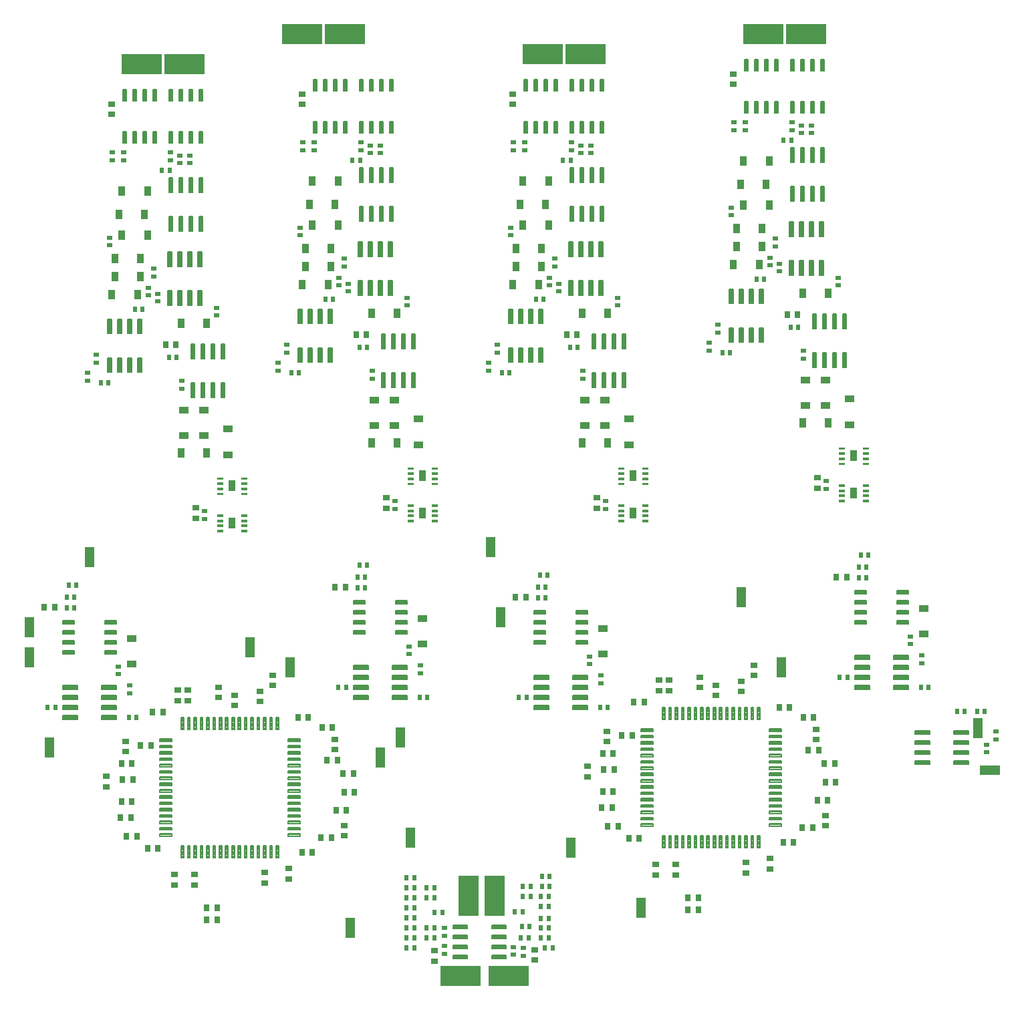
<source format=gbr>
G04 EAGLE Gerber RS-274X export*
G75*
%MOMM*%
%FSLAX34Y34*%
%LPD*%
%INSolderpaste Top*%
%IPPOS*%
%AMOC8*
5,1,8,0,0,1.08239X$1,22.5*%
G01*
%ADD10R,0.900000X0.700000*%
%ADD11R,0.600000X0.700000*%
%ADD12R,0.700000X0.600000*%
%ADD13C,0.150000*%
%ADD14R,2.540000X5.080000*%
%ADD15R,5.080000X2.540000*%
%ADD16R,1.220000X0.910000*%
%ADD17R,0.700000X0.900000*%
%ADD18C,0.208719*%
%ADD19R,0.910000X1.220000*%
%ADD20R,0.940000X1.460000*%
%ADD21C,0.080000*%
%ADD22R,2.540000X1.270000*%
%ADD23R,1.270000X2.540000*%


D10*
X487680Y543710D03*
X487680Y530710D03*
D11*
X510460Y546100D03*
X500460Y546100D03*
X505380Y598170D03*
X495380Y598170D03*
X481250Y572770D03*
X471250Y572770D03*
X479980Y558800D03*
X469980Y558800D03*
X472360Y591820D03*
X462360Y591820D03*
D12*
X461010Y547290D03*
X461010Y537290D03*
X473710Y536020D03*
X473710Y546020D03*
D11*
X482520Y623570D03*
X472520Y623570D03*
X505380Y582930D03*
X495380Y582930D03*
X482520Y610870D03*
X472520Y610870D03*
X506650Y623570D03*
X496650Y623570D03*
X495380Y610870D03*
X505380Y610870D03*
X495380Y571500D03*
X505380Y571500D03*
X495380Y558800D03*
X505380Y558800D03*
X506650Y636270D03*
X496650Y636270D03*
D13*
X451630Y536920D02*
X433430Y536920D01*
X451630Y536920D02*
X451630Y532420D01*
X433430Y532420D01*
X433430Y536920D01*
X433430Y533845D02*
X451630Y533845D01*
X451630Y535270D02*
X433430Y535270D01*
X433430Y536695D02*
X451630Y536695D01*
X451630Y549620D02*
X433430Y549620D01*
X451630Y549620D02*
X451630Y545120D01*
X433430Y545120D01*
X433430Y549620D01*
X433430Y546545D02*
X451630Y546545D01*
X451630Y547970D02*
X433430Y547970D01*
X433430Y549395D02*
X451630Y549395D01*
X451630Y562320D02*
X433430Y562320D01*
X451630Y562320D02*
X451630Y557820D01*
X433430Y557820D01*
X433430Y562320D01*
X433430Y559245D02*
X451630Y559245D01*
X451630Y560670D02*
X433430Y560670D01*
X433430Y562095D02*
X451630Y562095D01*
X451630Y575020D02*
X433430Y575020D01*
X451630Y575020D02*
X451630Y570520D01*
X433430Y570520D01*
X433430Y575020D01*
X433430Y571945D02*
X451630Y571945D01*
X451630Y573370D02*
X433430Y573370D01*
X433430Y574795D02*
X451630Y574795D01*
X402230Y575020D02*
X384030Y575020D01*
X402230Y575020D02*
X402230Y570520D01*
X384030Y570520D01*
X384030Y575020D01*
X384030Y571945D02*
X402230Y571945D01*
X402230Y573370D02*
X384030Y573370D01*
X384030Y574795D02*
X402230Y574795D01*
X402230Y562320D02*
X384030Y562320D01*
X402230Y562320D02*
X402230Y557820D01*
X384030Y557820D01*
X384030Y562320D01*
X384030Y559245D02*
X402230Y559245D01*
X402230Y560670D02*
X384030Y560670D01*
X384030Y562095D02*
X402230Y562095D01*
X402230Y549620D02*
X384030Y549620D01*
X402230Y549620D02*
X402230Y545120D01*
X384030Y545120D01*
X384030Y549620D01*
X384030Y546545D02*
X402230Y546545D01*
X402230Y547970D02*
X384030Y547970D01*
X384030Y549395D02*
X402230Y549395D01*
X402230Y536920D02*
X384030Y536920D01*
X402230Y536920D02*
X402230Y532420D01*
X384030Y532420D01*
X384030Y536920D01*
X384030Y533845D02*
X402230Y533845D01*
X402230Y535270D02*
X384030Y535270D01*
X384030Y536695D02*
X402230Y536695D01*
D14*
X403860Y612140D03*
D15*
X454660Y510540D03*
D11*
X325200Y635000D03*
X335200Y635000D03*
X350600Y558800D03*
X360600Y558800D03*
X325200Y596900D03*
X335200Y596900D03*
X350600Y571500D03*
X360600Y571500D03*
X325200Y558800D03*
X335200Y558800D03*
X335200Y571500D03*
X325200Y571500D03*
X335200Y609600D03*
X325200Y609600D03*
X335200Y622300D03*
X325200Y622300D03*
X325200Y546100D03*
X335200Y546100D03*
X325200Y584200D03*
X335200Y584200D03*
X350600Y609600D03*
X360600Y609600D03*
X350600Y622300D03*
X360600Y622300D03*
X360760Y590550D03*
X370760Y590550D03*
D12*
X373380Y571420D03*
X373380Y561420D03*
X373380Y548560D03*
X373380Y538560D03*
D10*
X360680Y542440D03*
X360680Y529440D03*
D14*
X436880Y612140D03*
D15*
X393700Y510540D03*
D11*
X275510Y1031240D03*
X265510Y1031240D03*
X272970Y1016000D03*
X262970Y1016000D03*
X272970Y1002030D03*
X262970Y1002030D03*
D12*
X328930Y918290D03*
X328930Y928290D03*
D11*
X248840Y876300D03*
X238840Y876300D03*
D12*
X342900Y904160D03*
X342900Y894160D03*
D11*
X351710Y863600D03*
X341710Y863600D03*
D13*
X272550Y982000D02*
X258250Y982000D01*
X258250Y986500D01*
X272550Y986500D01*
X272550Y982000D01*
X272550Y983425D02*
X258250Y983425D01*
X258250Y984850D02*
X272550Y984850D01*
X272550Y986275D02*
X258250Y986275D01*
X258250Y969300D02*
X272550Y969300D01*
X258250Y969300D02*
X258250Y973800D01*
X272550Y973800D01*
X272550Y969300D01*
X272550Y970725D02*
X258250Y970725D01*
X258250Y972150D02*
X272550Y972150D01*
X272550Y973575D02*
X258250Y973575D01*
X258250Y956600D02*
X272550Y956600D01*
X258250Y956600D02*
X258250Y961100D01*
X272550Y961100D01*
X272550Y956600D01*
X272550Y958025D02*
X258250Y958025D01*
X258250Y959450D02*
X272550Y959450D01*
X272550Y960875D02*
X258250Y960875D01*
X258250Y943900D02*
X272550Y943900D01*
X258250Y943900D02*
X258250Y948400D01*
X272550Y948400D01*
X272550Y943900D01*
X272550Y945325D02*
X258250Y945325D01*
X258250Y946750D02*
X272550Y946750D01*
X272550Y948175D02*
X258250Y948175D01*
X311650Y943900D02*
X325950Y943900D01*
X311650Y943900D02*
X311650Y948400D01*
X325950Y948400D01*
X325950Y943900D01*
X325950Y945325D02*
X311650Y945325D01*
X311650Y946750D02*
X325950Y946750D01*
X325950Y948175D02*
X311650Y948175D01*
X311650Y956600D02*
X325950Y956600D01*
X311650Y956600D02*
X311650Y961100D01*
X325950Y961100D01*
X325950Y956600D01*
X325950Y958025D02*
X311650Y958025D01*
X311650Y959450D02*
X325950Y959450D01*
X325950Y960875D02*
X311650Y960875D01*
X311650Y969300D02*
X325950Y969300D01*
X311650Y969300D02*
X311650Y973800D01*
X325950Y973800D01*
X325950Y969300D01*
X325950Y970725D02*
X311650Y970725D01*
X311650Y972150D02*
X325950Y972150D01*
X325950Y973575D02*
X311650Y973575D01*
X311650Y982000D02*
X325950Y982000D01*
X311650Y982000D02*
X311650Y986500D01*
X325950Y986500D01*
X325950Y982000D01*
X325950Y983425D02*
X311650Y983425D01*
X311650Y984850D02*
X325950Y984850D01*
X325950Y986275D02*
X311650Y986275D01*
X307700Y865850D02*
X325900Y865850D01*
X325900Y861350D01*
X307700Y861350D01*
X307700Y865850D01*
X307700Y862775D02*
X325900Y862775D01*
X325900Y864200D02*
X307700Y864200D01*
X307700Y865625D02*
X325900Y865625D01*
X325900Y878550D02*
X307700Y878550D01*
X325900Y878550D02*
X325900Y874050D01*
X307700Y874050D01*
X307700Y878550D01*
X307700Y875475D02*
X325900Y875475D01*
X325900Y876900D02*
X307700Y876900D01*
X307700Y878325D02*
X325900Y878325D01*
X325900Y891250D02*
X307700Y891250D01*
X325900Y891250D02*
X325900Y886750D01*
X307700Y886750D01*
X307700Y891250D01*
X307700Y888175D02*
X325900Y888175D01*
X325900Y889600D02*
X307700Y889600D01*
X307700Y891025D02*
X325900Y891025D01*
X325900Y903950D02*
X307700Y903950D01*
X325900Y903950D02*
X325900Y899450D01*
X307700Y899450D01*
X307700Y903950D01*
X307700Y900875D02*
X325900Y900875D01*
X325900Y902300D02*
X307700Y902300D01*
X307700Y903725D02*
X325900Y903725D01*
X276500Y903950D02*
X258300Y903950D01*
X276500Y903950D02*
X276500Y899450D01*
X258300Y899450D01*
X258300Y903950D01*
X258300Y900875D02*
X276500Y900875D01*
X276500Y902300D02*
X258300Y902300D01*
X258300Y903725D02*
X276500Y903725D01*
X276500Y891250D02*
X258300Y891250D01*
X276500Y891250D02*
X276500Y886750D01*
X258300Y886750D01*
X258300Y891250D01*
X258300Y888175D02*
X276500Y888175D01*
X276500Y889600D02*
X258300Y889600D01*
X258300Y891025D02*
X276500Y891025D01*
X276500Y878550D02*
X258300Y878550D01*
X276500Y878550D02*
X276500Y874050D01*
X258300Y874050D01*
X258300Y878550D01*
X258300Y875475D02*
X276500Y875475D01*
X276500Y876900D02*
X258300Y876900D01*
X258300Y878325D02*
X276500Y878325D01*
X276500Y865850D02*
X258300Y865850D01*
X276500Y865850D02*
X276500Y861350D01*
X258300Y861350D01*
X258300Y865850D01*
X258300Y862775D02*
X276500Y862775D01*
X276500Y864200D02*
X258300Y864200D01*
X258300Y865625D02*
X276500Y865625D01*
D16*
X345440Y963720D03*
X345440Y931120D03*
D17*
X234800Y1003300D03*
X247800Y1003300D03*
D11*
X-92790Y1005840D03*
X-102790Y1005840D03*
X-95330Y990600D03*
X-105330Y990600D03*
X-95330Y976630D03*
X-105330Y976630D03*
D12*
X-39370Y892890D03*
X-39370Y902890D03*
D11*
X-119460Y850900D03*
X-129460Y850900D03*
D12*
X-25400Y878760D03*
X-25400Y868760D03*
D11*
X-16590Y838200D03*
X-26590Y838200D03*
D13*
X-95750Y956600D02*
X-110050Y956600D01*
X-110050Y961100D01*
X-95750Y961100D01*
X-95750Y956600D01*
X-95750Y958025D02*
X-110050Y958025D01*
X-110050Y959450D02*
X-95750Y959450D01*
X-95750Y960875D02*
X-110050Y960875D01*
X-110050Y943900D02*
X-95750Y943900D01*
X-110050Y943900D02*
X-110050Y948400D01*
X-95750Y948400D01*
X-95750Y943900D01*
X-95750Y945325D02*
X-110050Y945325D01*
X-110050Y946750D02*
X-95750Y946750D01*
X-95750Y948175D02*
X-110050Y948175D01*
X-110050Y931200D02*
X-95750Y931200D01*
X-110050Y931200D02*
X-110050Y935700D01*
X-95750Y935700D01*
X-95750Y931200D01*
X-95750Y932625D02*
X-110050Y932625D01*
X-110050Y934050D02*
X-95750Y934050D01*
X-95750Y935475D02*
X-110050Y935475D01*
X-110050Y918500D02*
X-95750Y918500D01*
X-110050Y918500D02*
X-110050Y923000D01*
X-95750Y923000D01*
X-95750Y918500D01*
X-95750Y919925D02*
X-110050Y919925D01*
X-110050Y921350D02*
X-95750Y921350D01*
X-95750Y922775D02*
X-110050Y922775D01*
X-56650Y918500D02*
X-42350Y918500D01*
X-56650Y918500D02*
X-56650Y923000D01*
X-42350Y923000D01*
X-42350Y918500D01*
X-42350Y919925D02*
X-56650Y919925D01*
X-56650Y921350D02*
X-42350Y921350D01*
X-42350Y922775D02*
X-56650Y922775D01*
X-56650Y931200D02*
X-42350Y931200D01*
X-56650Y931200D02*
X-56650Y935700D01*
X-42350Y935700D01*
X-42350Y931200D01*
X-42350Y932625D02*
X-56650Y932625D01*
X-56650Y934050D02*
X-42350Y934050D01*
X-42350Y935475D02*
X-56650Y935475D01*
X-56650Y943900D02*
X-42350Y943900D01*
X-56650Y943900D02*
X-56650Y948400D01*
X-42350Y948400D01*
X-42350Y943900D01*
X-42350Y945325D02*
X-56650Y945325D01*
X-56650Y946750D02*
X-42350Y946750D01*
X-42350Y948175D02*
X-56650Y948175D01*
X-56650Y956600D02*
X-42350Y956600D01*
X-56650Y956600D02*
X-56650Y961100D01*
X-42350Y961100D01*
X-42350Y956600D01*
X-42350Y958025D02*
X-56650Y958025D01*
X-56650Y959450D02*
X-42350Y959450D01*
X-42350Y960875D02*
X-56650Y960875D01*
X-60600Y840450D02*
X-42400Y840450D01*
X-42400Y835950D01*
X-60600Y835950D01*
X-60600Y840450D01*
X-60600Y837375D02*
X-42400Y837375D01*
X-42400Y838800D02*
X-60600Y838800D01*
X-60600Y840225D02*
X-42400Y840225D01*
X-42400Y853150D02*
X-60600Y853150D01*
X-42400Y853150D02*
X-42400Y848650D01*
X-60600Y848650D01*
X-60600Y853150D01*
X-60600Y850075D02*
X-42400Y850075D01*
X-42400Y851500D02*
X-60600Y851500D01*
X-60600Y852925D02*
X-42400Y852925D01*
X-42400Y865850D02*
X-60600Y865850D01*
X-42400Y865850D02*
X-42400Y861350D01*
X-60600Y861350D01*
X-60600Y865850D01*
X-60600Y862775D02*
X-42400Y862775D01*
X-42400Y864200D02*
X-60600Y864200D01*
X-60600Y865625D02*
X-42400Y865625D01*
X-42400Y878550D02*
X-60600Y878550D01*
X-42400Y878550D02*
X-42400Y874050D01*
X-60600Y874050D01*
X-60600Y878550D01*
X-60600Y875475D02*
X-42400Y875475D01*
X-42400Y876900D02*
X-60600Y876900D01*
X-60600Y878325D02*
X-42400Y878325D01*
X-91800Y878550D02*
X-110000Y878550D01*
X-91800Y878550D02*
X-91800Y874050D01*
X-110000Y874050D01*
X-110000Y878550D01*
X-110000Y875475D02*
X-91800Y875475D01*
X-91800Y876900D02*
X-110000Y876900D01*
X-110000Y878325D02*
X-91800Y878325D01*
X-91800Y865850D02*
X-110000Y865850D01*
X-91800Y865850D02*
X-91800Y861350D01*
X-110000Y861350D01*
X-110000Y865850D01*
X-110000Y862775D02*
X-91800Y862775D01*
X-91800Y864200D02*
X-110000Y864200D01*
X-110000Y865625D02*
X-91800Y865625D01*
X-91800Y853150D02*
X-110000Y853150D01*
X-91800Y853150D02*
X-91800Y848650D01*
X-110000Y848650D01*
X-110000Y853150D01*
X-110000Y850075D02*
X-91800Y850075D01*
X-91800Y851500D02*
X-110000Y851500D01*
X-110000Y852925D02*
X-91800Y852925D01*
X-91800Y840450D02*
X-110000Y840450D01*
X-91800Y840450D02*
X-91800Y835950D01*
X-110000Y835950D01*
X-110000Y840450D01*
X-110000Y837375D02*
X-91800Y837375D01*
X-91800Y838800D02*
X-110000Y838800D01*
X-110000Y840225D02*
X-91800Y840225D01*
D16*
X-22860Y938320D03*
X-22860Y905720D03*
D17*
X-133500Y977900D03*
X-120500Y977900D03*
D11*
X504110Y1018540D03*
X494110Y1018540D03*
X501570Y1003300D03*
X491570Y1003300D03*
X501570Y989330D03*
X491570Y989330D03*
D12*
X557530Y905590D03*
X557530Y915590D03*
D11*
X477440Y863600D03*
X467440Y863600D03*
D12*
X571500Y891460D03*
X571500Y881460D03*
D11*
X580310Y850900D03*
X570310Y850900D03*
D13*
X501150Y969300D02*
X486850Y969300D01*
X486850Y973800D01*
X501150Y973800D01*
X501150Y969300D01*
X501150Y970725D02*
X486850Y970725D01*
X486850Y972150D02*
X501150Y972150D01*
X501150Y973575D02*
X486850Y973575D01*
X486850Y956600D02*
X501150Y956600D01*
X486850Y956600D02*
X486850Y961100D01*
X501150Y961100D01*
X501150Y956600D01*
X501150Y958025D02*
X486850Y958025D01*
X486850Y959450D02*
X501150Y959450D01*
X501150Y960875D02*
X486850Y960875D01*
X486850Y943900D02*
X501150Y943900D01*
X486850Y943900D02*
X486850Y948400D01*
X501150Y948400D01*
X501150Y943900D01*
X501150Y945325D02*
X486850Y945325D01*
X486850Y946750D02*
X501150Y946750D01*
X501150Y948175D02*
X486850Y948175D01*
X486850Y931200D02*
X501150Y931200D01*
X486850Y931200D02*
X486850Y935700D01*
X501150Y935700D01*
X501150Y931200D01*
X501150Y932625D02*
X486850Y932625D01*
X486850Y934050D02*
X501150Y934050D01*
X501150Y935475D02*
X486850Y935475D01*
X540250Y931200D02*
X554550Y931200D01*
X540250Y931200D02*
X540250Y935700D01*
X554550Y935700D01*
X554550Y931200D01*
X554550Y932625D02*
X540250Y932625D01*
X540250Y934050D02*
X554550Y934050D01*
X554550Y935475D02*
X540250Y935475D01*
X540250Y943900D02*
X554550Y943900D01*
X540250Y943900D02*
X540250Y948400D01*
X554550Y948400D01*
X554550Y943900D01*
X554550Y945325D02*
X540250Y945325D01*
X540250Y946750D02*
X554550Y946750D01*
X554550Y948175D02*
X540250Y948175D01*
X540250Y956600D02*
X554550Y956600D01*
X540250Y956600D02*
X540250Y961100D01*
X554550Y961100D01*
X554550Y956600D01*
X554550Y958025D02*
X540250Y958025D01*
X540250Y959450D02*
X554550Y959450D01*
X554550Y960875D02*
X540250Y960875D01*
X540250Y969300D02*
X554550Y969300D01*
X540250Y969300D02*
X540250Y973800D01*
X554550Y973800D01*
X554550Y969300D01*
X554550Y970725D02*
X540250Y970725D01*
X540250Y972150D02*
X554550Y972150D01*
X554550Y973575D02*
X540250Y973575D01*
X536300Y853150D02*
X554500Y853150D01*
X554500Y848650D01*
X536300Y848650D01*
X536300Y853150D01*
X536300Y850075D02*
X554500Y850075D01*
X554500Y851500D02*
X536300Y851500D01*
X536300Y852925D02*
X554500Y852925D01*
X554500Y865850D02*
X536300Y865850D01*
X554500Y865850D02*
X554500Y861350D01*
X536300Y861350D01*
X536300Y865850D01*
X536300Y862775D02*
X554500Y862775D01*
X554500Y864200D02*
X536300Y864200D01*
X536300Y865625D02*
X554500Y865625D01*
X554500Y878550D02*
X536300Y878550D01*
X554500Y878550D02*
X554500Y874050D01*
X536300Y874050D01*
X536300Y878550D01*
X536300Y875475D02*
X554500Y875475D01*
X554500Y876900D02*
X536300Y876900D01*
X536300Y878325D02*
X554500Y878325D01*
X554500Y891250D02*
X536300Y891250D01*
X554500Y891250D02*
X554500Y886750D01*
X536300Y886750D01*
X536300Y891250D01*
X536300Y888175D02*
X554500Y888175D01*
X554500Y889600D02*
X536300Y889600D01*
X536300Y891025D02*
X554500Y891025D01*
X505100Y891250D02*
X486900Y891250D01*
X505100Y891250D02*
X505100Y886750D01*
X486900Y886750D01*
X486900Y891250D01*
X486900Y888175D02*
X505100Y888175D01*
X505100Y889600D02*
X486900Y889600D01*
X486900Y891025D02*
X505100Y891025D01*
X505100Y878550D02*
X486900Y878550D01*
X505100Y878550D02*
X505100Y874050D01*
X486900Y874050D01*
X486900Y878550D01*
X486900Y875475D02*
X505100Y875475D01*
X505100Y876900D02*
X486900Y876900D01*
X486900Y878325D02*
X505100Y878325D01*
X505100Y865850D02*
X486900Y865850D01*
X505100Y865850D02*
X505100Y861350D01*
X486900Y861350D01*
X486900Y865850D01*
X486900Y862775D02*
X505100Y862775D01*
X505100Y864200D02*
X486900Y864200D01*
X486900Y865625D02*
X505100Y865625D01*
X505100Y853150D02*
X486900Y853150D01*
X505100Y853150D02*
X505100Y848650D01*
X486900Y848650D01*
X486900Y853150D01*
X486900Y850075D02*
X505100Y850075D01*
X505100Y851500D02*
X486900Y851500D01*
X486900Y852925D02*
X505100Y852925D01*
D16*
X574040Y951020D03*
X574040Y918420D03*
D17*
X463400Y990600D03*
X476400Y990600D03*
D11*
X910510Y1043940D03*
X900510Y1043940D03*
X907970Y1028700D03*
X897970Y1028700D03*
X907970Y1014730D03*
X897970Y1014730D03*
D12*
X963930Y930990D03*
X963930Y940990D03*
D11*
X883840Y889000D03*
X873840Y889000D03*
D12*
X977900Y916860D03*
X977900Y906860D03*
D11*
X986710Y876300D03*
X976710Y876300D03*
D13*
X907550Y994700D02*
X893250Y994700D01*
X893250Y999200D01*
X907550Y999200D01*
X907550Y994700D01*
X907550Y996125D02*
X893250Y996125D01*
X893250Y997550D02*
X907550Y997550D01*
X907550Y998975D02*
X893250Y998975D01*
X893250Y982000D02*
X907550Y982000D01*
X893250Y982000D02*
X893250Y986500D01*
X907550Y986500D01*
X907550Y982000D01*
X907550Y983425D02*
X893250Y983425D01*
X893250Y984850D02*
X907550Y984850D01*
X907550Y986275D02*
X893250Y986275D01*
X893250Y969300D02*
X907550Y969300D01*
X893250Y969300D02*
X893250Y973800D01*
X907550Y973800D01*
X907550Y969300D01*
X907550Y970725D02*
X893250Y970725D01*
X893250Y972150D02*
X907550Y972150D01*
X907550Y973575D02*
X893250Y973575D01*
X893250Y956600D02*
X907550Y956600D01*
X893250Y956600D02*
X893250Y961100D01*
X907550Y961100D01*
X907550Y956600D01*
X907550Y958025D02*
X893250Y958025D01*
X893250Y959450D02*
X907550Y959450D01*
X907550Y960875D02*
X893250Y960875D01*
X946650Y956600D02*
X960950Y956600D01*
X946650Y956600D02*
X946650Y961100D01*
X960950Y961100D01*
X960950Y956600D01*
X960950Y958025D02*
X946650Y958025D01*
X946650Y959450D02*
X960950Y959450D01*
X960950Y960875D02*
X946650Y960875D01*
X946650Y969300D02*
X960950Y969300D01*
X946650Y969300D02*
X946650Y973800D01*
X960950Y973800D01*
X960950Y969300D01*
X960950Y970725D02*
X946650Y970725D01*
X946650Y972150D02*
X960950Y972150D01*
X960950Y973575D02*
X946650Y973575D01*
X946650Y982000D02*
X960950Y982000D01*
X946650Y982000D02*
X946650Y986500D01*
X960950Y986500D01*
X960950Y982000D01*
X960950Y983425D02*
X946650Y983425D01*
X946650Y984850D02*
X960950Y984850D01*
X960950Y986275D02*
X946650Y986275D01*
X946650Y994700D02*
X960950Y994700D01*
X946650Y994700D02*
X946650Y999200D01*
X960950Y999200D01*
X960950Y994700D01*
X960950Y996125D02*
X946650Y996125D01*
X946650Y997550D02*
X960950Y997550D01*
X960950Y998975D02*
X946650Y998975D01*
X942700Y878550D02*
X960900Y878550D01*
X960900Y874050D01*
X942700Y874050D01*
X942700Y878550D01*
X942700Y875475D02*
X960900Y875475D01*
X960900Y876900D02*
X942700Y876900D01*
X942700Y878325D02*
X960900Y878325D01*
X960900Y891250D02*
X942700Y891250D01*
X960900Y891250D02*
X960900Y886750D01*
X942700Y886750D01*
X942700Y891250D01*
X942700Y888175D02*
X960900Y888175D01*
X960900Y889600D02*
X942700Y889600D01*
X942700Y891025D02*
X960900Y891025D01*
X960900Y903950D02*
X942700Y903950D01*
X960900Y903950D02*
X960900Y899450D01*
X942700Y899450D01*
X942700Y903950D01*
X942700Y900875D02*
X960900Y900875D01*
X960900Y902300D02*
X942700Y902300D01*
X942700Y903725D02*
X960900Y903725D01*
X960900Y916650D02*
X942700Y916650D01*
X960900Y916650D02*
X960900Y912150D01*
X942700Y912150D01*
X942700Y916650D01*
X942700Y913575D02*
X960900Y913575D01*
X960900Y915000D02*
X942700Y915000D01*
X942700Y916425D02*
X960900Y916425D01*
X911500Y916650D02*
X893300Y916650D01*
X911500Y916650D02*
X911500Y912150D01*
X893300Y912150D01*
X893300Y916650D01*
X893300Y913575D02*
X911500Y913575D01*
X911500Y915000D02*
X893300Y915000D01*
X893300Y916425D02*
X911500Y916425D01*
X911500Y903950D02*
X893300Y903950D01*
X911500Y903950D02*
X911500Y899450D01*
X893300Y899450D01*
X893300Y903950D01*
X893300Y900875D02*
X911500Y900875D01*
X911500Y902300D02*
X893300Y902300D01*
X893300Y903725D02*
X911500Y903725D01*
X911500Y891250D02*
X893300Y891250D01*
X911500Y891250D02*
X911500Y886750D01*
X893300Y886750D01*
X893300Y891250D01*
X893300Y888175D02*
X911500Y888175D01*
X911500Y889600D02*
X893300Y889600D01*
X893300Y891025D02*
X911500Y891025D01*
X911500Y878550D02*
X893300Y878550D01*
X911500Y878550D02*
X911500Y874050D01*
X893300Y874050D01*
X893300Y878550D01*
X893300Y875475D02*
X911500Y875475D01*
X911500Y876900D02*
X893300Y876900D01*
X893300Y878325D02*
X911500Y878325D01*
D16*
X980440Y976420D03*
X980440Y943820D03*
D17*
X869800Y1016000D03*
X882800Y1016000D03*
X3660Y844550D03*
X16660Y844550D03*
X1420Y802640D03*
X-11580Y802640D03*
X-35710Y779780D03*
X-22710Y779780D03*
X-21440Y759460D03*
X-34440Y759460D03*
X-35710Y731520D03*
X-22710Y731520D03*
X-23980Y711200D03*
X-36980Y711200D03*
X10310Y671830D03*
X-2690Y671830D03*
D10*
X31750Y638960D03*
X31750Y625960D03*
X176530Y646580D03*
X176530Y633580D03*
D17*
X192890Y666750D03*
X205890Y666750D03*
D10*
X246380Y701190D03*
X246380Y688190D03*
D17*
X236070Y720090D03*
X249070Y720090D03*
X244960Y767080D03*
X257960Y767080D03*
X237640Y783590D03*
X224640Y783590D03*
X218290Y825500D03*
X231290Y825500D03*
X200810Y838200D03*
X187810Y838200D03*
D10*
X-30480Y794870D03*
X-30480Y807870D03*
X-54610Y750420D03*
X-54610Y763420D03*
D17*
X-16360Y687070D03*
X-29360Y687070D03*
D10*
X57150Y638960D03*
X57150Y625960D03*
D17*
X85240Y596900D03*
X72240Y596900D03*
D10*
X146050Y641500D03*
X146050Y628500D03*
D17*
X217020Y685800D03*
X230020Y685800D03*
X246230Y742950D03*
X259230Y742950D03*
D10*
X234950Y797410D03*
X234950Y810410D03*
X156210Y878690D03*
X156210Y891690D03*
X139700Y858370D03*
X139700Y871370D03*
X107950Y853290D03*
X107950Y866290D03*
X87630Y863450D03*
X87630Y876450D03*
X48260Y859640D03*
X48260Y872640D03*
X35560Y859640D03*
X35560Y872640D03*
D18*
X28077Y807734D02*
X12585Y807734D01*
X12585Y810866D01*
X28077Y810866D01*
X28077Y807734D01*
X28077Y809717D02*
X12585Y809717D01*
X12585Y799734D02*
X28077Y799734D01*
X12585Y799734D02*
X12585Y802866D01*
X28077Y802866D01*
X28077Y799734D01*
X28077Y801717D02*
X12585Y801717D01*
X12585Y791734D02*
X28077Y791734D01*
X12585Y791734D02*
X12585Y794866D01*
X28077Y794866D01*
X28077Y791734D01*
X28077Y793717D02*
X12585Y793717D01*
X12585Y783734D02*
X28077Y783734D01*
X12585Y783734D02*
X12585Y786866D01*
X28077Y786866D01*
X28077Y783734D01*
X28077Y785717D02*
X12585Y785717D01*
X12585Y775734D02*
X28077Y775734D01*
X12585Y775734D02*
X12585Y778866D01*
X28077Y778866D01*
X28077Y775734D01*
X28077Y777717D02*
X12585Y777717D01*
X12585Y767734D02*
X28077Y767734D01*
X12585Y767734D02*
X12585Y770866D01*
X28077Y770866D01*
X28077Y767734D01*
X28077Y769717D02*
X12585Y769717D01*
X12585Y759734D02*
X28077Y759734D01*
X12585Y759734D02*
X12585Y762866D01*
X28077Y762866D01*
X28077Y759734D01*
X28077Y761717D02*
X12585Y761717D01*
X12585Y751734D02*
X28077Y751734D01*
X12585Y751734D02*
X12585Y754866D01*
X28077Y754866D01*
X28077Y751734D01*
X28077Y753717D02*
X12585Y753717D01*
X12585Y743734D02*
X28077Y743734D01*
X12585Y743734D02*
X12585Y746866D01*
X28077Y746866D01*
X28077Y743734D01*
X28077Y745717D02*
X12585Y745717D01*
X12585Y735734D02*
X28077Y735734D01*
X12585Y735734D02*
X12585Y738866D01*
X28077Y738866D01*
X28077Y735734D01*
X28077Y737717D02*
X12585Y737717D01*
X12585Y727734D02*
X28077Y727734D01*
X12585Y727734D02*
X12585Y730866D01*
X28077Y730866D01*
X28077Y727734D01*
X28077Y729717D02*
X12585Y729717D01*
X12585Y719734D02*
X28077Y719734D01*
X12585Y719734D02*
X12585Y722866D01*
X28077Y722866D01*
X28077Y719734D01*
X28077Y721717D02*
X12585Y721717D01*
X12585Y711734D02*
X28077Y711734D01*
X12585Y711734D02*
X12585Y714866D01*
X28077Y714866D01*
X28077Y711734D01*
X28077Y713717D02*
X12585Y713717D01*
X12585Y703734D02*
X28077Y703734D01*
X12585Y703734D02*
X12585Y706866D01*
X28077Y706866D01*
X28077Y703734D01*
X28077Y705717D02*
X12585Y705717D01*
X12585Y695734D02*
X28077Y695734D01*
X12585Y695734D02*
X12585Y698866D01*
X28077Y698866D01*
X28077Y695734D01*
X28077Y697717D02*
X12585Y697717D01*
X12585Y687734D02*
X28077Y687734D01*
X12585Y687734D02*
X12585Y690866D01*
X28077Y690866D01*
X28077Y687734D01*
X28077Y689717D02*
X12585Y689717D01*
X43166Y675777D02*
X43166Y660285D01*
X40034Y660285D01*
X40034Y675777D01*
X43166Y675777D01*
X43166Y662268D02*
X40034Y662268D01*
X40034Y664251D02*
X43166Y664251D01*
X43166Y666234D02*
X40034Y666234D01*
X40034Y668217D02*
X43166Y668217D01*
X43166Y670200D02*
X40034Y670200D01*
X40034Y672183D02*
X43166Y672183D01*
X43166Y674166D02*
X40034Y674166D01*
X51166Y675777D02*
X51166Y660285D01*
X48034Y660285D01*
X48034Y675777D01*
X51166Y675777D01*
X51166Y662268D02*
X48034Y662268D01*
X48034Y664251D02*
X51166Y664251D01*
X51166Y666234D02*
X48034Y666234D01*
X48034Y668217D02*
X51166Y668217D01*
X51166Y670200D02*
X48034Y670200D01*
X48034Y672183D02*
X51166Y672183D01*
X51166Y674166D02*
X48034Y674166D01*
X59166Y675777D02*
X59166Y660285D01*
X56034Y660285D01*
X56034Y675777D01*
X59166Y675777D01*
X59166Y662268D02*
X56034Y662268D01*
X56034Y664251D02*
X59166Y664251D01*
X59166Y666234D02*
X56034Y666234D01*
X56034Y668217D02*
X59166Y668217D01*
X59166Y670200D02*
X56034Y670200D01*
X56034Y672183D02*
X59166Y672183D01*
X59166Y674166D02*
X56034Y674166D01*
X67166Y675777D02*
X67166Y660285D01*
X64034Y660285D01*
X64034Y675777D01*
X67166Y675777D01*
X67166Y662268D02*
X64034Y662268D01*
X64034Y664251D02*
X67166Y664251D01*
X67166Y666234D02*
X64034Y666234D01*
X64034Y668217D02*
X67166Y668217D01*
X67166Y670200D02*
X64034Y670200D01*
X64034Y672183D02*
X67166Y672183D01*
X67166Y674166D02*
X64034Y674166D01*
X75166Y675777D02*
X75166Y660285D01*
X72034Y660285D01*
X72034Y675777D01*
X75166Y675777D01*
X75166Y662268D02*
X72034Y662268D01*
X72034Y664251D02*
X75166Y664251D01*
X75166Y666234D02*
X72034Y666234D01*
X72034Y668217D02*
X75166Y668217D01*
X75166Y670200D02*
X72034Y670200D01*
X72034Y672183D02*
X75166Y672183D01*
X75166Y674166D02*
X72034Y674166D01*
X83166Y675777D02*
X83166Y660285D01*
X80034Y660285D01*
X80034Y675777D01*
X83166Y675777D01*
X83166Y662268D02*
X80034Y662268D01*
X80034Y664251D02*
X83166Y664251D01*
X83166Y666234D02*
X80034Y666234D01*
X80034Y668217D02*
X83166Y668217D01*
X83166Y670200D02*
X80034Y670200D01*
X80034Y672183D02*
X83166Y672183D01*
X83166Y674166D02*
X80034Y674166D01*
X91166Y675777D02*
X91166Y660285D01*
X88034Y660285D01*
X88034Y675777D01*
X91166Y675777D01*
X91166Y662268D02*
X88034Y662268D01*
X88034Y664251D02*
X91166Y664251D01*
X91166Y666234D02*
X88034Y666234D01*
X88034Y668217D02*
X91166Y668217D01*
X91166Y670200D02*
X88034Y670200D01*
X88034Y672183D02*
X91166Y672183D01*
X91166Y674166D02*
X88034Y674166D01*
X99166Y675777D02*
X99166Y660285D01*
X96034Y660285D01*
X96034Y675777D01*
X99166Y675777D01*
X99166Y662268D02*
X96034Y662268D01*
X96034Y664251D02*
X99166Y664251D01*
X99166Y666234D02*
X96034Y666234D01*
X96034Y668217D02*
X99166Y668217D01*
X99166Y670200D02*
X96034Y670200D01*
X96034Y672183D02*
X99166Y672183D01*
X99166Y674166D02*
X96034Y674166D01*
X107166Y675777D02*
X107166Y660285D01*
X104034Y660285D01*
X104034Y675777D01*
X107166Y675777D01*
X107166Y662268D02*
X104034Y662268D01*
X104034Y664251D02*
X107166Y664251D01*
X107166Y666234D02*
X104034Y666234D01*
X104034Y668217D02*
X107166Y668217D01*
X107166Y670200D02*
X104034Y670200D01*
X104034Y672183D02*
X107166Y672183D01*
X107166Y674166D02*
X104034Y674166D01*
X115166Y675777D02*
X115166Y660285D01*
X112034Y660285D01*
X112034Y675777D01*
X115166Y675777D01*
X115166Y662268D02*
X112034Y662268D01*
X112034Y664251D02*
X115166Y664251D01*
X115166Y666234D02*
X112034Y666234D01*
X112034Y668217D02*
X115166Y668217D01*
X115166Y670200D02*
X112034Y670200D01*
X112034Y672183D02*
X115166Y672183D01*
X115166Y674166D02*
X112034Y674166D01*
X123166Y675777D02*
X123166Y660285D01*
X120034Y660285D01*
X120034Y675777D01*
X123166Y675777D01*
X123166Y662268D02*
X120034Y662268D01*
X120034Y664251D02*
X123166Y664251D01*
X123166Y666234D02*
X120034Y666234D01*
X120034Y668217D02*
X123166Y668217D01*
X123166Y670200D02*
X120034Y670200D01*
X120034Y672183D02*
X123166Y672183D01*
X123166Y674166D02*
X120034Y674166D01*
X131166Y675777D02*
X131166Y660285D01*
X128034Y660285D01*
X128034Y675777D01*
X131166Y675777D01*
X131166Y662268D02*
X128034Y662268D01*
X128034Y664251D02*
X131166Y664251D01*
X131166Y666234D02*
X128034Y666234D01*
X128034Y668217D02*
X131166Y668217D01*
X131166Y670200D02*
X128034Y670200D01*
X128034Y672183D02*
X131166Y672183D01*
X131166Y674166D02*
X128034Y674166D01*
X139166Y675777D02*
X139166Y660285D01*
X136034Y660285D01*
X136034Y675777D01*
X139166Y675777D01*
X139166Y662268D02*
X136034Y662268D01*
X136034Y664251D02*
X139166Y664251D01*
X139166Y666234D02*
X136034Y666234D01*
X136034Y668217D02*
X139166Y668217D01*
X139166Y670200D02*
X136034Y670200D01*
X136034Y672183D02*
X139166Y672183D01*
X139166Y674166D02*
X136034Y674166D01*
X147166Y675777D02*
X147166Y660285D01*
X144034Y660285D01*
X144034Y675777D01*
X147166Y675777D01*
X147166Y662268D02*
X144034Y662268D01*
X144034Y664251D02*
X147166Y664251D01*
X147166Y666234D02*
X144034Y666234D01*
X144034Y668217D02*
X147166Y668217D01*
X147166Y670200D02*
X144034Y670200D01*
X144034Y672183D02*
X147166Y672183D01*
X147166Y674166D02*
X144034Y674166D01*
X155166Y675777D02*
X155166Y660285D01*
X152034Y660285D01*
X152034Y675777D01*
X155166Y675777D01*
X155166Y662268D02*
X152034Y662268D01*
X152034Y664251D02*
X155166Y664251D01*
X155166Y666234D02*
X152034Y666234D01*
X152034Y668217D02*
X155166Y668217D01*
X155166Y670200D02*
X152034Y670200D01*
X152034Y672183D02*
X155166Y672183D01*
X155166Y674166D02*
X152034Y674166D01*
X163166Y675777D02*
X163166Y660285D01*
X160034Y660285D01*
X160034Y675777D01*
X163166Y675777D01*
X163166Y662268D02*
X160034Y662268D01*
X160034Y664251D02*
X163166Y664251D01*
X163166Y666234D02*
X160034Y666234D01*
X160034Y668217D02*
X163166Y668217D01*
X163166Y670200D02*
X160034Y670200D01*
X160034Y672183D02*
X163166Y672183D01*
X163166Y674166D02*
X160034Y674166D01*
X175123Y687734D02*
X190615Y687734D01*
X175123Y687734D02*
X175123Y690866D01*
X190615Y690866D01*
X190615Y687734D01*
X190615Y689717D02*
X175123Y689717D01*
X175123Y695734D02*
X190615Y695734D01*
X175123Y695734D02*
X175123Y698866D01*
X190615Y698866D01*
X190615Y695734D01*
X190615Y697717D02*
X175123Y697717D01*
X175123Y703734D02*
X190615Y703734D01*
X175123Y703734D02*
X175123Y706866D01*
X190615Y706866D01*
X190615Y703734D01*
X190615Y705717D02*
X175123Y705717D01*
X175123Y711734D02*
X190615Y711734D01*
X175123Y711734D02*
X175123Y714866D01*
X190615Y714866D01*
X190615Y711734D01*
X190615Y713717D02*
X175123Y713717D01*
X175123Y719734D02*
X190615Y719734D01*
X175123Y719734D02*
X175123Y722866D01*
X190615Y722866D01*
X190615Y719734D01*
X190615Y721717D02*
X175123Y721717D01*
X175123Y727734D02*
X190615Y727734D01*
X175123Y727734D02*
X175123Y730866D01*
X190615Y730866D01*
X190615Y727734D01*
X190615Y729717D02*
X175123Y729717D01*
X175123Y735734D02*
X190615Y735734D01*
X175123Y735734D02*
X175123Y738866D01*
X190615Y738866D01*
X190615Y735734D01*
X190615Y737717D02*
X175123Y737717D01*
X175123Y743734D02*
X190615Y743734D01*
X175123Y743734D02*
X175123Y746866D01*
X190615Y746866D01*
X190615Y743734D01*
X190615Y745717D02*
X175123Y745717D01*
X175123Y751734D02*
X190615Y751734D01*
X175123Y751734D02*
X175123Y754866D01*
X190615Y754866D01*
X190615Y751734D01*
X190615Y753717D02*
X175123Y753717D01*
X175123Y759734D02*
X190615Y759734D01*
X175123Y759734D02*
X175123Y762866D01*
X190615Y762866D01*
X190615Y759734D01*
X190615Y761717D02*
X175123Y761717D01*
X175123Y767734D02*
X190615Y767734D01*
X175123Y767734D02*
X175123Y770866D01*
X190615Y770866D01*
X190615Y767734D01*
X190615Y769717D02*
X175123Y769717D01*
X175123Y775734D02*
X190615Y775734D01*
X175123Y775734D02*
X175123Y778866D01*
X190615Y778866D01*
X190615Y775734D01*
X190615Y777717D02*
X175123Y777717D01*
X175123Y783734D02*
X190615Y783734D01*
X175123Y783734D02*
X175123Y786866D01*
X190615Y786866D01*
X190615Y783734D01*
X190615Y785717D02*
X175123Y785717D01*
X175123Y791734D02*
X190615Y791734D01*
X175123Y791734D02*
X175123Y794866D01*
X190615Y794866D01*
X190615Y791734D01*
X190615Y793717D02*
X175123Y793717D01*
X175123Y799734D02*
X190615Y799734D01*
X175123Y799734D02*
X175123Y802866D01*
X190615Y802866D01*
X190615Y799734D01*
X190615Y801717D02*
X175123Y801717D01*
X175123Y807734D02*
X190615Y807734D01*
X175123Y807734D02*
X175123Y810866D01*
X190615Y810866D01*
X190615Y807734D01*
X190615Y809717D02*
X175123Y809717D01*
X163166Y822823D02*
X163166Y838315D01*
X163166Y822823D02*
X160034Y822823D01*
X160034Y838315D01*
X163166Y838315D01*
X163166Y824806D02*
X160034Y824806D01*
X160034Y826789D02*
X163166Y826789D01*
X163166Y828772D02*
X160034Y828772D01*
X160034Y830755D02*
X163166Y830755D01*
X163166Y832738D02*
X160034Y832738D01*
X160034Y834721D02*
X163166Y834721D01*
X163166Y836704D02*
X160034Y836704D01*
X155166Y838315D02*
X155166Y822823D01*
X152034Y822823D01*
X152034Y838315D01*
X155166Y838315D01*
X155166Y824806D02*
X152034Y824806D01*
X152034Y826789D02*
X155166Y826789D01*
X155166Y828772D02*
X152034Y828772D01*
X152034Y830755D02*
X155166Y830755D01*
X155166Y832738D02*
X152034Y832738D01*
X152034Y834721D02*
X155166Y834721D01*
X155166Y836704D02*
X152034Y836704D01*
X147166Y838315D02*
X147166Y822823D01*
X144034Y822823D01*
X144034Y838315D01*
X147166Y838315D01*
X147166Y824806D02*
X144034Y824806D01*
X144034Y826789D02*
X147166Y826789D01*
X147166Y828772D02*
X144034Y828772D01*
X144034Y830755D02*
X147166Y830755D01*
X147166Y832738D02*
X144034Y832738D01*
X144034Y834721D02*
X147166Y834721D01*
X147166Y836704D02*
X144034Y836704D01*
X139166Y838315D02*
X139166Y822823D01*
X136034Y822823D01*
X136034Y838315D01*
X139166Y838315D01*
X139166Y824806D02*
X136034Y824806D01*
X136034Y826789D02*
X139166Y826789D01*
X139166Y828772D02*
X136034Y828772D01*
X136034Y830755D02*
X139166Y830755D01*
X139166Y832738D02*
X136034Y832738D01*
X136034Y834721D02*
X139166Y834721D01*
X139166Y836704D02*
X136034Y836704D01*
X131166Y838315D02*
X131166Y822823D01*
X128034Y822823D01*
X128034Y838315D01*
X131166Y838315D01*
X131166Y824806D02*
X128034Y824806D01*
X128034Y826789D02*
X131166Y826789D01*
X131166Y828772D02*
X128034Y828772D01*
X128034Y830755D02*
X131166Y830755D01*
X131166Y832738D02*
X128034Y832738D01*
X128034Y834721D02*
X131166Y834721D01*
X131166Y836704D02*
X128034Y836704D01*
X123166Y838315D02*
X123166Y822823D01*
X120034Y822823D01*
X120034Y838315D01*
X123166Y838315D01*
X123166Y824806D02*
X120034Y824806D01*
X120034Y826789D02*
X123166Y826789D01*
X123166Y828772D02*
X120034Y828772D01*
X120034Y830755D02*
X123166Y830755D01*
X123166Y832738D02*
X120034Y832738D01*
X120034Y834721D02*
X123166Y834721D01*
X123166Y836704D02*
X120034Y836704D01*
X115166Y838315D02*
X115166Y822823D01*
X112034Y822823D01*
X112034Y838315D01*
X115166Y838315D01*
X115166Y824806D02*
X112034Y824806D01*
X112034Y826789D02*
X115166Y826789D01*
X115166Y828772D02*
X112034Y828772D01*
X112034Y830755D02*
X115166Y830755D01*
X115166Y832738D02*
X112034Y832738D01*
X112034Y834721D02*
X115166Y834721D01*
X115166Y836704D02*
X112034Y836704D01*
X107166Y838315D02*
X107166Y822823D01*
X104034Y822823D01*
X104034Y838315D01*
X107166Y838315D01*
X107166Y824806D02*
X104034Y824806D01*
X104034Y826789D02*
X107166Y826789D01*
X107166Y828772D02*
X104034Y828772D01*
X104034Y830755D02*
X107166Y830755D01*
X107166Y832738D02*
X104034Y832738D01*
X104034Y834721D02*
X107166Y834721D01*
X107166Y836704D02*
X104034Y836704D01*
X99166Y838315D02*
X99166Y822823D01*
X96034Y822823D01*
X96034Y838315D01*
X99166Y838315D01*
X99166Y824806D02*
X96034Y824806D01*
X96034Y826789D02*
X99166Y826789D01*
X99166Y828772D02*
X96034Y828772D01*
X96034Y830755D02*
X99166Y830755D01*
X99166Y832738D02*
X96034Y832738D01*
X96034Y834721D02*
X99166Y834721D01*
X99166Y836704D02*
X96034Y836704D01*
X91166Y838315D02*
X91166Y822823D01*
X88034Y822823D01*
X88034Y838315D01*
X91166Y838315D01*
X91166Y824806D02*
X88034Y824806D01*
X88034Y826789D02*
X91166Y826789D01*
X91166Y828772D02*
X88034Y828772D01*
X88034Y830755D02*
X91166Y830755D01*
X91166Y832738D02*
X88034Y832738D01*
X88034Y834721D02*
X91166Y834721D01*
X91166Y836704D02*
X88034Y836704D01*
X83166Y838315D02*
X83166Y822823D01*
X80034Y822823D01*
X80034Y838315D01*
X83166Y838315D01*
X83166Y824806D02*
X80034Y824806D01*
X80034Y826789D02*
X83166Y826789D01*
X83166Y828772D02*
X80034Y828772D01*
X80034Y830755D02*
X83166Y830755D01*
X83166Y832738D02*
X80034Y832738D01*
X80034Y834721D02*
X83166Y834721D01*
X83166Y836704D02*
X80034Y836704D01*
X75166Y838315D02*
X75166Y822823D01*
X72034Y822823D01*
X72034Y838315D01*
X75166Y838315D01*
X75166Y824806D02*
X72034Y824806D01*
X72034Y826789D02*
X75166Y826789D01*
X75166Y828772D02*
X72034Y828772D01*
X72034Y830755D02*
X75166Y830755D01*
X75166Y832738D02*
X72034Y832738D01*
X72034Y834721D02*
X75166Y834721D01*
X75166Y836704D02*
X72034Y836704D01*
X67166Y838315D02*
X67166Y822823D01*
X64034Y822823D01*
X64034Y838315D01*
X67166Y838315D01*
X67166Y824806D02*
X64034Y824806D01*
X64034Y826789D02*
X67166Y826789D01*
X67166Y828772D02*
X64034Y828772D01*
X64034Y830755D02*
X67166Y830755D01*
X67166Y832738D02*
X64034Y832738D01*
X64034Y834721D02*
X67166Y834721D01*
X67166Y836704D02*
X64034Y836704D01*
X59166Y838315D02*
X59166Y822823D01*
X56034Y822823D01*
X56034Y838315D01*
X59166Y838315D01*
X59166Y824806D02*
X56034Y824806D01*
X56034Y826789D02*
X59166Y826789D01*
X59166Y828772D02*
X56034Y828772D01*
X56034Y830755D02*
X59166Y830755D01*
X59166Y832738D02*
X56034Y832738D01*
X56034Y834721D02*
X59166Y834721D01*
X59166Y836704D02*
X56034Y836704D01*
X51166Y838315D02*
X51166Y822823D01*
X48034Y822823D01*
X48034Y838315D01*
X51166Y838315D01*
X51166Y824806D02*
X48034Y824806D01*
X48034Y826789D02*
X51166Y826789D01*
X51166Y828772D02*
X48034Y828772D01*
X48034Y830755D02*
X51166Y830755D01*
X51166Y832738D02*
X48034Y832738D01*
X48034Y834721D02*
X51166Y834721D01*
X51166Y836704D02*
X48034Y836704D01*
X43166Y838315D02*
X43166Y822823D01*
X40034Y822823D01*
X40034Y838315D01*
X43166Y838315D01*
X43166Y824806D02*
X40034Y824806D01*
X40034Y826789D02*
X43166Y826789D01*
X43166Y828772D02*
X40034Y828772D01*
X40034Y830755D02*
X43166Y830755D01*
X43166Y832738D02*
X40034Y832738D01*
X40034Y834721D02*
X43166Y834721D01*
X43166Y836704D02*
X40034Y836704D01*
D17*
X85240Y581660D03*
X72240Y581660D03*
X613260Y857250D03*
X626260Y857250D03*
X611020Y815340D03*
X598020Y815340D03*
X573890Y792480D03*
X586890Y792480D03*
X588160Y772160D03*
X575160Y772160D03*
X573890Y744220D03*
X586890Y744220D03*
X585620Y723900D03*
X572620Y723900D03*
X619910Y684530D03*
X606910Y684530D03*
D10*
X641350Y651660D03*
X641350Y638660D03*
X786130Y659280D03*
X786130Y646280D03*
D17*
X802490Y679450D03*
X815490Y679450D03*
D10*
X855980Y713890D03*
X855980Y700890D03*
D17*
X845670Y732790D03*
X858670Y732790D03*
X854560Y779780D03*
X867560Y779780D03*
X847240Y796290D03*
X834240Y796290D03*
X827890Y838200D03*
X840890Y838200D03*
X810410Y850900D03*
X797410Y850900D03*
D10*
X579120Y807570D03*
X579120Y820570D03*
X554990Y763120D03*
X554990Y776120D03*
D17*
X593240Y699770D03*
X580240Y699770D03*
D10*
X666750Y651660D03*
X666750Y638660D03*
D17*
X694840Y609600D03*
X681840Y609600D03*
D10*
X755650Y654200D03*
X755650Y641200D03*
D17*
X826620Y698500D03*
X839620Y698500D03*
X855830Y755650D03*
X868830Y755650D03*
D10*
X844550Y810110D03*
X844550Y823110D03*
X765810Y891390D03*
X765810Y904390D03*
X749300Y871070D03*
X749300Y884070D03*
X717550Y865990D03*
X717550Y878990D03*
X697230Y876150D03*
X697230Y889150D03*
X657860Y872340D03*
X657860Y885340D03*
X645160Y872340D03*
X645160Y885340D03*
D18*
X637677Y820434D02*
X622185Y820434D01*
X622185Y823566D01*
X637677Y823566D01*
X637677Y820434D01*
X637677Y822417D02*
X622185Y822417D01*
X622185Y812434D02*
X637677Y812434D01*
X622185Y812434D02*
X622185Y815566D01*
X637677Y815566D01*
X637677Y812434D01*
X637677Y814417D02*
X622185Y814417D01*
X622185Y804434D02*
X637677Y804434D01*
X622185Y804434D02*
X622185Y807566D01*
X637677Y807566D01*
X637677Y804434D01*
X637677Y806417D02*
X622185Y806417D01*
X622185Y796434D02*
X637677Y796434D01*
X622185Y796434D02*
X622185Y799566D01*
X637677Y799566D01*
X637677Y796434D01*
X637677Y798417D02*
X622185Y798417D01*
X622185Y788434D02*
X637677Y788434D01*
X622185Y788434D02*
X622185Y791566D01*
X637677Y791566D01*
X637677Y788434D01*
X637677Y790417D02*
X622185Y790417D01*
X622185Y780434D02*
X637677Y780434D01*
X622185Y780434D02*
X622185Y783566D01*
X637677Y783566D01*
X637677Y780434D01*
X637677Y782417D02*
X622185Y782417D01*
X622185Y772434D02*
X637677Y772434D01*
X622185Y772434D02*
X622185Y775566D01*
X637677Y775566D01*
X637677Y772434D01*
X637677Y774417D02*
X622185Y774417D01*
X622185Y764434D02*
X637677Y764434D01*
X622185Y764434D02*
X622185Y767566D01*
X637677Y767566D01*
X637677Y764434D01*
X637677Y766417D02*
X622185Y766417D01*
X622185Y756434D02*
X637677Y756434D01*
X622185Y756434D02*
X622185Y759566D01*
X637677Y759566D01*
X637677Y756434D01*
X637677Y758417D02*
X622185Y758417D01*
X622185Y748434D02*
X637677Y748434D01*
X622185Y748434D02*
X622185Y751566D01*
X637677Y751566D01*
X637677Y748434D01*
X637677Y750417D02*
X622185Y750417D01*
X622185Y740434D02*
X637677Y740434D01*
X622185Y740434D02*
X622185Y743566D01*
X637677Y743566D01*
X637677Y740434D01*
X637677Y742417D02*
X622185Y742417D01*
X622185Y732434D02*
X637677Y732434D01*
X622185Y732434D02*
X622185Y735566D01*
X637677Y735566D01*
X637677Y732434D01*
X637677Y734417D02*
X622185Y734417D01*
X622185Y724434D02*
X637677Y724434D01*
X622185Y724434D02*
X622185Y727566D01*
X637677Y727566D01*
X637677Y724434D01*
X637677Y726417D02*
X622185Y726417D01*
X622185Y716434D02*
X637677Y716434D01*
X622185Y716434D02*
X622185Y719566D01*
X637677Y719566D01*
X637677Y716434D01*
X637677Y718417D02*
X622185Y718417D01*
X622185Y708434D02*
X637677Y708434D01*
X622185Y708434D02*
X622185Y711566D01*
X637677Y711566D01*
X637677Y708434D01*
X637677Y710417D02*
X622185Y710417D01*
X622185Y700434D02*
X637677Y700434D01*
X622185Y700434D02*
X622185Y703566D01*
X637677Y703566D01*
X637677Y700434D01*
X637677Y702417D02*
X622185Y702417D01*
X652766Y688477D02*
X652766Y672985D01*
X649634Y672985D01*
X649634Y688477D01*
X652766Y688477D01*
X652766Y674968D02*
X649634Y674968D01*
X649634Y676951D02*
X652766Y676951D01*
X652766Y678934D02*
X649634Y678934D01*
X649634Y680917D02*
X652766Y680917D01*
X652766Y682900D02*
X649634Y682900D01*
X649634Y684883D02*
X652766Y684883D01*
X652766Y686866D02*
X649634Y686866D01*
X660766Y688477D02*
X660766Y672985D01*
X657634Y672985D01*
X657634Y688477D01*
X660766Y688477D01*
X660766Y674968D02*
X657634Y674968D01*
X657634Y676951D02*
X660766Y676951D01*
X660766Y678934D02*
X657634Y678934D01*
X657634Y680917D02*
X660766Y680917D01*
X660766Y682900D02*
X657634Y682900D01*
X657634Y684883D02*
X660766Y684883D01*
X660766Y686866D02*
X657634Y686866D01*
X668766Y688477D02*
X668766Y672985D01*
X665634Y672985D01*
X665634Y688477D01*
X668766Y688477D01*
X668766Y674968D02*
X665634Y674968D01*
X665634Y676951D02*
X668766Y676951D01*
X668766Y678934D02*
X665634Y678934D01*
X665634Y680917D02*
X668766Y680917D01*
X668766Y682900D02*
X665634Y682900D01*
X665634Y684883D02*
X668766Y684883D01*
X668766Y686866D02*
X665634Y686866D01*
X676766Y688477D02*
X676766Y672985D01*
X673634Y672985D01*
X673634Y688477D01*
X676766Y688477D01*
X676766Y674968D02*
X673634Y674968D01*
X673634Y676951D02*
X676766Y676951D01*
X676766Y678934D02*
X673634Y678934D01*
X673634Y680917D02*
X676766Y680917D01*
X676766Y682900D02*
X673634Y682900D01*
X673634Y684883D02*
X676766Y684883D01*
X676766Y686866D02*
X673634Y686866D01*
X684766Y688477D02*
X684766Y672985D01*
X681634Y672985D01*
X681634Y688477D01*
X684766Y688477D01*
X684766Y674968D02*
X681634Y674968D01*
X681634Y676951D02*
X684766Y676951D01*
X684766Y678934D02*
X681634Y678934D01*
X681634Y680917D02*
X684766Y680917D01*
X684766Y682900D02*
X681634Y682900D01*
X681634Y684883D02*
X684766Y684883D01*
X684766Y686866D02*
X681634Y686866D01*
X692766Y688477D02*
X692766Y672985D01*
X689634Y672985D01*
X689634Y688477D01*
X692766Y688477D01*
X692766Y674968D02*
X689634Y674968D01*
X689634Y676951D02*
X692766Y676951D01*
X692766Y678934D02*
X689634Y678934D01*
X689634Y680917D02*
X692766Y680917D01*
X692766Y682900D02*
X689634Y682900D01*
X689634Y684883D02*
X692766Y684883D01*
X692766Y686866D02*
X689634Y686866D01*
X700766Y688477D02*
X700766Y672985D01*
X697634Y672985D01*
X697634Y688477D01*
X700766Y688477D01*
X700766Y674968D02*
X697634Y674968D01*
X697634Y676951D02*
X700766Y676951D01*
X700766Y678934D02*
X697634Y678934D01*
X697634Y680917D02*
X700766Y680917D01*
X700766Y682900D02*
X697634Y682900D01*
X697634Y684883D02*
X700766Y684883D01*
X700766Y686866D02*
X697634Y686866D01*
X708766Y688477D02*
X708766Y672985D01*
X705634Y672985D01*
X705634Y688477D01*
X708766Y688477D01*
X708766Y674968D02*
X705634Y674968D01*
X705634Y676951D02*
X708766Y676951D01*
X708766Y678934D02*
X705634Y678934D01*
X705634Y680917D02*
X708766Y680917D01*
X708766Y682900D02*
X705634Y682900D01*
X705634Y684883D02*
X708766Y684883D01*
X708766Y686866D02*
X705634Y686866D01*
X716766Y688477D02*
X716766Y672985D01*
X713634Y672985D01*
X713634Y688477D01*
X716766Y688477D01*
X716766Y674968D02*
X713634Y674968D01*
X713634Y676951D02*
X716766Y676951D01*
X716766Y678934D02*
X713634Y678934D01*
X713634Y680917D02*
X716766Y680917D01*
X716766Y682900D02*
X713634Y682900D01*
X713634Y684883D02*
X716766Y684883D01*
X716766Y686866D02*
X713634Y686866D01*
X724766Y688477D02*
X724766Y672985D01*
X721634Y672985D01*
X721634Y688477D01*
X724766Y688477D01*
X724766Y674968D02*
X721634Y674968D01*
X721634Y676951D02*
X724766Y676951D01*
X724766Y678934D02*
X721634Y678934D01*
X721634Y680917D02*
X724766Y680917D01*
X724766Y682900D02*
X721634Y682900D01*
X721634Y684883D02*
X724766Y684883D01*
X724766Y686866D02*
X721634Y686866D01*
X732766Y688477D02*
X732766Y672985D01*
X729634Y672985D01*
X729634Y688477D01*
X732766Y688477D01*
X732766Y674968D02*
X729634Y674968D01*
X729634Y676951D02*
X732766Y676951D01*
X732766Y678934D02*
X729634Y678934D01*
X729634Y680917D02*
X732766Y680917D01*
X732766Y682900D02*
X729634Y682900D01*
X729634Y684883D02*
X732766Y684883D01*
X732766Y686866D02*
X729634Y686866D01*
X740766Y688477D02*
X740766Y672985D01*
X737634Y672985D01*
X737634Y688477D01*
X740766Y688477D01*
X740766Y674968D02*
X737634Y674968D01*
X737634Y676951D02*
X740766Y676951D01*
X740766Y678934D02*
X737634Y678934D01*
X737634Y680917D02*
X740766Y680917D01*
X740766Y682900D02*
X737634Y682900D01*
X737634Y684883D02*
X740766Y684883D01*
X740766Y686866D02*
X737634Y686866D01*
X748766Y688477D02*
X748766Y672985D01*
X745634Y672985D01*
X745634Y688477D01*
X748766Y688477D01*
X748766Y674968D02*
X745634Y674968D01*
X745634Y676951D02*
X748766Y676951D01*
X748766Y678934D02*
X745634Y678934D01*
X745634Y680917D02*
X748766Y680917D01*
X748766Y682900D02*
X745634Y682900D01*
X745634Y684883D02*
X748766Y684883D01*
X748766Y686866D02*
X745634Y686866D01*
X756766Y688477D02*
X756766Y672985D01*
X753634Y672985D01*
X753634Y688477D01*
X756766Y688477D01*
X756766Y674968D02*
X753634Y674968D01*
X753634Y676951D02*
X756766Y676951D01*
X756766Y678934D02*
X753634Y678934D01*
X753634Y680917D02*
X756766Y680917D01*
X756766Y682900D02*
X753634Y682900D01*
X753634Y684883D02*
X756766Y684883D01*
X756766Y686866D02*
X753634Y686866D01*
X764766Y688477D02*
X764766Y672985D01*
X761634Y672985D01*
X761634Y688477D01*
X764766Y688477D01*
X764766Y674968D02*
X761634Y674968D01*
X761634Y676951D02*
X764766Y676951D01*
X764766Y678934D02*
X761634Y678934D01*
X761634Y680917D02*
X764766Y680917D01*
X764766Y682900D02*
X761634Y682900D01*
X761634Y684883D02*
X764766Y684883D01*
X764766Y686866D02*
X761634Y686866D01*
X772766Y688477D02*
X772766Y672985D01*
X769634Y672985D01*
X769634Y688477D01*
X772766Y688477D01*
X772766Y674968D02*
X769634Y674968D01*
X769634Y676951D02*
X772766Y676951D01*
X772766Y678934D02*
X769634Y678934D01*
X769634Y680917D02*
X772766Y680917D01*
X772766Y682900D02*
X769634Y682900D01*
X769634Y684883D02*
X772766Y684883D01*
X772766Y686866D02*
X769634Y686866D01*
X784723Y700434D02*
X800215Y700434D01*
X784723Y700434D02*
X784723Y703566D01*
X800215Y703566D01*
X800215Y700434D01*
X800215Y702417D02*
X784723Y702417D01*
X784723Y708434D02*
X800215Y708434D01*
X784723Y708434D02*
X784723Y711566D01*
X800215Y711566D01*
X800215Y708434D01*
X800215Y710417D02*
X784723Y710417D01*
X784723Y716434D02*
X800215Y716434D01*
X784723Y716434D02*
X784723Y719566D01*
X800215Y719566D01*
X800215Y716434D01*
X800215Y718417D02*
X784723Y718417D01*
X784723Y724434D02*
X800215Y724434D01*
X784723Y724434D02*
X784723Y727566D01*
X800215Y727566D01*
X800215Y724434D01*
X800215Y726417D02*
X784723Y726417D01*
X784723Y732434D02*
X800215Y732434D01*
X784723Y732434D02*
X784723Y735566D01*
X800215Y735566D01*
X800215Y732434D01*
X800215Y734417D02*
X784723Y734417D01*
X784723Y740434D02*
X800215Y740434D01*
X784723Y740434D02*
X784723Y743566D01*
X800215Y743566D01*
X800215Y740434D01*
X800215Y742417D02*
X784723Y742417D01*
X784723Y748434D02*
X800215Y748434D01*
X784723Y748434D02*
X784723Y751566D01*
X800215Y751566D01*
X800215Y748434D01*
X800215Y750417D02*
X784723Y750417D01*
X784723Y756434D02*
X800215Y756434D01*
X784723Y756434D02*
X784723Y759566D01*
X800215Y759566D01*
X800215Y756434D01*
X800215Y758417D02*
X784723Y758417D01*
X784723Y764434D02*
X800215Y764434D01*
X784723Y764434D02*
X784723Y767566D01*
X800215Y767566D01*
X800215Y764434D01*
X800215Y766417D02*
X784723Y766417D01*
X784723Y772434D02*
X800215Y772434D01*
X784723Y772434D02*
X784723Y775566D01*
X800215Y775566D01*
X800215Y772434D01*
X800215Y774417D02*
X784723Y774417D01*
X784723Y780434D02*
X800215Y780434D01*
X784723Y780434D02*
X784723Y783566D01*
X800215Y783566D01*
X800215Y780434D01*
X800215Y782417D02*
X784723Y782417D01*
X784723Y788434D02*
X800215Y788434D01*
X784723Y788434D02*
X784723Y791566D01*
X800215Y791566D01*
X800215Y788434D01*
X800215Y790417D02*
X784723Y790417D01*
X784723Y796434D02*
X800215Y796434D01*
X784723Y796434D02*
X784723Y799566D01*
X800215Y799566D01*
X800215Y796434D01*
X800215Y798417D02*
X784723Y798417D01*
X784723Y804434D02*
X800215Y804434D01*
X784723Y804434D02*
X784723Y807566D01*
X800215Y807566D01*
X800215Y804434D01*
X800215Y806417D02*
X784723Y806417D01*
X784723Y812434D02*
X800215Y812434D01*
X784723Y812434D02*
X784723Y815566D01*
X800215Y815566D01*
X800215Y812434D01*
X800215Y814417D02*
X784723Y814417D01*
X784723Y820434D02*
X800215Y820434D01*
X784723Y820434D02*
X784723Y823566D01*
X800215Y823566D01*
X800215Y820434D01*
X800215Y822417D02*
X784723Y822417D01*
X772766Y835523D02*
X772766Y851015D01*
X772766Y835523D02*
X769634Y835523D01*
X769634Y851015D01*
X772766Y851015D01*
X772766Y837506D02*
X769634Y837506D01*
X769634Y839489D02*
X772766Y839489D01*
X772766Y841472D02*
X769634Y841472D01*
X769634Y843455D02*
X772766Y843455D01*
X772766Y845438D02*
X769634Y845438D01*
X769634Y847421D02*
X772766Y847421D01*
X772766Y849404D02*
X769634Y849404D01*
X764766Y851015D02*
X764766Y835523D01*
X761634Y835523D01*
X761634Y851015D01*
X764766Y851015D01*
X764766Y837506D02*
X761634Y837506D01*
X761634Y839489D02*
X764766Y839489D01*
X764766Y841472D02*
X761634Y841472D01*
X761634Y843455D02*
X764766Y843455D01*
X764766Y845438D02*
X761634Y845438D01*
X761634Y847421D02*
X764766Y847421D01*
X764766Y849404D02*
X761634Y849404D01*
X756766Y851015D02*
X756766Y835523D01*
X753634Y835523D01*
X753634Y851015D01*
X756766Y851015D01*
X756766Y837506D02*
X753634Y837506D01*
X753634Y839489D02*
X756766Y839489D01*
X756766Y841472D02*
X753634Y841472D01*
X753634Y843455D02*
X756766Y843455D01*
X756766Y845438D02*
X753634Y845438D01*
X753634Y847421D02*
X756766Y847421D01*
X756766Y849404D02*
X753634Y849404D01*
X748766Y851015D02*
X748766Y835523D01*
X745634Y835523D01*
X745634Y851015D01*
X748766Y851015D01*
X748766Y837506D02*
X745634Y837506D01*
X745634Y839489D02*
X748766Y839489D01*
X748766Y841472D02*
X745634Y841472D01*
X745634Y843455D02*
X748766Y843455D01*
X748766Y845438D02*
X745634Y845438D01*
X745634Y847421D02*
X748766Y847421D01*
X748766Y849404D02*
X745634Y849404D01*
X740766Y851015D02*
X740766Y835523D01*
X737634Y835523D01*
X737634Y851015D01*
X740766Y851015D01*
X740766Y837506D02*
X737634Y837506D01*
X737634Y839489D02*
X740766Y839489D01*
X740766Y841472D02*
X737634Y841472D01*
X737634Y843455D02*
X740766Y843455D01*
X740766Y845438D02*
X737634Y845438D01*
X737634Y847421D02*
X740766Y847421D01*
X740766Y849404D02*
X737634Y849404D01*
X732766Y851015D02*
X732766Y835523D01*
X729634Y835523D01*
X729634Y851015D01*
X732766Y851015D01*
X732766Y837506D02*
X729634Y837506D01*
X729634Y839489D02*
X732766Y839489D01*
X732766Y841472D02*
X729634Y841472D01*
X729634Y843455D02*
X732766Y843455D01*
X732766Y845438D02*
X729634Y845438D01*
X729634Y847421D02*
X732766Y847421D01*
X732766Y849404D02*
X729634Y849404D01*
X724766Y851015D02*
X724766Y835523D01*
X721634Y835523D01*
X721634Y851015D01*
X724766Y851015D01*
X724766Y837506D02*
X721634Y837506D01*
X721634Y839489D02*
X724766Y839489D01*
X724766Y841472D02*
X721634Y841472D01*
X721634Y843455D02*
X724766Y843455D01*
X724766Y845438D02*
X721634Y845438D01*
X721634Y847421D02*
X724766Y847421D01*
X724766Y849404D02*
X721634Y849404D01*
X716766Y851015D02*
X716766Y835523D01*
X713634Y835523D01*
X713634Y851015D01*
X716766Y851015D01*
X716766Y837506D02*
X713634Y837506D01*
X713634Y839489D02*
X716766Y839489D01*
X716766Y841472D02*
X713634Y841472D01*
X713634Y843455D02*
X716766Y843455D01*
X716766Y845438D02*
X713634Y845438D01*
X713634Y847421D02*
X716766Y847421D01*
X716766Y849404D02*
X713634Y849404D01*
X708766Y851015D02*
X708766Y835523D01*
X705634Y835523D01*
X705634Y851015D01*
X708766Y851015D01*
X708766Y837506D02*
X705634Y837506D01*
X705634Y839489D02*
X708766Y839489D01*
X708766Y841472D02*
X705634Y841472D01*
X705634Y843455D02*
X708766Y843455D01*
X708766Y845438D02*
X705634Y845438D01*
X705634Y847421D02*
X708766Y847421D01*
X708766Y849404D02*
X705634Y849404D01*
X700766Y851015D02*
X700766Y835523D01*
X697634Y835523D01*
X697634Y851015D01*
X700766Y851015D01*
X700766Y837506D02*
X697634Y837506D01*
X697634Y839489D02*
X700766Y839489D01*
X700766Y841472D02*
X697634Y841472D01*
X697634Y843455D02*
X700766Y843455D01*
X700766Y845438D02*
X697634Y845438D01*
X697634Y847421D02*
X700766Y847421D01*
X700766Y849404D02*
X697634Y849404D01*
X692766Y851015D02*
X692766Y835523D01*
X689634Y835523D01*
X689634Y851015D01*
X692766Y851015D01*
X692766Y837506D02*
X689634Y837506D01*
X689634Y839489D02*
X692766Y839489D01*
X692766Y841472D02*
X689634Y841472D01*
X689634Y843455D02*
X692766Y843455D01*
X692766Y845438D02*
X689634Y845438D01*
X689634Y847421D02*
X692766Y847421D01*
X692766Y849404D02*
X689634Y849404D01*
X684766Y851015D02*
X684766Y835523D01*
X681634Y835523D01*
X681634Y851015D01*
X684766Y851015D01*
X684766Y837506D02*
X681634Y837506D01*
X681634Y839489D02*
X684766Y839489D01*
X684766Y841472D02*
X681634Y841472D01*
X681634Y843455D02*
X684766Y843455D01*
X684766Y845438D02*
X681634Y845438D01*
X681634Y847421D02*
X684766Y847421D01*
X684766Y849404D02*
X681634Y849404D01*
X676766Y851015D02*
X676766Y835523D01*
X673634Y835523D01*
X673634Y851015D01*
X676766Y851015D01*
X676766Y837506D02*
X673634Y837506D01*
X673634Y839489D02*
X676766Y839489D01*
X676766Y841472D02*
X673634Y841472D01*
X673634Y843455D02*
X676766Y843455D01*
X676766Y845438D02*
X673634Y845438D01*
X673634Y847421D02*
X676766Y847421D01*
X676766Y849404D02*
X673634Y849404D01*
X668766Y851015D02*
X668766Y835523D01*
X665634Y835523D01*
X665634Y851015D01*
X668766Y851015D01*
X668766Y837506D02*
X665634Y837506D01*
X665634Y839489D02*
X668766Y839489D01*
X668766Y841472D02*
X665634Y841472D01*
X665634Y843455D02*
X668766Y843455D01*
X668766Y845438D02*
X665634Y845438D01*
X665634Y847421D02*
X668766Y847421D01*
X668766Y849404D02*
X665634Y849404D01*
X660766Y851015D02*
X660766Y835523D01*
X657634Y835523D01*
X657634Y851015D01*
X660766Y851015D01*
X660766Y837506D02*
X657634Y837506D01*
X657634Y839489D02*
X660766Y839489D01*
X660766Y841472D02*
X657634Y841472D01*
X657634Y843455D02*
X660766Y843455D01*
X660766Y845438D02*
X657634Y845438D01*
X657634Y847421D02*
X660766Y847421D01*
X660766Y849404D02*
X657634Y849404D01*
X652766Y851015D02*
X652766Y835523D01*
X649634Y835523D01*
X649634Y851015D01*
X652766Y851015D01*
X652766Y837506D02*
X649634Y837506D01*
X649634Y839489D02*
X652766Y839489D01*
X652766Y841472D02*
X649634Y841472D01*
X649634Y843455D02*
X652766Y843455D01*
X652766Y845438D02*
X649634Y845438D01*
X649634Y847421D02*
X652766Y847421D01*
X652766Y849404D02*
X649634Y849404D01*
D17*
X694840Y594360D03*
X681840Y594360D03*
X20170Y1310640D03*
X33170Y1310640D03*
D10*
X-48260Y1602590D03*
X-48260Y1615590D03*
X58420Y1090780D03*
X58420Y1103780D03*
D16*
X68580Y1227880D03*
X68580Y1195280D03*
D19*
X-44240Y1419860D03*
X-11640Y1419860D03*
X-11640Y1397000D03*
X-44240Y1397000D03*
X-48050Y1374140D03*
X-15450Y1374140D03*
X72180Y1173480D03*
X39580Y1173480D03*
D16*
X43180Y1195280D03*
X43180Y1227880D03*
X99060Y1171150D03*
X99060Y1203750D03*
D19*
X72180Y1337310D03*
X39580Y1337310D03*
X-2750Y1504950D03*
X-35350Y1504950D03*
X-39160Y1475740D03*
X-6560Y1475740D03*
X-2750Y1449070D03*
X-35350Y1449070D03*
D12*
X50800Y1540590D03*
X50800Y1550590D03*
X26670Y1544400D03*
X26670Y1554400D03*
X85090Y1357550D03*
X85090Y1347550D03*
D11*
X-18970Y1355090D03*
X-8970Y1355090D03*
D12*
X-67310Y1287860D03*
X-67310Y1297860D03*
X-78740Y1265000D03*
X-78740Y1275000D03*
D11*
X-62150Y1262380D03*
X-52150Y1262380D03*
D12*
X-1270Y1382950D03*
X-1270Y1372950D03*
D11*
X24210Y1294130D03*
X34210Y1294130D03*
D12*
X5080Y1407080D03*
X5080Y1397080D03*
X-46990Y1544400D03*
X-46990Y1554400D03*
X-33020Y1554400D03*
X-33020Y1544400D03*
X-50800Y1436450D03*
X-50800Y1446450D03*
D11*
X15320Y1531620D03*
X25320Y1531620D03*
D12*
X40640Y1264840D03*
X40640Y1254840D03*
X10160Y1365330D03*
X10160Y1375330D03*
X38100Y1550590D03*
X38100Y1540590D03*
D13*
X62520Y1619750D02*
X62520Y1634050D01*
X67020Y1634050D01*
X67020Y1619750D01*
X62520Y1619750D01*
X62520Y1621175D02*
X67020Y1621175D01*
X67020Y1622600D02*
X62520Y1622600D01*
X62520Y1624025D02*
X67020Y1624025D01*
X67020Y1625450D02*
X62520Y1625450D01*
X62520Y1626875D02*
X67020Y1626875D01*
X67020Y1628300D02*
X62520Y1628300D01*
X62520Y1629725D02*
X67020Y1629725D01*
X67020Y1631150D02*
X62520Y1631150D01*
X62520Y1632575D02*
X67020Y1632575D01*
X67020Y1634000D02*
X62520Y1634000D01*
X49820Y1634050D02*
X49820Y1619750D01*
X49820Y1634050D02*
X54320Y1634050D01*
X54320Y1619750D01*
X49820Y1619750D01*
X49820Y1621175D02*
X54320Y1621175D01*
X54320Y1622600D02*
X49820Y1622600D01*
X49820Y1624025D02*
X54320Y1624025D01*
X54320Y1625450D02*
X49820Y1625450D01*
X49820Y1626875D02*
X54320Y1626875D01*
X54320Y1628300D02*
X49820Y1628300D01*
X49820Y1629725D02*
X54320Y1629725D01*
X54320Y1631150D02*
X49820Y1631150D01*
X49820Y1632575D02*
X54320Y1632575D01*
X54320Y1634000D02*
X49820Y1634000D01*
X37120Y1634050D02*
X37120Y1619750D01*
X37120Y1634050D02*
X41620Y1634050D01*
X41620Y1619750D01*
X37120Y1619750D01*
X37120Y1621175D02*
X41620Y1621175D01*
X41620Y1622600D02*
X37120Y1622600D01*
X37120Y1624025D02*
X41620Y1624025D01*
X41620Y1625450D02*
X37120Y1625450D01*
X37120Y1626875D02*
X41620Y1626875D01*
X41620Y1628300D02*
X37120Y1628300D01*
X37120Y1629725D02*
X41620Y1629725D01*
X41620Y1631150D02*
X37120Y1631150D01*
X37120Y1632575D02*
X41620Y1632575D01*
X41620Y1634000D02*
X37120Y1634000D01*
X24420Y1634050D02*
X24420Y1619750D01*
X24420Y1634050D02*
X28920Y1634050D01*
X28920Y1619750D01*
X24420Y1619750D01*
X24420Y1621175D02*
X28920Y1621175D01*
X28920Y1622600D02*
X24420Y1622600D01*
X24420Y1624025D02*
X28920Y1624025D01*
X28920Y1625450D02*
X24420Y1625450D01*
X24420Y1626875D02*
X28920Y1626875D01*
X28920Y1628300D02*
X24420Y1628300D01*
X24420Y1629725D02*
X28920Y1629725D01*
X28920Y1631150D02*
X24420Y1631150D01*
X24420Y1632575D02*
X28920Y1632575D01*
X28920Y1634000D02*
X24420Y1634000D01*
X24420Y1580650D02*
X24420Y1566350D01*
X24420Y1580650D02*
X28920Y1580650D01*
X28920Y1566350D01*
X24420Y1566350D01*
X24420Y1567775D02*
X28920Y1567775D01*
X28920Y1569200D02*
X24420Y1569200D01*
X24420Y1570625D02*
X28920Y1570625D01*
X28920Y1572050D02*
X24420Y1572050D01*
X24420Y1573475D02*
X28920Y1573475D01*
X28920Y1574900D02*
X24420Y1574900D01*
X24420Y1576325D02*
X28920Y1576325D01*
X28920Y1577750D02*
X24420Y1577750D01*
X24420Y1579175D02*
X28920Y1579175D01*
X28920Y1580600D02*
X24420Y1580600D01*
X37120Y1580650D02*
X37120Y1566350D01*
X37120Y1580650D02*
X41620Y1580650D01*
X41620Y1566350D01*
X37120Y1566350D01*
X37120Y1567775D02*
X41620Y1567775D01*
X41620Y1569200D02*
X37120Y1569200D01*
X37120Y1570625D02*
X41620Y1570625D01*
X41620Y1572050D02*
X37120Y1572050D01*
X37120Y1573475D02*
X41620Y1573475D01*
X41620Y1574900D02*
X37120Y1574900D01*
X37120Y1576325D02*
X41620Y1576325D01*
X41620Y1577750D02*
X37120Y1577750D01*
X37120Y1579175D02*
X41620Y1579175D01*
X41620Y1580600D02*
X37120Y1580600D01*
X49820Y1580650D02*
X49820Y1566350D01*
X49820Y1580650D02*
X54320Y1580650D01*
X54320Y1566350D01*
X49820Y1566350D01*
X49820Y1567775D02*
X54320Y1567775D01*
X54320Y1569200D02*
X49820Y1569200D01*
X49820Y1570625D02*
X54320Y1570625D01*
X54320Y1572050D02*
X49820Y1572050D01*
X49820Y1573475D02*
X54320Y1573475D01*
X54320Y1574900D02*
X49820Y1574900D01*
X49820Y1576325D02*
X54320Y1576325D01*
X54320Y1577750D02*
X49820Y1577750D01*
X49820Y1579175D02*
X54320Y1579175D01*
X54320Y1580600D02*
X49820Y1580600D01*
X62520Y1580650D02*
X62520Y1566350D01*
X62520Y1580650D02*
X67020Y1580650D01*
X67020Y1566350D01*
X62520Y1566350D01*
X62520Y1567775D02*
X67020Y1567775D01*
X67020Y1569200D02*
X62520Y1569200D01*
X62520Y1570625D02*
X67020Y1570625D01*
X67020Y1572050D02*
X62520Y1572050D01*
X62520Y1573475D02*
X67020Y1573475D01*
X67020Y1574900D02*
X62520Y1574900D01*
X62520Y1576325D02*
X67020Y1576325D01*
X67020Y1577750D02*
X62520Y1577750D01*
X62520Y1579175D02*
X67020Y1579175D01*
X67020Y1580600D02*
X62520Y1580600D01*
X4100Y1619750D02*
X4100Y1634050D01*
X8600Y1634050D01*
X8600Y1619750D01*
X4100Y1619750D01*
X4100Y1621175D02*
X8600Y1621175D01*
X8600Y1622600D02*
X4100Y1622600D01*
X4100Y1624025D02*
X8600Y1624025D01*
X8600Y1625450D02*
X4100Y1625450D01*
X4100Y1626875D02*
X8600Y1626875D01*
X8600Y1628300D02*
X4100Y1628300D01*
X4100Y1629725D02*
X8600Y1629725D01*
X8600Y1631150D02*
X4100Y1631150D01*
X4100Y1632575D02*
X8600Y1632575D01*
X8600Y1634000D02*
X4100Y1634000D01*
X-8600Y1634050D02*
X-8600Y1619750D01*
X-8600Y1634050D02*
X-4100Y1634050D01*
X-4100Y1619750D01*
X-8600Y1619750D01*
X-8600Y1621175D02*
X-4100Y1621175D01*
X-4100Y1622600D02*
X-8600Y1622600D01*
X-8600Y1624025D02*
X-4100Y1624025D01*
X-4100Y1625450D02*
X-8600Y1625450D01*
X-8600Y1626875D02*
X-4100Y1626875D01*
X-4100Y1628300D02*
X-8600Y1628300D01*
X-8600Y1629725D02*
X-4100Y1629725D01*
X-4100Y1631150D02*
X-8600Y1631150D01*
X-8600Y1632575D02*
X-4100Y1632575D01*
X-4100Y1634000D02*
X-8600Y1634000D01*
X-21300Y1634050D02*
X-21300Y1619750D01*
X-21300Y1634050D02*
X-16800Y1634050D01*
X-16800Y1619750D01*
X-21300Y1619750D01*
X-21300Y1621175D02*
X-16800Y1621175D01*
X-16800Y1622600D02*
X-21300Y1622600D01*
X-21300Y1624025D02*
X-16800Y1624025D01*
X-16800Y1625450D02*
X-21300Y1625450D01*
X-21300Y1626875D02*
X-16800Y1626875D01*
X-16800Y1628300D02*
X-21300Y1628300D01*
X-21300Y1629725D02*
X-16800Y1629725D01*
X-16800Y1631150D02*
X-21300Y1631150D01*
X-21300Y1632575D02*
X-16800Y1632575D01*
X-16800Y1634000D02*
X-21300Y1634000D01*
X-34000Y1634050D02*
X-34000Y1619750D01*
X-34000Y1634050D02*
X-29500Y1634050D01*
X-29500Y1619750D01*
X-34000Y1619750D01*
X-34000Y1621175D02*
X-29500Y1621175D01*
X-29500Y1622600D02*
X-34000Y1622600D01*
X-34000Y1624025D02*
X-29500Y1624025D01*
X-29500Y1625450D02*
X-34000Y1625450D01*
X-34000Y1626875D02*
X-29500Y1626875D01*
X-29500Y1628300D02*
X-34000Y1628300D01*
X-34000Y1629725D02*
X-29500Y1629725D01*
X-29500Y1631150D02*
X-34000Y1631150D01*
X-34000Y1632575D02*
X-29500Y1632575D01*
X-29500Y1634000D02*
X-34000Y1634000D01*
X-34000Y1580650D02*
X-34000Y1566350D01*
X-34000Y1580650D02*
X-29500Y1580650D01*
X-29500Y1566350D01*
X-34000Y1566350D01*
X-34000Y1567775D02*
X-29500Y1567775D01*
X-29500Y1569200D02*
X-34000Y1569200D01*
X-34000Y1570625D02*
X-29500Y1570625D01*
X-29500Y1572050D02*
X-34000Y1572050D01*
X-34000Y1573475D02*
X-29500Y1573475D01*
X-29500Y1574900D02*
X-34000Y1574900D01*
X-34000Y1576325D02*
X-29500Y1576325D01*
X-29500Y1577750D02*
X-34000Y1577750D01*
X-34000Y1579175D02*
X-29500Y1579175D01*
X-29500Y1580600D02*
X-34000Y1580600D01*
X-21300Y1580650D02*
X-21300Y1566350D01*
X-21300Y1580650D02*
X-16800Y1580650D01*
X-16800Y1566350D01*
X-21300Y1566350D01*
X-21300Y1567775D02*
X-16800Y1567775D01*
X-16800Y1569200D02*
X-21300Y1569200D01*
X-21300Y1570625D02*
X-16800Y1570625D01*
X-16800Y1572050D02*
X-21300Y1572050D01*
X-21300Y1573475D02*
X-16800Y1573475D01*
X-16800Y1574900D02*
X-21300Y1574900D01*
X-21300Y1576325D02*
X-16800Y1576325D01*
X-16800Y1577750D02*
X-21300Y1577750D01*
X-21300Y1579175D02*
X-16800Y1579175D01*
X-16800Y1580600D02*
X-21300Y1580600D01*
X-8600Y1580650D02*
X-8600Y1566350D01*
X-8600Y1580650D02*
X-4100Y1580650D01*
X-4100Y1566350D01*
X-8600Y1566350D01*
X-8600Y1567775D02*
X-4100Y1567775D01*
X-4100Y1569200D02*
X-8600Y1569200D01*
X-8600Y1570625D02*
X-4100Y1570625D01*
X-4100Y1572050D02*
X-8600Y1572050D01*
X-8600Y1573475D02*
X-4100Y1573475D01*
X-4100Y1574900D02*
X-8600Y1574900D01*
X-8600Y1576325D02*
X-4100Y1576325D01*
X-4100Y1577750D02*
X-8600Y1577750D01*
X-8600Y1579175D02*
X-4100Y1579175D01*
X-4100Y1580600D02*
X-8600Y1580600D01*
X4100Y1580650D02*
X4100Y1566350D01*
X4100Y1580650D02*
X8600Y1580650D01*
X8600Y1566350D01*
X4100Y1566350D01*
X4100Y1567775D02*
X8600Y1567775D01*
X8600Y1569200D02*
X4100Y1569200D01*
X4100Y1570625D02*
X8600Y1570625D01*
X8600Y1572050D02*
X4100Y1572050D01*
X4100Y1573475D02*
X8600Y1573475D01*
X8600Y1574900D02*
X4100Y1574900D01*
X4100Y1576325D02*
X8600Y1576325D01*
X8600Y1577750D02*
X4100Y1577750D01*
X4100Y1579175D02*
X8600Y1579175D01*
X8600Y1580600D02*
X4100Y1580600D01*
D20*
X104140Y1084580D03*
D21*
X115590Y1076030D02*
X122390Y1076030D01*
X122390Y1073630D01*
X115590Y1073630D01*
X115590Y1076030D01*
X115590Y1074390D02*
X122390Y1074390D01*
X122390Y1075150D02*
X115590Y1075150D01*
X115590Y1075910D02*
X122390Y1075910D01*
X122390Y1082530D02*
X115590Y1082530D01*
X122390Y1082530D02*
X122390Y1080130D01*
X115590Y1080130D01*
X115590Y1082530D01*
X115590Y1080890D02*
X122390Y1080890D01*
X122390Y1081650D02*
X115590Y1081650D01*
X115590Y1082410D02*
X122390Y1082410D01*
X122390Y1089030D02*
X115590Y1089030D01*
X122390Y1089030D02*
X122390Y1086630D01*
X115590Y1086630D01*
X115590Y1089030D01*
X115590Y1087390D02*
X122390Y1087390D01*
X122390Y1088150D02*
X115590Y1088150D01*
X115590Y1088910D02*
X122390Y1088910D01*
X122390Y1095530D02*
X115590Y1095530D01*
X122390Y1095530D02*
X122390Y1093130D01*
X115590Y1093130D01*
X115590Y1095530D01*
X115590Y1093890D02*
X122390Y1093890D01*
X122390Y1094650D02*
X115590Y1094650D01*
X115590Y1095410D02*
X122390Y1095410D01*
X92690Y1095530D02*
X85890Y1095530D01*
X92690Y1095530D02*
X92690Y1093130D01*
X85890Y1093130D01*
X85890Y1095530D01*
X85890Y1093890D02*
X92690Y1093890D01*
X92690Y1094650D02*
X85890Y1094650D01*
X85890Y1095410D02*
X92690Y1095410D01*
X92690Y1089030D02*
X85890Y1089030D01*
X92690Y1089030D02*
X92690Y1086630D01*
X85890Y1086630D01*
X85890Y1089030D01*
X85890Y1087390D02*
X92690Y1087390D01*
X92690Y1088150D02*
X85890Y1088150D01*
X85890Y1088910D02*
X92690Y1088910D01*
X92690Y1082530D02*
X85890Y1082530D01*
X92690Y1082530D02*
X92690Y1080130D01*
X85890Y1080130D01*
X85890Y1082530D01*
X85890Y1080890D02*
X92690Y1080890D01*
X92690Y1081650D02*
X85890Y1081650D01*
X85890Y1082410D02*
X92690Y1082410D01*
X92690Y1076030D02*
X85890Y1076030D01*
X92690Y1076030D02*
X92690Y1073630D01*
X85890Y1073630D01*
X85890Y1076030D01*
X85890Y1074390D02*
X92690Y1074390D01*
X92690Y1075150D02*
X85890Y1075150D01*
X85890Y1075910D02*
X92690Y1075910D01*
D20*
X104140Y1131570D03*
D21*
X115590Y1123020D02*
X122390Y1123020D01*
X122390Y1120620D01*
X115590Y1120620D01*
X115590Y1123020D01*
X115590Y1121380D02*
X122390Y1121380D01*
X122390Y1122140D02*
X115590Y1122140D01*
X115590Y1122900D02*
X122390Y1122900D01*
X122390Y1129520D02*
X115590Y1129520D01*
X122390Y1129520D02*
X122390Y1127120D01*
X115590Y1127120D01*
X115590Y1129520D01*
X115590Y1127880D02*
X122390Y1127880D01*
X122390Y1128640D02*
X115590Y1128640D01*
X115590Y1129400D02*
X122390Y1129400D01*
X122390Y1136020D02*
X115590Y1136020D01*
X122390Y1136020D02*
X122390Y1133620D01*
X115590Y1133620D01*
X115590Y1136020D01*
X115590Y1134380D02*
X122390Y1134380D01*
X122390Y1135140D02*
X115590Y1135140D01*
X115590Y1135900D02*
X122390Y1135900D01*
X122390Y1142520D02*
X115590Y1142520D01*
X122390Y1142520D02*
X122390Y1140120D01*
X115590Y1140120D01*
X115590Y1142520D01*
X115590Y1140880D02*
X122390Y1140880D01*
X122390Y1141640D02*
X115590Y1141640D01*
X115590Y1142400D02*
X122390Y1142400D01*
X92690Y1142520D02*
X85890Y1142520D01*
X92690Y1142520D02*
X92690Y1140120D01*
X85890Y1140120D01*
X85890Y1142520D01*
X85890Y1140880D02*
X92690Y1140880D01*
X92690Y1141640D02*
X85890Y1141640D01*
X85890Y1142400D02*
X92690Y1142400D01*
X92690Y1136020D02*
X85890Y1136020D01*
X92690Y1136020D02*
X92690Y1133620D01*
X85890Y1133620D01*
X85890Y1136020D01*
X85890Y1134380D02*
X92690Y1134380D01*
X92690Y1135140D02*
X85890Y1135140D01*
X85890Y1135900D02*
X92690Y1135900D01*
X92690Y1129520D02*
X85890Y1129520D01*
X92690Y1129520D02*
X92690Y1127120D01*
X85890Y1127120D01*
X85890Y1129520D01*
X85890Y1127880D02*
X92690Y1127880D01*
X92690Y1128640D02*
X85890Y1128640D01*
X85890Y1129400D02*
X92690Y1129400D01*
X92690Y1123020D02*
X85890Y1123020D01*
X92690Y1123020D02*
X92690Y1120620D01*
X85890Y1120620D01*
X85890Y1123020D01*
X85890Y1121380D02*
X92690Y1121380D01*
X92690Y1122140D02*
X85890Y1122140D01*
X85890Y1122900D02*
X92690Y1122900D01*
D13*
X56860Y1243820D02*
X56860Y1262020D01*
X56860Y1243820D02*
X52360Y1243820D01*
X52360Y1262020D01*
X56860Y1262020D01*
X56860Y1245245D02*
X52360Y1245245D01*
X52360Y1246670D02*
X56860Y1246670D01*
X56860Y1248095D02*
X52360Y1248095D01*
X52360Y1249520D02*
X56860Y1249520D01*
X56860Y1250945D02*
X52360Y1250945D01*
X52360Y1252370D02*
X56860Y1252370D01*
X56860Y1253795D02*
X52360Y1253795D01*
X52360Y1255220D02*
X56860Y1255220D01*
X56860Y1256645D02*
X52360Y1256645D01*
X52360Y1258070D02*
X56860Y1258070D01*
X56860Y1259495D02*
X52360Y1259495D01*
X52360Y1260920D02*
X56860Y1260920D01*
X69560Y1262020D02*
X69560Y1243820D01*
X65060Y1243820D01*
X65060Y1262020D01*
X69560Y1262020D01*
X69560Y1245245D02*
X65060Y1245245D01*
X65060Y1246670D02*
X69560Y1246670D01*
X69560Y1248095D02*
X65060Y1248095D01*
X65060Y1249520D02*
X69560Y1249520D01*
X69560Y1250945D02*
X65060Y1250945D01*
X65060Y1252370D02*
X69560Y1252370D01*
X69560Y1253795D02*
X65060Y1253795D01*
X65060Y1255220D02*
X69560Y1255220D01*
X69560Y1256645D02*
X65060Y1256645D01*
X65060Y1258070D02*
X69560Y1258070D01*
X69560Y1259495D02*
X65060Y1259495D01*
X65060Y1260920D02*
X69560Y1260920D01*
X82260Y1262020D02*
X82260Y1243820D01*
X77760Y1243820D01*
X77760Y1262020D01*
X82260Y1262020D01*
X82260Y1245245D02*
X77760Y1245245D01*
X77760Y1246670D02*
X82260Y1246670D01*
X82260Y1248095D02*
X77760Y1248095D01*
X77760Y1249520D02*
X82260Y1249520D01*
X82260Y1250945D02*
X77760Y1250945D01*
X77760Y1252370D02*
X82260Y1252370D01*
X82260Y1253795D02*
X77760Y1253795D01*
X77760Y1255220D02*
X82260Y1255220D01*
X82260Y1256645D02*
X77760Y1256645D01*
X77760Y1258070D02*
X82260Y1258070D01*
X82260Y1259495D02*
X77760Y1259495D01*
X77760Y1260920D02*
X82260Y1260920D01*
X94960Y1262020D02*
X94960Y1243820D01*
X90460Y1243820D01*
X90460Y1262020D01*
X94960Y1262020D01*
X94960Y1245245D02*
X90460Y1245245D01*
X90460Y1246670D02*
X94960Y1246670D01*
X94960Y1248095D02*
X90460Y1248095D01*
X90460Y1249520D02*
X94960Y1249520D01*
X94960Y1250945D02*
X90460Y1250945D01*
X90460Y1252370D02*
X94960Y1252370D01*
X94960Y1253795D02*
X90460Y1253795D01*
X90460Y1255220D02*
X94960Y1255220D01*
X94960Y1256645D02*
X90460Y1256645D01*
X90460Y1258070D02*
X94960Y1258070D01*
X94960Y1259495D02*
X90460Y1259495D01*
X90460Y1260920D02*
X94960Y1260920D01*
X94960Y1293220D02*
X94960Y1311420D01*
X94960Y1293220D02*
X90460Y1293220D01*
X90460Y1311420D01*
X94960Y1311420D01*
X94960Y1294645D02*
X90460Y1294645D01*
X90460Y1296070D02*
X94960Y1296070D01*
X94960Y1297495D02*
X90460Y1297495D01*
X90460Y1298920D02*
X94960Y1298920D01*
X94960Y1300345D02*
X90460Y1300345D01*
X90460Y1301770D02*
X94960Y1301770D01*
X94960Y1303195D02*
X90460Y1303195D01*
X90460Y1304620D02*
X94960Y1304620D01*
X94960Y1306045D02*
X90460Y1306045D01*
X90460Y1307470D02*
X94960Y1307470D01*
X94960Y1308895D02*
X90460Y1308895D01*
X90460Y1310320D02*
X94960Y1310320D01*
X82260Y1311420D02*
X82260Y1293220D01*
X77760Y1293220D01*
X77760Y1311420D01*
X82260Y1311420D01*
X82260Y1294645D02*
X77760Y1294645D01*
X77760Y1296070D02*
X82260Y1296070D01*
X82260Y1297495D02*
X77760Y1297495D01*
X77760Y1298920D02*
X82260Y1298920D01*
X82260Y1300345D02*
X77760Y1300345D01*
X77760Y1301770D02*
X82260Y1301770D01*
X82260Y1303195D02*
X77760Y1303195D01*
X77760Y1304620D02*
X82260Y1304620D01*
X82260Y1306045D02*
X77760Y1306045D01*
X77760Y1307470D02*
X82260Y1307470D01*
X82260Y1308895D02*
X77760Y1308895D01*
X77760Y1310320D02*
X82260Y1310320D01*
X69560Y1311420D02*
X69560Y1293220D01*
X65060Y1293220D01*
X65060Y1311420D01*
X69560Y1311420D01*
X69560Y1294645D02*
X65060Y1294645D01*
X65060Y1296070D02*
X69560Y1296070D01*
X69560Y1297495D02*
X65060Y1297495D01*
X65060Y1298920D02*
X69560Y1298920D01*
X69560Y1300345D02*
X65060Y1300345D01*
X65060Y1301770D02*
X69560Y1301770D01*
X69560Y1303195D02*
X65060Y1303195D01*
X65060Y1304620D02*
X69560Y1304620D01*
X69560Y1306045D02*
X65060Y1306045D01*
X65060Y1307470D02*
X69560Y1307470D01*
X69560Y1308895D02*
X65060Y1308895D01*
X65060Y1310320D02*
X69560Y1310320D01*
X56860Y1311420D02*
X56860Y1293220D01*
X52360Y1293220D01*
X52360Y1311420D01*
X56860Y1311420D01*
X56860Y1294645D02*
X52360Y1294645D01*
X52360Y1296070D02*
X56860Y1296070D01*
X56860Y1297495D02*
X52360Y1297495D01*
X52360Y1298920D02*
X56860Y1298920D01*
X56860Y1300345D02*
X52360Y1300345D01*
X52360Y1301770D02*
X56860Y1301770D01*
X56860Y1303195D02*
X52360Y1303195D01*
X52360Y1304620D02*
X56860Y1304620D01*
X56860Y1306045D02*
X52360Y1306045D01*
X52360Y1307470D02*
X56860Y1307470D01*
X56860Y1308895D02*
X52360Y1308895D01*
X52360Y1310320D02*
X56860Y1310320D01*
X62520Y1504040D02*
X62520Y1522240D01*
X67020Y1522240D01*
X67020Y1504040D01*
X62520Y1504040D01*
X62520Y1505465D02*
X67020Y1505465D01*
X67020Y1506890D02*
X62520Y1506890D01*
X62520Y1508315D02*
X67020Y1508315D01*
X67020Y1509740D02*
X62520Y1509740D01*
X62520Y1511165D02*
X67020Y1511165D01*
X67020Y1512590D02*
X62520Y1512590D01*
X62520Y1514015D02*
X67020Y1514015D01*
X67020Y1515440D02*
X62520Y1515440D01*
X62520Y1516865D02*
X67020Y1516865D01*
X67020Y1518290D02*
X62520Y1518290D01*
X62520Y1519715D02*
X67020Y1519715D01*
X67020Y1521140D02*
X62520Y1521140D01*
X49820Y1522240D02*
X49820Y1504040D01*
X49820Y1522240D02*
X54320Y1522240D01*
X54320Y1504040D01*
X49820Y1504040D01*
X49820Y1505465D02*
X54320Y1505465D01*
X54320Y1506890D02*
X49820Y1506890D01*
X49820Y1508315D02*
X54320Y1508315D01*
X54320Y1509740D02*
X49820Y1509740D01*
X49820Y1511165D02*
X54320Y1511165D01*
X54320Y1512590D02*
X49820Y1512590D01*
X49820Y1514015D02*
X54320Y1514015D01*
X54320Y1515440D02*
X49820Y1515440D01*
X49820Y1516865D02*
X54320Y1516865D01*
X54320Y1518290D02*
X49820Y1518290D01*
X49820Y1519715D02*
X54320Y1519715D01*
X54320Y1521140D02*
X49820Y1521140D01*
X37120Y1522240D02*
X37120Y1504040D01*
X37120Y1522240D02*
X41620Y1522240D01*
X41620Y1504040D01*
X37120Y1504040D01*
X37120Y1505465D02*
X41620Y1505465D01*
X41620Y1506890D02*
X37120Y1506890D01*
X37120Y1508315D02*
X41620Y1508315D01*
X41620Y1509740D02*
X37120Y1509740D01*
X37120Y1511165D02*
X41620Y1511165D01*
X41620Y1512590D02*
X37120Y1512590D01*
X37120Y1514015D02*
X41620Y1514015D01*
X41620Y1515440D02*
X37120Y1515440D01*
X37120Y1516865D02*
X41620Y1516865D01*
X41620Y1518290D02*
X37120Y1518290D01*
X37120Y1519715D02*
X41620Y1519715D01*
X41620Y1521140D02*
X37120Y1521140D01*
X24420Y1522240D02*
X24420Y1504040D01*
X24420Y1522240D02*
X28920Y1522240D01*
X28920Y1504040D01*
X24420Y1504040D01*
X24420Y1505465D02*
X28920Y1505465D01*
X28920Y1506890D02*
X24420Y1506890D01*
X24420Y1508315D02*
X28920Y1508315D01*
X28920Y1509740D02*
X24420Y1509740D01*
X24420Y1511165D02*
X28920Y1511165D01*
X28920Y1512590D02*
X24420Y1512590D01*
X24420Y1514015D02*
X28920Y1514015D01*
X28920Y1515440D02*
X24420Y1515440D01*
X24420Y1516865D02*
X28920Y1516865D01*
X28920Y1518290D02*
X24420Y1518290D01*
X24420Y1519715D02*
X28920Y1519715D01*
X28920Y1521140D02*
X24420Y1521140D01*
X24420Y1472840D02*
X24420Y1454640D01*
X24420Y1472840D02*
X28920Y1472840D01*
X28920Y1454640D01*
X24420Y1454640D01*
X24420Y1456065D02*
X28920Y1456065D01*
X28920Y1457490D02*
X24420Y1457490D01*
X24420Y1458915D02*
X28920Y1458915D01*
X28920Y1460340D02*
X24420Y1460340D01*
X24420Y1461765D02*
X28920Y1461765D01*
X28920Y1463190D02*
X24420Y1463190D01*
X24420Y1464615D02*
X28920Y1464615D01*
X28920Y1466040D02*
X24420Y1466040D01*
X24420Y1467465D02*
X28920Y1467465D01*
X28920Y1468890D02*
X24420Y1468890D01*
X24420Y1470315D02*
X28920Y1470315D01*
X28920Y1471740D02*
X24420Y1471740D01*
X37120Y1472840D02*
X37120Y1454640D01*
X37120Y1472840D02*
X41620Y1472840D01*
X41620Y1454640D01*
X37120Y1454640D01*
X37120Y1456065D02*
X41620Y1456065D01*
X41620Y1457490D02*
X37120Y1457490D01*
X37120Y1458915D02*
X41620Y1458915D01*
X41620Y1460340D02*
X37120Y1460340D01*
X37120Y1461765D02*
X41620Y1461765D01*
X41620Y1463190D02*
X37120Y1463190D01*
X37120Y1464615D02*
X41620Y1464615D01*
X41620Y1466040D02*
X37120Y1466040D01*
X37120Y1467465D02*
X41620Y1467465D01*
X41620Y1468890D02*
X37120Y1468890D01*
X37120Y1470315D02*
X41620Y1470315D01*
X41620Y1471740D02*
X37120Y1471740D01*
X49820Y1472840D02*
X49820Y1454640D01*
X49820Y1472840D02*
X54320Y1472840D01*
X54320Y1454640D01*
X49820Y1454640D01*
X49820Y1456065D02*
X54320Y1456065D01*
X54320Y1457490D02*
X49820Y1457490D01*
X49820Y1458915D02*
X54320Y1458915D01*
X54320Y1460340D02*
X49820Y1460340D01*
X49820Y1461765D02*
X54320Y1461765D01*
X54320Y1463190D02*
X49820Y1463190D01*
X49820Y1464615D02*
X54320Y1464615D01*
X54320Y1466040D02*
X49820Y1466040D01*
X49820Y1467465D02*
X54320Y1467465D01*
X54320Y1468890D02*
X49820Y1468890D01*
X49820Y1470315D02*
X54320Y1470315D01*
X54320Y1471740D02*
X49820Y1471740D01*
X62520Y1472840D02*
X62520Y1454640D01*
X62520Y1472840D02*
X67020Y1472840D01*
X67020Y1454640D01*
X62520Y1454640D01*
X62520Y1456065D02*
X67020Y1456065D01*
X67020Y1457490D02*
X62520Y1457490D01*
X62520Y1458915D02*
X67020Y1458915D01*
X67020Y1460340D02*
X62520Y1460340D01*
X62520Y1461765D02*
X67020Y1461765D01*
X67020Y1463190D02*
X62520Y1463190D01*
X62520Y1464615D02*
X67020Y1464615D01*
X67020Y1466040D02*
X62520Y1466040D01*
X62520Y1467465D02*
X67020Y1467465D01*
X67020Y1468890D02*
X62520Y1468890D01*
X62520Y1470315D02*
X67020Y1470315D01*
X67020Y1471740D02*
X62520Y1471740D01*
X27650Y1378860D02*
X27650Y1360660D01*
X23150Y1360660D01*
X23150Y1378860D01*
X27650Y1378860D01*
X27650Y1362085D02*
X23150Y1362085D01*
X23150Y1363510D02*
X27650Y1363510D01*
X27650Y1364935D02*
X23150Y1364935D01*
X23150Y1366360D02*
X27650Y1366360D01*
X27650Y1367785D02*
X23150Y1367785D01*
X23150Y1369210D02*
X27650Y1369210D01*
X27650Y1370635D02*
X23150Y1370635D01*
X23150Y1372060D02*
X27650Y1372060D01*
X27650Y1373485D02*
X23150Y1373485D01*
X23150Y1374910D02*
X27650Y1374910D01*
X27650Y1376335D02*
X23150Y1376335D01*
X23150Y1377760D02*
X27650Y1377760D01*
X40350Y1378860D02*
X40350Y1360660D01*
X35850Y1360660D01*
X35850Y1378860D01*
X40350Y1378860D01*
X40350Y1362085D02*
X35850Y1362085D01*
X35850Y1363510D02*
X40350Y1363510D01*
X40350Y1364935D02*
X35850Y1364935D01*
X35850Y1366360D02*
X40350Y1366360D01*
X40350Y1367785D02*
X35850Y1367785D01*
X35850Y1369210D02*
X40350Y1369210D01*
X40350Y1370635D02*
X35850Y1370635D01*
X35850Y1372060D02*
X40350Y1372060D01*
X40350Y1373485D02*
X35850Y1373485D01*
X35850Y1374910D02*
X40350Y1374910D01*
X40350Y1376335D02*
X35850Y1376335D01*
X35850Y1377760D02*
X40350Y1377760D01*
X53050Y1378860D02*
X53050Y1360660D01*
X48550Y1360660D01*
X48550Y1378860D01*
X53050Y1378860D01*
X53050Y1362085D02*
X48550Y1362085D01*
X48550Y1363510D02*
X53050Y1363510D01*
X53050Y1364935D02*
X48550Y1364935D01*
X48550Y1366360D02*
X53050Y1366360D01*
X53050Y1367785D02*
X48550Y1367785D01*
X48550Y1369210D02*
X53050Y1369210D01*
X53050Y1370635D02*
X48550Y1370635D01*
X48550Y1372060D02*
X53050Y1372060D01*
X53050Y1373485D02*
X48550Y1373485D01*
X48550Y1374910D02*
X53050Y1374910D01*
X53050Y1376335D02*
X48550Y1376335D01*
X48550Y1377760D02*
X53050Y1377760D01*
X65750Y1378860D02*
X65750Y1360660D01*
X61250Y1360660D01*
X61250Y1378860D01*
X65750Y1378860D01*
X65750Y1362085D02*
X61250Y1362085D01*
X61250Y1363510D02*
X65750Y1363510D01*
X65750Y1364935D02*
X61250Y1364935D01*
X61250Y1366360D02*
X65750Y1366360D01*
X65750Y1367785D02*
X61250Y1367785D01*
X61250Y1369210D02*
X65750Y1369210D01*
X65750Y1370635D02*
X61250Y1370635D01*
X61250Y1372060D02*
X65750Y1372060D01*
X65750Y1373485D02*
X61250Y1373485D01*
X61250Y1374910D02*
X65750Y1374910D01*
X65750Y1376335D02*
X61250Y1376335D01*
X61250Y1377760D02*
X65750Y1377760D01*
X65750Y1410060D02*
X65750Y1428260D01*
X65750Y1410060D02*
X61250Y1410060D01*
X61250Y1428260D01*
X65750Y1428260D01*
X65750Y1411485D02*
X61250Y1411485D01*
X61250Y1412910D02*
X65750Y1412910D01*
X65750Y1414335D02*
X61250Y1414335D01*
X61250Y1415760D02*
X65750Y1415760D01*
X65750Y1417185D02*
X61250Y1417185D01*
X61250Y1418610D02*
X65750Y1418610D01*
X65750Y1420035D02*
X61250Y1420035D01*
X61250Y1421460D02*
X65750Y1421460D01*
X65750Y1422885D02*
X61250Y1422885D01*
X61250Y1424310D02*
X65750Y1424310D01*
X65750Y1425735D02*
X61250Y1425735D01*
X61250Y1427160D02*
X65750Y1427160D01*
X53050Y1428260D02*
X53050Y1410060D01*
X48550Y1410060D01*
X48550Y1428260D01*
X53050Y1428260D01*
X53050Y1411485D02*
X48550Y1411485D01*
X48550Y1412910D02*
X53050Y1412910D01*
X53050Y1414335D02*
X48550Y1414335D01*
X48550Y1415760D02*
X53050Y1415760D01*
X53050Y1417185D02*
X48550Y1417185D01*
X48550Y1418610D02*
X53050Y1418610D01*
X53050Y1420035D02*
X48550Y1420035D01*
X48550Y1421460D02*
X53050Y1421460D01*
X53050Y1422885D02*
X48550Y1422885D01*
X48550Y1424310D02*
X53050Y1424310D01*
X53050Y1425735D02*
X48550Y1425735D01*
X48550Y1427160D02*
X53050Y1427160D01*
X40350Y1428260D02*
X40350Y1410060D01*
X35850Y1410060D01*
X35850Y1428260D01*
X40350Y1428260D01*
X40350Y1411485D02*
X35850Y1411485D01*
X35850Y1412910D02*
X40350Y1412910D01*
X40350Y1414335D02*
X35850Y1414335D01*
X35850Y1415760D02*
X40350Y1415760D01*
X40350Y1417185D02*
X35850Y1417185D01*
X35850Y1418610D02*
X40350Y1418610D01*
X40350Y1420035D02*
X35850Y1420035D01*
X35850Y1421460D02*
X40350Y1421460D01*
X40350Y1422885D02*
X35850Y1422885D01*
X35850Y1424310D02*
X40350Y1424310D01*
X40350Y1425735D02*
X35850Y1425735D01*
X35850Y1427160D02*
X40350Y1427160D01*
X27650Y1428260D02*
X27650Y1410060D01*
X23150Y1410060D01*
X23150Y1428260D01*
X27650Y1428260D01*
X27650Y1411485D02*
X23150Y1411485D01*
X23150Y1412910D02*
X27650Y1412910D01*
X27650Y1414335D02*
X23150Y1414335D01*
X23150Y1415760D02*
X27650Y1415760D01*
X27650Y1417185D02*
X23150Y1417185D01*
X23150Y1418610D02*
X27650Y1418610D01*
X27650Y1420035D02*
X23150Y1420035D01*
X23150Y1421460D02*
X27650Y1421460D01*
X27650Y1422885D02*
X23150Y1422885D01*
X23150Y1424310D02*
X27650Y1424310D01*
X27650Y1425735D02*
X23150Y1425735D01*
X23150Y1427160D02*
X27650Y1427160D01*
X-14950Y1343170D02*
X-14950Y1324970D01*
X-14950Y1343170D02*
X-10450Y1343170D01*
X-10450Y1324970D01*
X-14950Y1324970D01*
X-14950Y1326395D02*
X-10450Y1326395D01*
X-10450Y1327820D02*
X-14950Y1327820D01*
X-14950Y1329245D02*
X-10450Y1329245D01*
X-10450Y1330670D02*
X-14950Y1330670D01*
X-14950Y1332095D02*
X-10450Y1332095D01*
X-10450Y1333520D02*
X-14950Y1333520D01*
X-14950Y1334945D02*
X-10450Y1334945D01*
X-10450Y1336370D02*
X-14950Y1336370D01*
X-14950Y1337795D02*
X-10450Y1337795D01*
X-10450Y1339220D02*
X-14950Y1339220D01*
X-14950Y1340645D02*
X-10450Y1340645D01*
X-10450Y1342070D02*
X-14950Y1342070D01*
X-27650Y1343170D02*
X-27650Y1324970D01*
X-27650Y1343170D02*
X-23150Y1343170D01*
X-23150Y1324970D01*
X-27650Y1324970D01*
X-27650Y1326395D02*
X-23150Y1326395D01*
X-23150Y1327820D02*
X-27650Y1327820D01*
X-27650Y1329245D02*
X-23150Y1329245D01*
X-23150Y1330670D02*
X-27650Y1330670D01*
X-27650Y1332095D02*
X-23150Y1332095D01*
X-23150Y1333520D02*
X-27650Y1333520D01*
X-27650Y1334945D02*
X-23150Y1334945D01*
X-23150Y1336370D02*
X-27650Y1336370D01*
X-27650Y1337795D02*
X-23150Y1337795D01*
X-23150Y1339220D02*
X-27650Y1339220D01*
X-27650Y1340645D02*
X-23150Y1340645D01*
X-23150Y1342070D02*
X-27650Y1342070D01*
X-40350Y1343170D02*
X-40350Y1324970D01*
X-40350Y1343170D02*
X-35850Y1343170D01*
X-35850Y1324970D01*
X-40350Y1324970D01*
X-40350Y1326395D02*
X-35850Y1326395D01*
X-35850Y1327820D02*
X-40350Y1327820D01*
X-40350Y1329245D02*
X-35850Y1329245D01*
X-35850Y1330670D02*
X-40350Y1330670D01*
X-40350Y1332095D02*
X-35850Y1332095D01*
X-35850Y1333520D02*
X-40350Y1333520D01*
X-40350Y1334945D02*
X-35850Y1334945D01*
X-35850Y1336370D02*
X-40350Y1336370D01*
X-40350Y1337795D02*
X-35850Y1337795D01*
X-35850Y1339220D02*
X-40350Y1339220D01*
X-40350Y1340645D02*
X-35850Y1340645D01*
X-35850Y1342070D02*
X-40350Y1342070D01*
X-53050Y1343170D02*
X-53050Y1324970D01*
X-53050Y1343170D02*
X-48550Y1343170D01*
X-48550Y1324970D01*
X-53050Y1324970D01*
X-53050Y1326395D02*
X-48550Y1326395D01*
X-48550Y1327820D02*
X-53050Y1327820D01*
X-53050Y1329245D02*
X-48550Y1329245D01*
X-48550Y1330670D02*
X-53050Y1330670D01*
X-53050Y1332095D02*
X-48550Y1332095D01*
X-48550Y1333520D02*
X-53050Y1333520D01*
X-53050Y1334945D02*
X-48550Y1334945D01*
X-48550Y1336370D02*
X-53050Y1336370D01*
X-53050Y1337795D02*
X-48550Y1337795D01*
X-48550Y1339220D02*
X-53050Y1339220D01*
X-53050Y1340645D02*
X-48550Y1340645D01*
X-48550Y1342070D02*
X-53050Y1342070D01*
X-53050Y1293770D02*
X-53050Y1275570D01*
X-53050Y1293770D02*
X-48550Y1293770D01*
X-48550Y1275570D01*
X-53050Y1275570D01*
X-53050Y1276995D02*
X-48550Y1276995D01*
X-48550Y1278420D02*
X-53050Y1278420D01*
X-53050Y1279845D02*
X-48550Y1279845D01*
X-48550Y1281270D02*
X-53050Y1281270D01*
X-53050Y1282695D02*
X-48550Y1282695D01*
X-48550Y1284120D02*
X-53050Y1284120D01*
X-53050Y1285545D02*
X-48550Y1285545D01*
X-48550Y1286970D02*
X-53050Y1286970D01*
X-53050Y1288395D02*
X-48550Y1288395D01*
X-48550Y1289820D02*
X-53050Y1289820D01*
X-53050Y1291245D02*
X-48550Y1291245D01*
X-48550Y1292670D02*
X-53050Y1292670D01*
X-40350Y1293770D02*
X-40350Y1275570D01*
X-40350Y1293770D02*
X-35850Y1293770D01*
X-35850Y1275570D01*
X-40350Y1275570D01*
X-40350Y1276995D02*
X-35850Y1276995D01*
X-35850Y1278420D02*
X-40350Y1278420D01*
X-40350Y1279845D02*
X-35850Y1279845D01*
X-35850Y1281270D02*
X-40350Y1281270D01*
X-40350Y1282695D02*
X-35850Y1282695D01*
X-35850Y1284120D02*
X-40350Y1284120D01*
X-40350Y1285545D02*
X-35850Y1285545D01*
X-35850Y1286970D02*
X-40350Y1286970D01*
X-40350Y1288395D02*
X-35850Y1288395D01*
X-35850Y1289820D02*
X-40350Y1289820D01*
X-40350Y1291245D02*
X-35850Y1291245D01*
X-35850Y1292670D02*
X-40350Y1292670D01*
X-27650Y1293770D02*
X-27650Y1275570D01*
X-27650Y1293770D02*
X-23150Y1293770D01*
X-23150Y1275570D01*
X-27650Y1275570D01*
X-27650Y1276995D02*
X-23150Y1276995D01*
X-23150Y1278420D02*
X-27650Y1278420D01*
X-27650Y1279845D02*
X-23150Y1279845D01*
X-23150Y1281270D02*
X-27650Y1281270D01*
X-27650Y1282695D02*
X-23150Y1282695D01*
X-23150Y1284120D02*
X-27650Y1284120D01*
X-27650Y1285545D02*
X-23150Y1285545D01*
X-23150Y1286970D02*
X-27650Y1286970D01*
X-27650Y1288395D02*
X-23150Y1288395D01*
X-23150Y1289820D02*
X-27650Y1289820D01*
X-27650Y1291245D02*
X-23150Y1291245D01*
X-23150Y1292670D02*
X-27650Y1292670D01*
X-14950Y1293770D02*
X-14950Y1275570D01*
X-14950Y1293770D02*
X-10450Y1293770D01*
X-10450Y1275570D01*
X-14950Y1275570D01*
X-14950Y1276995D02*
X-10450Y1276995D01*
X-10450Y1278420D02*
X-14950Y1278420D01*
X-14950Y1279845D02*
X-10450Y1279845D01*
X-10450Y1281270D02*
X-14950Y1281270D01*
X-14950Y1282695D02*
X-10450Y1282695D01*
X-10450Y1284120D02*
X-14950Y1284120D01*
X-14950Y1285545D02*
X-10450Y1285545D01*
X-10450Y1286970D02*
X-14950Y1286970D01*
X-14950Y1288395D02*
X-10450Y1288395D01*
X-10450Y1289820D02*
X-14950Y1289820D01*
X-14950Y1291245D02*
X-10450Y1291245D01*
X-10450Y1292670D02*
X-14950Y1292670D01*
D15*
X-10160Y1666240D03*
X44450Y1666240D03*
D12*
X69850Y1099740D03*
X69850Y1089740D03*
D17*
X261470Y1323340D03*
X274470Y1323340D03*
D10*
X193040Y1615290D03*
X193040Y1628290D03*
X299720Y1103480D03*
X299720Y1116480D03*
D16*
X309880Y1240580D03*
X309880Y1207980D03*
D19*
X197060Y1432560D03*
X229660Y1432560D03*
X229660Y1409700D03*
X197060Y1409700D03*
X193250Y1386840D03*
X225850Y1386840D03*
X313480Y1186180D03*
X280880Y1186180D03*
D16*
X284480Y1207980D03*
X284480Y1240580D03*
X340360Y1183850D03*
X340360Y1216450D03*
D19*
X313480Y1350010D03*
X280880Y1350010D03*
X238550Y1517650D03*
X205950Y1517650D03*
X202140Y1488440D03*
X234740Y1488440D03*
X238550Y1461770D03*
X205950Y1461770D03*
D12*
X292100Y1553290D03*
X292100Y1563290D03*
X267970Y1557100D03*
X267970Y1567100D03*
X326390Y1370250D03*
X326390Y1360250D03*
D11*
X222330Y1367790D03*
X232330Y1367790D03*
D12*
X173990Y1300560D03*
X173990Y1310560D03*
X162560Y1277700D03*
X162560Y1287700D03*
D11*
X179150Y1275080D03*
X189150Y1275080D03*
D12*
X240030Y1395650D03*
X240030Y1385650D03*
D11*
X265510Y1306830D03*
X275510Y1306830D03*
D12*
X246380Y1419780D03*
X246380Y1409780D03*
X194310Y1557100D03*
X194310Y1567100D03*
X208280Y1567100D03*
X208280Y1557100D03*
X190500Y1449150D03*
X190500Y1459150D03*
D11*
X256620Y1544320D03*
X266620Y1544320D03*
D12*
X281940Y1277540D03*
X281940Y1267540D03*
X251460Y1378030D03*
X251460Y1388030D03*
X279400Y1563290D03*
X279400Y1553290D03*
D13*
X303820Y1632450D02*
X303820Y1646750D01*
X308320Y1646750D01*
X308320Y1632450D01*
X303820Y1632450D01*
X303820Y1633875D02*
X308320Y1633875D01*
X308320Y1635300D02*
X303820Y1635300D01*
X303820Y1636725D02*
X308320Y1636725D01*
X308320Y1638150D02*
X303820Y1638150D01*
X303820Y1639575D02*
X308320Y1639575D01*
X308320Y1641000D02*
X303820Y1641000D01*
X303820Y1642425D02*
X308320Y1642425D01*
X308320Y1643850D02*
X303820Y1643850D01*
X303820Y1645275D02*
X308320Y1645275D01*
X308320Y1646700D02*
X303820Y1646700D01*
X291120Y1646750D02*
X291120Y1632450D01*
X291120Y1646750D02*
X295620Y1646750D01*
X295620Y1632450D01*
X291120Y1632450D01*
X291120Y1633875D02*
X295620Y1633875D01*
X295620Y1635300D02*
X291120Y1635300D01*
X291120Y1636725D02*
X295620Y1636725D01*
X295620Y1638150D02*
X291120Y1638150D01*
X291120Y1639575D02*
X295620Y1639575D01*
X295620Y1641000D02*
X291120Y1641000D01*
X291120Y1642425D02*
X295620Y1642425D01*
X295620Y1643850D02*
X291120Y1643850D01*
X291120Y1645275D02*
X295620Y1645275D01*
X295620Y1646700D02*
X291120Y1646700D01*
X278420Y1646750D02*
X278420Y1632450D01*
X278420Y1646750D02*
X282920Y1646750D01*
X282920Y1632450D01*
X278420Y1632450D01*
X278420Y1633875D02*
X282920Y1633875D01*
X282920Y1635300D02*
X278420Y1635300D01*
X278420Y1636725D02*
X282920Y1636725D01*
X282920Y1638150D02*
X278420Y1638150D01*
X278420Y1639575D02*
X282920Y1639575D01*
X282920Y1641000D02*
X278420Y1641000D01*
X278420Y1642425D02*
X282920Y1642425D01*
X282920Y1643850D02*
X278420Y1643850D01*
X278420Y1645275D02*
X282920Y1645275D01*
X282920Y1646700D02*
X278420Y1646700D01*
X265720Y1646750D02*
X265720Y1632450D01*
X265720Y1646750D02*
X270220Y1646750D01*
X270220Y1632450D01*
X265720Y1632450D01*
X265720Y1633875D02*
X270220Y1633875D01*
X270220Y1635300D02*
X265720Y1635300D01*
X265720Y1636725D02*
X270220Y1636725D01*
X270220Y1638150D02*
X265720Y1638150D01*
X265720Y1639575D02*
X270220Y1639575D01*
X270220Y1641000D02*
X265720Y1641000D01*
X265720Y1642425D02*
X270220Y1642425D01*
X270220Y1643850D02*
X265720Y1643850D01*
X265720Y1645275D02*
X270220Y1645275D01*
X270220Y1646700D02*
X265720Y1646700D01*
X265720Y1593350D02*
X265720Y1579050D01*
X265720Y1593350D02*
X270220Y1593350D01*
X270220Y1579050D01*
X265720Y1579050D01*
X265720Y1580475D02*
X270220Y1580475D01*
X270220Y1581900D02*
X265720Y1581900D01*
X265720Y1583325D02*
X270220Y1583325D01*
X270220Y1584750D02*
X265720Y1584750D01*
X265720Y1586175D02*
X270220Y1586175D01*
X270220Y1587600D02*
X265720Y1587600D01*
X265720Y1589025D02*
X270220Y1589025D01*
X270220Y1590450D02*
X265720Y1590450D01*
X265720Y1591875D02*
X270220Y1591875D01*
X270220Y1593300D02*
X265720Y1593300D01*
X278420Y1593350D02*
X278420Y1579050D01*
X278420Y1593350D02*
X282920Y1593350D01*
X282920Y1579050D01*
X278420Y1579050D01*
X278420Y1580475D02*
X282920Y1580475D01*
X282920Y1581900D02*
X278420Y1581900D01*
X278420Y1583325D02*
X282920Y1583325D01*
X282920Y1584750D02*
X278420Y1584750D01*
X278420Y1586175D02*
X282920Y1586175D01*
X282920Y1587600D02*
X278420Y1587600D01*
X278420Y1589025D02*
X282920Y1589025D01*
X282920Y1590450D02*
X278420Y1590450D01*
X278420Y1591875D02*
X282920Y1591875D01*
X282920Y1593300D02*
X278420Y1593300D01*
X291120Y1593350D02*
X291120Y1579050D01*
X291120Y1593350D02*
X295620Y1593350D01*
X295620Y1579050D01*
X291120Y1579050D01*
X291120Y1580475D02*
X295620Y1580475D01*
X295620Y1581900D02*
X291120Y1581900D01*
X291120Y1583325D02*
X295620Y1583325D01*
X295620Y1584750D02*
X291120Y1584750D01*
X291120Y1586175D02*
X295620Y1586175D01*
X295620Y1587600D02*
X291120Y1587600D01*
X291120Y1589025D02*
X295620Y1589025D01*
X295620Y1590450D02*
X291120Y1590450D01*
X291120Y1591875D02*
X295620Y1591875D01*
X295620Y1593300D02*
X291120Y1593300D01*
X303820Y1593350D02*
X303820Y1579050D01*
X303820Y1593350D02*
X308320Y1593350D01*
X308320Y1579050D01*
X303820Y1579050D01*
X303820Y1580475D02*
X308320Y1580475D01*
X308320Y1581900D02*
X303820Y1581900D01*
X303820Y1583325D02*
X308320Y1583325D01*
X308320Y1584750D02*
X303820Y1584750D01*
X303820Y1586175D02*
X308320Y1586175D01*
X308320Y1587600D02*
X303820Y1587600D01*
X303820Y1589025D02*
X308320Y1589025D01*
X308320Y1590450D02*
X303820Y1590450D01*
X303820Y1591875D02*
X308320Y1591875D01*
X308320Y1593300D02*
X303820Y1593300D01*
X245400Y1632450D02*
X245400Y1646750D01*
X249900Y1646750D01*
X249900Y1632450D01*
X245400Y1632450D01*
X245400Y1633875D02*
X249900Y1633875D01*
X249900Y1635300D02*
X245400Y1635300D01*
X245400Y1636725D02*
X249900Y1636725D01*
X249900Y1638150D02*
X245400Y1638150D01*
X245400Y1639575D02*
X249900Y1639575D01*
X249900Y1641000D02*
X245400Y1641000D01*
X245400Y1642425D02*
X249900Y1642425D01*
X249900Y1643850D02*
X245400Y1643850D01*
X245400Y1645275D02*
X249900Y1645275D01*
X249900Y1646700D02*
X245400Y1646700D01*
X232700Y1646750D02*
X232700Y1632450D01*
X232700Y1646750D02*
X237200Y1646750D01*
X237200Y1632450D01*
X232700Y1632450D01*
X232700Y1633875D02*
X237200Y1633875D01*
X237200Y1635300D02*
X232700Y1635300D01*
X232700Y1636725D02*
X237200Y1636725D01*
X237200Y1638150D02*
X232700Y1638150D01*
X232700Y1639575D02*
X237200Y1639575D01*
X237200Y1641000D02*
X232700Y1641000D01*
X232700Y1642425D02*
X237200Y1642425D01*
X237200Y1643850D02*
X232700Y1643850D01*
X232700Y1645275D02*
X237200Y1645275D01*
X237200Y1646700D02*
X232700Y1646700D01*
X220000Y1646750D02*
X220000Y1632450D01*
X220000Y1646750D02*
X224500Y1646750D01*
X224500Y1632450D01*
X220000Y1632450D01*
X220000Y1633875D02*
X224500Y1633875D01*
X224500Y1635300D02*
X220000Y1635300D01*
X220000Y1636725D02*
X224500Y1636725D01*
X224500Y1638150D02*
X220000Y1638150D01*
X220000Y1639575D02*
X224500Y1639575D01*
X224500Y1641000D02*
X220000Y1641000D01*
X220000Y1642425D02*
X224500Y1642425D01*
X224500Y1643850D02*
X220000Y1643850D01*
X220000Y1645275D02*
X224500Y1645275D01*
X224500Y1646700D02*
X220000Y1646700D01*
X207300Y1646750D02*
X207300Y1632450D01*
X207300Y1646750D02*
X211800Y1646750D01*
X211800Y1632450D01*
X207300Y1632450D01*
X207300Y1633875D02*
X211800Y1633875D01*
X211800Y1635300D02*
X207300Y1635300D01*
X207300Y1636725D02*
X211800Y1636725D01*
X211800Y1638150D02*
X207300Y1638150D01*
X207300Y1639575D02*
X211800Y1639575D01*
X211800Y1641000D02*
X207300Y1641000D01*
X207300Y1642425D02*
X211800Y1642425D01*
X211800Y1643850D02*
X207300Y1643850D01*
X207300Y1645275D02*
X211800Y1645275D01*
X211800Y1646700D02*
X207300Y1646700D01*
X207300Y1593350D02*
X207300Y1579050D01*
X207300Y1593350D02*
X211800Y1593350D01*
X211800Y1579050D01*
X207300Y1579050D01*
X207300Y1580475D02*
X211800Y1580475D01*
X211800Y1581900D02*
X207300Y1581900D01*
X207300Y1583325D02*
X211800Y1583325D01*
X211800Y1584750D02*
X207300Y1584750D01*
X207300Y1586175D02*
X211800Y1586175D01*
X211800Y1587600D02*
X207300Y1587600D01*
X207300Y1589025D02*
X211800Y1589025D01*
X211800Y1590450D02*
X207300Y1590450D01*
X207300Y1591875D02*
X211800Y1591875D01*
X211800Y1593300D02*
X207300Y1593300D01*
X220000Y1593350D02*
X220000Y1579050D01*
X220000Y1593350D02*
X224500Y1593350D01*
X224500Y1579050D01*
X220000Y1579050D01*
X220000Y1580475D02*
X224500Y1580475D01*
X224500Y1581900D02*
X220000Y1581900D01*
X220000Y1583325D02*
X224500Y1583325D01*
X224500Y1584750D02*
X220000Y1584750D01*
X220000Y1586175D02*
X224500Y1586175D01*
X224500Y1587600D02*
X220000Y1587600D01*
X220000Y1589025D02*
X224500Y1589025D01*
X224500Y1590450D02*
X220000Y1590450D01*
X220000Y1591875D02*
X224500Y1591875D01*
X224500Y1593300D02*
X220000Y1593300D01*
X232700Y1593350D02*
X232700Y1579050D01*
X232700Y1593350D02*
X237200Y1593350D01*
X237200Y1579050D01*
X232700Y1579050D01*
X232700Y1580475D02*
X237200Y1580475D01*
X237200Y1581900D02*
X232700Y1581900D01*
X232700Y1583325D02*
X237200Y1583325D01*
X237200Y1584750D02*
X232700Y1584750D01*
X232700Y1586175D02*
X237200Y1586175D01*
X237200Y1587600D02*
X232700Y1587600D01*
X232700Y1589025D02*
X237200Y1589025D01*
X237200Y1590450D02*
X232700Y1590450D01*
X232700Y1591875D02*
X237200Y1591875D01*
X237200Y1593300D02*
X232700Y1593300D01*
X245400Y1593350D02*
X245400Y1579050D01*
X245400Y1593350D02*
X249900Y1593350D01*
X249900Y1579050D01*
X245400Y1579050D01*
X245400Y1580475D02*
X249900Y1580475D01*
X249900Y1581900D02*
X245400Y1581900D01*
X245400Y1583325D02*
X249900Y1583325D01*
X249900Y1584750D02*
X245400Y1584750D01*
X245400Y1586175D02*
X249900Y1586175D01*
X249900Y1587600D02*
X245400Y1587600D01*
X245400Y1589025D02*
X249900Y1589025D01*
X249900Y1590450D02*
X245400Y1590450D01*
X245400Y1591875D02*
X249900Y1591875D01*
X249900Y1593300D02*
X245400Y1593300D01*
D20*
X345440Y1097280D03*
D21*
X356890Y1088730D02*
X363690Y1088730D01*
X363690Y1086330D01*
X356890Y1086330D01*
X356890Y1088730D01*
X356890Y1087090D02*
X363690Y1087090D01*
X363690Y1087850D02*
X356890Y1087850D01*
X356890Y1088610D02*
X363690Y1088610D01*
X363690Y1095230D02*
X356890Y1095230D01*
X363690Y1095230D02*
X363690Y1092830D01*
X356890Y1092830D01*
X356890Y1095230D01*
X356890Y1093590D02*
X363690Y1093590D01*
X363690Y1094350D02*
X356890Y1094350D01*
X356890Y1095110D02*
X363690Y1095110D01*
X363690Y1101730D02*
X356890Y1101730D01*
X363690Y1101730D02*
X363690Y1099330D01*
X356890Y1099330D01*
X356890Y1101730D01*
X356890Y1100090D02*
X363690Y1100090D01*
X363690Y1100850D02*
X356890Y1100850D01*
X356890Y1101610D02*
X363690Y1101610D01*
X363690Y1108230D02*
X356890Y1108230D01*
X363690Y1108230D02*
X363690Y1105830D01*
X356890Y1105830D01*
X356890Y1108230D01*
X356890Y1106590D02*
X363690Y1106590D01*
X363690Y1107350D02*
X356890Y1107350D01*
X356890Y1108110D02*
X363690Y1108110D01*
X333990Y1108230D02*
X327190Y1108230D01*
X333990Y1108230D02*
X333990Y1105830D01*
X327190Y1105830D01*
X327190Y1108230D01*
X327190Y1106590D02*
X333990Y1106590D01*
X333990Y1107350D02*
X327190Y1107350D01*
X327190Y1108110D02*
X333990Y1108110D01*
X333990Y1101730D02*
X327190Y1101730D01*
X333990Y1101730D02*
X333990Y1099330D01*
X327190Y1099330D01*
X327190Y1101730D01*
X327190Y1100090D02*
X333990Y1100090D01*
X333990Y1100850D02*
X327190Y1100850D01*
X327190Y1101610D02*
X333990Y1101610D01*
X333990Y1095230D02*
X327190Y1095230D01*
X333990Y1095230D02*
X333990Y1092830D01*
X327190Y1092830D01*
X327190Y1095230D01*
X327190Y1093590D02*
X333990Y1093590D01*
X333990Y1094350D02*
X327190Y1094350D01*
X327190Y1095110D02*
X333990Y1095110D01*
X333990Y1088730D02*
X327190Y1088730D01*
X333990Y1088730D02*
X333990Y1086330D01*
X327190Y1086330D01*
X327190Y1088730D01*
X327190Y1087090D02*
X333990Y1087090D01*
X333990Y1087850D02*
X327190Y1087850D01*
X327190Y1088610D02*
X333990Y1088610D01*
D20*
X345440Y1144270D03*
D21*
X356890Y1135720D02*
X363690Y1135720D01*
X363690Y1133320D01*
X356890Y1133320D01*
X356890Y1135720D01*
X356890Y1134080D02*
X363690Y1134080D01*
X363690Y1134840D02*
X356890Y1134840D01*
X356890Y1135600D02*
X363690Y1135600D01*
X363690Y1142220D02*
X356890Y1142220D01*
X363690Y1142220D02*
X363690Y1139820D01*
X356890Y1139820D01*
X356890Y1142220D01*
X356890Y1140580D02*
X363690Y1140580D01*
X363690Y1141340D02*
X356890Y1141340D01*
X356890Y1142100D02*
X363690Y1142100D01*
X363690Y1148720D02*
X356890Y1148720D01*
X363690Y1148720D02*
X363690Y1146320D01*
X356890Y1146320D01*
X356890Y1148720D01*
X356890Y1147080D02*
X363690Y1147080D01*
X363690Y1147840D02*
X356890Y1147840D01*
X356890Y1148600D02*
X363690Y1148600D01*
X363690Y1155220D02*
X356890Y1155220D01*
X363690Y1155220D02*
X363690Y1152820D01*
X356890Y1152820D01*
X356890Y1155220D01*
X356890Y1153580D02*
X363690Y1153580D01*
X363690Y1154340D02*
X356890Y1154340D01*
X356890Y1155100D02*
X363690Y1155100D01*
X333990Y1155220D02*
X327190Y1155220D01*
X333990Y1155220D02*
X333990Y1152820D01*
X327190Y1152820D01*
X327190Y1155220D01*
X327190Y1153580D02*
X333990Y1153580D01*
X333990Y1154340D02*
X327190Y1154340D01*
X327190Y1155100D02*
X333990Y1155100D01*
X333990Y1148720D02*
X327190Y1148720D01*
X333990Y1148720D02*
X333990Y1146320D01*
X327190Y1146320D01*
X327190Y1148720D01*
X327190Y1147080D02*
X333990Y1147080D01*
X333990Y1147840D02*
X327190Y1147840D01*
X327190Y1148600D02*
X333990Y1148600D01*
X333990Y1142220D02*
X327190Y1142220D01*
X333990Y1142220D02*
X333990Y1139820D01*
X327190Y1139820D01*
X327190Y1142220D01*
X327190Y1140580D02*
X333990Y1140580D01*
X333990Y1141340D02*
X327190Y1141340D01*
X327190Y1142100D02*
X333990Y1142100D01*
X333990Y1135720D02*
X327190Y1135720D01*
X333990Y1135720D02*
X333990Y1133320D01*
X327190Y1133320D01*
X327190Y1135720D01*
X327190Y1134080D02*
X333990Y1134080D01*
X333990Y1134840D02*
X327190Y1134840D01*
X327190Y1135600D02*
X333990Y1135600D01*
D13*
X298160Y1256520D02*
X298160Y1274720D01*
X298160Y1256520D02*
X293660Y1256520D01*
X293660Y1274720D01*
X298160Y1274720D01*
X298160Y1257945D02*
X293660Y1257945D01*
X293660Y1259370D02*
X298160Y1259370D01*
X298160Y1260795D02*
X293660Y1260795D01*
X293660Y1262220D02*
X298160Y1262220D01*
X298160Y1263645D02*
X293660Y1263645D01*
X293660Y1265070D02*
X298160Y1265070D01*
X298160Y1266495D02*
X293660Y1266495D01*
X293660Y1267920D02*
X298160Y1267920D01*
X298160Y1269345D02*
X293660Y1269345D01*
X293660Y1270770D02*
X298160Y1270770D01*
X298160Y1272195D02*
X293660Y1272195D01*
X293660Y1273620D02*
X298160Y1273620D01*
X310860Y1274720D02*
X310860Y1256520D01*
X306360Y1256520D01*
X306360Y1274720D01*
X310860Y1274720D01*
X310860Y1257945D02*
X306360Y1257945D01*
X306360Y1259370D02*
X310860Y1259370D01*
X310860Y1260795D02*
X306360Y1260795D01*
X306360Y1262220D02*
X310860Y1262220D01*
X310860Y1263645D02*
X306360Y1263645D01*
X306360Y1265070D02*
X310860Y1265070D01*
X310860Y1266495D02*
X306360Y1266495D01*
X306360Y1267920D02*
X310860Y1267920D01*
X310860Y1269345D02*
X306360Y1269345D01*
X306360Y1270770D02*
X310860Y1270770D01*
X310860Y1272195D02*
X306360Y1272195D01*
X306360Y1273620D02*
X310860Y1273620D01*
X323560Y1274720D02*
X323560Y1256520D01*
X319060Y1256520D01*
X319060Y1274720D01*
X323560Y1274720D01*
X323560Y1257945D02*
X319060Y1257945D01*
X319060Y1259370D02*
X323560Y1259370D01*
X323560Y1260795D02*
X319060Y1260795D01*
X319060Y1262220D02*
X323560Y1262220D01*
X323560Y1263645D02*
X319060Y1263645D01*
X319060Y1265070D02*
X323560Y1265070D01*
X323560Y1266495D02*
X319060Y1266495D01*
X319060Y1267920D02*
X323560Y1267920D01*
X323560Y1269345D02*
X319060Y1269345D01*
X319060Y1270770D02*
X323560Y1270770D01*
X323560Y1272195D02*
X319060Y1272195D01*
X319060Y1273620D02*
X323560Y1273620D01*
X336260Y1274720D02*
X336260Y1256520D01*
X331760Y1256520D01*
X331760Y1274720D01*
X336260Y1274720D01*
X336260Y1257945D02*
X331760Y1257945D01*
X331760Y1259370D02*
X336260Y1259370D01*
X336260Y1260795D02*
X331760Y1260795D01*
X331760Y1262220D02*
X336260Y1262220D01*
X336260Y1263645D02*
X331760Y1263645D01*
X331760Y1265070D02*
X336260Y1265070D01*
X336260Y1266495D02*
X331760Y1266495D01*
X331760Y1267920D02*
X336260Y1267920D01*
X336260Y1269345D02*
X331760Y1269345D01*
X331760Y1270770D02*
X336260Y1270770D01*
X336260Y1272195D02*
X331760Y1272195D01*
X331760Y1273620D02*
X336260Y1273620D01*
X336260Y1305920D02*
X336260Y1324120D01*
X336260Y1305920D02*
X331760Y1305920D01*
X331760Y1324120D01*
X336260Y1324120D01*
X336260Y1307345D02*
X331760Y1307345D01*
X331760Y1308770D02*
X336260Y1308770D01*
X336260Y1310195D02*
X331760Y1310195D01*
X331760Y1311620D02*
X336260Y1311620D01*
X336260Y1313045D02*
X331760Y1313045D01*
X331760Y1314470D02*
X336260Y1314470D01*
X336260Y1315895D02*
X331760Y1315895D01*
X331760Y1317320D02*
X336260Y1317320D01*
X336260Y1318745D02*
X331760Y1318745D01*
X331760Y1320170D02*
X336260Y1320170D01*
X336260Y1321595D02*
X331760Y1321595D01*
X331760Y1323020D02*
X336260Y1323020D01*
X323560Y1324120D02*
X323560Y1305920D01*
X319060Y1305920D01*
X319060Y1324120D01*
X323560Y1324120D01*
X323560Y1307345D02*
X319060Y1307345D01*
X319060Y1308770D02*
X323560Y1308770D01*
X323560Y1310195D02*
X319060Y1310195D01*
X319060Y1311620D02*
X323560Y1311620D01*
X323560Y1313045D02*
X319060Y1313045D01*
X319060Y1314470D02*
X323560Y1314470D01*
X323560Y1315895D02*
X319060Y1315895D01*
X319060Y1317320D02*
X323560Y1317320D01*
X323560Y1318745D02*
X319060Y1318745D01*
X319060Y1320170D02*
X323560Y1320170D01*
X323560Y1321595D02*
X319060Y1321595D01*
X319060Y1323020D02*
X323560Y1323020D01*
X310860Y1324120D02*
X310860Y1305920D01*
X306360Y1305920D01*
X306360Y1324120D01*
X310860Y1324120D01*
X310860Y1307345D02*
X306360Y1307345D01*
X306360Y1308770D02*
X310860Y1308770D01*
X310860Y1310195D02*
X306360Y1310195D01*
X306360Y1311620D02*
X310860Y1311620D01*
X310860Y1313045D02*
X306360Y1313045D01*
X306360Y1314470D02*
X310860Y1314470D01*
X310860Y1315895D02*
X306360Y1315895D01*
X306360Y1317320D02*
X310860Y1317320D01*
X310860Y1318745D02*
X306360Y1318745D01*
X306360Y1320170D02*
X310860Y1320170D01*
X310860Y1321595D02*
X306360Y1321595D01*
X306360Y1323020D02*
X310860Y1323020D01*
X298160Y1324120D02*
X298160Y1305920D01*
X293660Y1305920D01*
X293660Y1324120D01*
X298160Y1324120D01*
X298160Y1307345D02*
X293660Y1307345D01*
X293660Y1308770D02*
X298160Y1308770D01*
X298160Y1310195D02*
X293660Y1310195D01*
X293660Y1311620D02*
X298160Y1311620D01*
X298160Y1313045D02*
X293660Y1313045D01*
X293660Y1314470D02*
X298160Y1314470D01*
X298160Y1315895D02*
X293660Y1315895D01*
X293660Y1317320D02*
X298160Y1317320D01*
X298160Y1318745D02*
X293660Y1318745D01*
X293660Y1320170D02*
X298160Y1320170D01*
X298160Y1321595D02*
X293660Y1321595D01*
X293660Y1323020D02*
X298160Y1323020D01*
X303820Y1516740D02*
X303820Y1534940D01*
X308320Y1534940D01*
X308320Y1516740D01*
X303820Y1516740D01*
X303820Y1518165D02*
X308320Y1518165D01*
X308320Y1519590D02*
X303820Y1519590D01*
X303820Y1521015D02*
X308320Y1521015D01*
X308320Y1522440D02*
X303820Y1522440D01*
X303820Y1523865D02*
X308320Y1523865D01*
X308320Y1525290D02*
X303820Y1525290D01*
X303820Y1526715D02*
X308320Y1526715D01*
X308320Y1528140D02*
X303820Y1528140D01*
X303820Y1529565D02*
X308320Y1529565D01*
X308320Y1530990D02*
X303820Y1530990D01*
X303820Y1532415D02*
X308320Y1532415D01*
X308320Y1533840D02*
X303820Y1533840D01*
X291120Y1534940D02*
X291120Y1516740D01*
X291120Y1534940D02*
X295620Y1534940D01*
X295620Y1516740D01*
X291120Y1516740D01*
X291120Y1518165D02*
X295620Y1518165D01*
X295620Y1519590D02*
X291120Y1519590D01*
X291120Y1521015D02*
X295620Y1521015D01*
X295620Y1522440D02*
X291120Y1522440D01*
X291120Y1523865D02*
X295620Y1523865D01*
X295620Y1525290D02*
X291120Y1525290D01*
X291120Y1526715D02*
X295620Y1526715D01*
X295620Y1528140D02*
X291120Y1528140D01*
X291120Y1529565D02*
X295620Y1529565D01*
X295620Y1530990D02*
X291120Y1530990D01*
X291120Y1532415D02*
X295620Y1532415D01*
X295620Y1533840D02*
X291120Y1533840D01*
X278420Y1534940D02*
X278420Y1516740D01*
X278420Y1534940D02*
X282920Y1534940D01*
X282920Y1516740D01*
X278420Y1516740D01*
X278420Y1518165D02*
X282920Y1518165D01*
X282920Y1519590D02*
X278420Y1519590D01*
X278420Y1521015D02*
X282920Y1521015D01*
X282920Y1522440D02*
X278420Y1522440D01*
X278420Y1523865D02*
X282920Y1523865D01*
X282920Y1525290D02*
X278420Y1525290D01*
X278420Y1526715D02*
X282920Y1526715D01*
X282920Y1528140D02*
X278420Y1528140D01*
X278420Y1529565D02*
X282920Y1529565D01*
X282920Y1530990D02*
X278420Y1530990D01*
X278420Y1532415D02*
X282920Y1532415D01*
X282920Y1533840D02*
X278420Y1533840D01*
X265720Y1534940D02*
X265720Y1516740D01*
X265720Y1534940D02*
X270220Y1534940D01*
X270220Y1516740D01*
X265720Y1516740D01*
X265720Y1518165D02*
X270220Y1518165D01*
X270220Y1519590D02*
X265720Y1519590D01*
X265720Y1521015D02*
X270220Y1521015D01*
X270220Y1522440D02*
X265720Y1522440D01*
X265720Y1523865D02*
X270220Y1523865D01*
X270220Y1525290D02*
X265720Y1525290D01*
X265720Y1526715D02*
X270220Y1526715D01*
X270220Y1528140D02*
X265720Y1528140D01*
X265720Y1529565D02*
X270220Y1529565D01*
X270220Y1530990D02*
X265720Y1530990D01*
X265720Y1532415D02*
X270220Y1532415D01*
X270220Y1533840D02*
X265720Y1533840D01*
X265720Y1485540D02*
X265720Y1467340D01*
X265720Y1485540D02*
X270220Y1485540D01*
X270220Y1467340D01*
X265720Y1467340D01*
X265720Y1468765D02*
X270220Y1468765D01*
X270220Y1470190D02*
X265720Y1470190D01*
X265720Y1471615D02*
X270220Y1471615D01*
X270220Y1473040D02*
X265720Y1473040D01*
X265720Y1474465D02*
X270220Y1474465D01*
X270220Y1475890D02*
X265720Y1475890D01*
X265720Y1477315D02*
X270220Y1477315D01*
X270220Y1478740D02*
X265720Y1478740D01*
X265720Y1480165D02*
X270220Y1480165D01*
X270220Y1481590D02*
X265720Y1481590D01*
X265720Y1483015D02*
X270220Y1483015D01*
X270220Y1484440D02*
X265720Y1484440D01*
X278420Y1485540D02*
X278420Y1467340D01*
X278420Y1485540D02*
X282920Y1485540D01*
X282920Y1467340D01*
X278420Y1467340D01*
X278420Y1468765D02*
X282920Y1468765D01*
X282920Y1470190D02*
X278420Y1470190D01*
X278420Y1471615D02*
X282920Y1471615D01*
X282920Y1473040D02*
X278420Y1473040D01*
X278420Y1474465D02*
X282920Y1474465D01*
X282920Y1475890D02*
X278420Y1475890D01*
X278420Y1477315D02*
X282920Y1477315D01*
X282920Y1478740D02*
X278420Y1478740D01*
X278420Y1480165D02*
X282920Y1480165D01*
X282920Y1481590D02*
X278420Y1481590D01*
X278420Y1483015D02*
X282920Y1483015D01*
X282920Y1484440D02*
X278420Y1484440D01*
X291120Y1485540D02*
X291120Y1467340D01*
X291120Y1485540D02*
X295620Y1485540D01*
X295620Y1467340D01*
X291120Y1467340D01*
X291120Y1468765D02*
X295620Y1468765D01*
X295620Y1470190D02*
X291120Y1470190D01*
X291120Y1471615D02*
X295620Y1471615D01*
X295620Y1473040D02*
X291120Y1473040D01*
X291120Y1474465D02*
X295620Y1474465D01*
X295620Y1475890D02*
X291120Y1475890D01*
X291120Y1477315D02*
X295620Y1477315D01*
X295620Y1478740D02*
X291120Y1478740D01*
X291120Y1480165D02*
X295620Y1480165D01*
X295620Y1481590D02*
X291120Y1481590D01*
X291120Y1483015D02*
X295620Y1483015D01*
X295620Y1484440D02*
X291120Y1484440D01*
X303820Y1485540D02*
X303820Y1467340D01*
X303820Y1485540D02*
X308320Y1485540D01*
X308320Y1467340D01*
X303820Y1467340D01*
X303820Y1468765D02*
X308320Y1468765D01*
X308320Y1470190D02*
X303820Y1470190D01*
X303820Y1471615D02*
X308320Y1471615D01*
X308320Y1473040D02*
X303820Y1473040D01*
X303820Y1474465D02*
X308320Y1474465D01*
X308320Y1475890D02*
X303820Y1475890D01*
X303820Y1477315D02*
X308320Y1477315D01*
X308320Y1478740D02*
X303820Y1478740D01*
X303820Y1480165D02*
X308320Y1480165D01*
X308320Y1481590D02*
X303820Y1481590D01*
X303820Y1483015D02*
X308320Y1483015D01*
X308320Y1484440D02*
X303820Y1484440D01*
X268950Y1391560D02*
X268950Y1373360D01*
X264450Y1373360D01*
X264450Y1391560D01*
X268950Y1391560D01*
X268950Y1374785D02*
X264450Y1374785D01*
X264450Y1376210D02*
X268950Y1376210D01*
X268950Y1377635D02*
X264450Y1377635D01*
X264450Y1379060D02*
X268950Y1379060D01*
X268950Y1380485D02*
X264450Y1380485D01*
X264450Y1381910D02*
X268950Y1381910D01*
X268950Y1383335D02*
X264450Y1383335D01*
X264450Y1384760D02*
X268950Y1384760D01*
X268950Y1386185D02*
X264450Y1386185D01*
X264450Y1387610D02*
X268950Y1387610D01*
X268950Y1389035D02*
X264450Y1389035D01*
X264450Y1390460D02*
X268950Y1390460D01*
X281650Y1391560D02*
X281650Y1373360D01*
X277150Y1373360D01*
X277150Y1391560D01*
X281650Y1391560D01*
X281650Y1374785D02*
X277150Y1374785D01*
X277150Y1376210D02*
X281650Y1376210D01*
X281650Y1377635D02*
X277150Y1377635D01*
X277150Y1379060D02*
X281650Y1379060D01*
X281650Y1380485D02*
X277150Y1380485D01*
X277150Y1381910D02*
X281650Y1381910D01*
X281650Y1383335D02*
X277150Y1383335D01*
X277150Y1384760D02*
X281650Y1384760D01*
X281650Y1386185D02*
X277150Y1386185D01*
X277150Y1387610D02*
X281650Y1387610D01*
X281650Y1389035D02*
X277150Y1389035D01*
X277150Y1390460D02*
X281650Y1390460D01*
X294350Y1391560D02*
X294350Y1373360D01*
X289850Y1373360D01*
X289850Y1391560D01*
X294350Y1391560D01*
X294350Y1374785D02*
X289850Y1374785D01*
X289850Y1376210D02*
X294350Y1376210D01*
X294350Y1377635D02*
X289850Y1377635D01*
X289850Y1379060D02*
X294350Y1379060D01*
X294350Y1380485D02*
X289850Y1380485D01*
X289850Y1381910D02*
X294350Y1381910D01*
X294350Y1383335D02*
X289850Y1383335D01*
X289850Y1384760D02*
X294350Y1384760D01*
X294350Y1386185D02*
X289850Y1386185D01*
X289850Y1387610D02*
X294350Y1387610D01*
X294350Y1389035D02*
X289850Y1389035D01*
X289850Y1390460D02*
X294350Y1390460D01*
X307050Y1391560D02*
X307050Y1373360D01*
X302550Y1373360D01*
X302550Y1391560D01*
X307050Y1391560D01*
X307050Y1374785D02*
X302550Y1374785D01*
X302550Y1376210D02*
X307050Y1376210D01*
X307050Y1377635D02*
X302550Y1377635D01*
X302550Y1379060D02*
X307050Y1379060D01*
X307050Y1380485D02*
X302550Y1380485D01*
X302550Y1381910D02*
X307050Y1381910D01*
X307050Y1383335D02*
X302550Y1383335D01*
X302550Y1384760D02*
X307050Y1384760D01*
X307050Y1386185D02*
X302550Y1386185D01*
X302550Y1387610D02*
X307050Y1387610D01*
X307050Y1389035D02*
X302550Y1389035D01*
X302550Y1390460D02*
X307050Y1390460D01*
X307050Y1422760D02*
X307050Y1440960D01*
X307050Y1422760D02*
X302550Y1422760D01*
X302550Y1440960D01*
X307050Y1440960D01*
X307050Y1424185D02*
X302550Y1424185D01*
X302550Y1425610D02*
X307050Y1425610D01*
X307050Y1427035D02*
X302550Y1427035D01*
X302550Y1428460D02*
X307050Y1428460D01*
X307050Y1429885D02*
X302550Y1429885D01*
X302550Y1431310D02*
X307050Y1431310D01*
X307050Y1432735D02*
X302550Y1432735D01*
X302550Y1434160D02*
X307050Y1434160D01*
X307050Y1435585D02*
X302550Y1435585D01*
X302550Y1437010D02*
X307050Y1437010D01*
X307050Y1438435D02*
X302550Y1438435D01*
X302550Y1439860D02*
X307050Y1439860D01*
X294350Y1440960D02*
X294350Y1422760D01*
X289850Y1422760D01*
X289850Y1440960D01*
X294350Y1440960D01*
X294350Y1424185D02*
X289850Y1424185D01*
X289850Y1425610D02*
X294350Y1425610D01*
X294350Y1427035D02*
X289850Y1427035D01*
X289850Y1428460D02*
X294350Y1428460D01*
X294350Y1429885D02*
X289850Y1429885D01*
X289850Y1431310D02*
X294350Y1431310D01*
X294350Y1432735D02*
X289850Y1432735D01*
X289850Y1434160D02*
X294350Y1434160D01*
X294350Y1435585D02*
X289850Y1435585D01*
X289850Y1437010D02*
X294350Y1437010D01*
X294350Y1438435D02*
X289850Y1438435D01*
X289850Y1439860D02*
X294350Y1439860D01*
X281650Y1440960D02*
X281650Y1422760D01*
X277150Y1422760D01*
X277150Y1440960D01*
X281650Y1440960D01*
X281650Y1424185D02*
X277150Y1424185D01*
X277150Y1425610D02*
X281650Y1425610D01*
X281650Y1427035D02*
X277150Y1427035D01*
X277150Y1428460D02*
X281650Y1428460D01*
X281650Y1429885D02*
X277150Y1429885D01*
X277150Y1431310D02*
X281650Y1431310D01*
X281650Y1432735D02*
X277150Y1432735D01*
X277150Y1434160D02*
X281650Y1434160D01*
X281650Y1435585D02*
X277150Y1435585D01*
X277150Y1437010D02*
X281650Y1437010D01*
X281650Y1438435D02*
X277150Y1438435D01*
X277150Y1439860D02*
X281650Y1439860D01*
X268950Y1440960D02*
X268950Y1422760D01*
X264450Y1422760D01*
X264450Y1440960D01*
X268950Y1440960D01*
X268950Y1424185D02*
X264450Y1424185D01*
X264450Y1425610D02*
X268950Y1425610D01*
X268950Y1427035D02*
X264450Y1427035D01*
X264450Y1428460D02*
X268950Y1428460D01*
X268950Y1429885D02*
X264450Y1429885D01*
X264450Y1431310D02*
X268950Y1431310D01*
X268950Y1432735D02*
X264450Y1432735D01*
X264450Y1434160D02*
X268950Y1434160D01*
X268950Y1435585D02*
X264450Y1435585D01*
X264450Y1437010D02*
X268950Y1437010D01*
X268950Y1438435D02*
X264450Y1438435D01*
X264450Y1439860D02*
X268950Y1439860D01*
X226350Y1355870D02*
X226350Y1337670D01*
X226350Y1355870D02*
X230850Y1355870D01*
X230850Y1337670D01*
X226350Y1337670D01*
X226350Y1339095D02*
X230850Y1339095D01*
X230850Y1340520D02*
X226350Y1340520D01*
X226350Y1341945D02*
X230850Y1341945D01*
X230850Y1343370D02*
X226350Y1343370D01*
X226350Y1344795D02*
X230850Y1344795D01*
X230850Y1346220D02*
X226350Y1346220D01*
X226350Y1347645D02*
X230850Y1347645D01*
X230850Y1349070D02*
X226350Y1349070D01*
X226350Y1350495D02*
X230850Y1350495D01*
X230850Y1351920D02*
X226350Y1351920D01*
X226350Y1353345D02*
X230850Y1353345D01*
X230850Y1354770D02*
X226350Y1354770D01*
X213650Y1355870D02*
X213650Y1337670D01*
X213650Y1355870D02*
X218150Y1355870D01*
X218150Y1337670D01*
X213650Y1337670D01*
X213650Y1339095D02*
X218150Y1339095D01*
X218150Y1340520D02*
X213650Y1340520D01*
X213650Y1341945D02*
X218150Y1341945D01*
X218150Y1343370D02*
X213650Y1343370D01*
X213650Y1344795D02*
X218150Y1344795D01*
X218150Y1346220D02*
X213650Y1346220D01*
X213650Y1347645D02*
X218150Y1347645D01*
X218150Y1349070D02*
X213650Y1349070D01*
X213650Y1350495D02*
X218150Y1350495D01*
X218150Y1351920D02*
X213650Y1351920D01*
X213650Y1353345D02*
X218150Y1353345D01*
X218150Y1354770D02*
X213650Y1354770D01*
X200950Y1355870D02*
X200950Y1337670D01*
X200950Y1355870D02*
X205450Y1355870D01*
X205450Y1337670D01*
X200950Y1337670D01*
X200950Y1339095D02*
X205450Y1339095D01*
X205450Y1340520D02*
X200950Y1340520D01*
X200950Y1341945D02*
X205450Y1341945D01*
X205450Y1343370D02*
X200950Y1343370D01*
X200950Y1344795D02*
X205450Y1344795D01*
X205450Y1346220D02*
X200950Y1346220D01*
X200950Y1347645D02*
X205450Y1347645D01*
X205450Y1349070D02*
X200950Y1349070D01*
X200950Y1350495D02*
X205450Y1350495D01*
X205450Y1351920D02*
X200950Y1351920D01*
X200950Y1353345D02*
X205450Y1353345D01*
X205450Y1354770D02*
X200950Y1354770D01*
X188250Y1355870D02*
X188250Y1337670D01*
X188250Y1355870D02*
X192750Y1355870D01*
X192750Y1337670D01*
X188250Y1337670D01*
X188250Y1339095D02*
X192750Y1339095D01*
X192750Y1340520D02*
X188250Y1340520D01*
X188250Y1341945D02*
X192750Y1341945D01*
X192750Y1343370D02*
X188250Y1343370D01*
X188250Y1344795D02*
X192750Y1344795D01*
X192750Y1346220D02*
X188250Y1346220D01*
X188250Y1347645D02*
X192750Y1347645D01*
X192750Y1349070D02*
X188250Y1349070D01*
X188250Y1350495D02*
X192750Y1350495D01*
X192750Y1351920D02*
X188250Y1351920D01*
X188250Y1353345D02*
X192750Y1353345D01*
X192750Y1354770D02*
X188250Y1354770D01*
X188250Y1306470D02*
X188250Y1288270D01*
X188250Y1306470D02*
X192750Y1306470D01*
X192750Y1288270D01*
X188250Y1288270D01*
X188250Y1289695D02*
X192750Y1289695D01*
X192750Y1291120D02*
X188250Y1291120D01*
X188250Y1292545D02*
X192750Y1292545D01*
X192750Y1293970D02*
X188250Y1293970D01*
X188250Y1295395D02*
X192750Y1295395D01*
X192750Y1296820D02*
X188250Y1296820D01*
X188250Y1298245D02*
X192750Y1298245D01*
X192750Y1299670D02*
X188250Y1299670D01*
X188250Y1301095D02*
X192750Y1301095D01*
X192750Y1302520D02*
X188250Y1302520D01*
X188250Y1303945D02*
X192750Y1303945D01*
X192750Y1305370D02*
X188250Y1305370D01*
X200950Y1306470D02*
X200950Y1288270D01*
X200950Y1306470D02*
X205450Y1306470D01*
X205450Y1288270D01*
X200950Y1288270D01*
X200950Y1289695D02*
X205450Y1289695D01*
X205450Y1291120D02*
X200950Y1291120D01*
X200950Y1292545D02*
X205450Y1292545D01*
X205450Y1293970D02*
X200950Y1293970D01*
X200950Y1295395D02*
X205450Y1295395D01*
X205450Y1296820D02*
X200950Y1296820D01*
X200950Y1298245D02*
X205450Y1298245D01*
X205450Y1299670D02*
X200950Y1299670D01*
X200950Y1301095D02*
X205450Y1301095D01*
X205450Y1302520D02*
X200950Y1302520D01*
X200950Y1303945D02*
X205450Y1303945D01*
X205450Y1305370D02*
X200950Y1305370D01*
X213650Y1306470D02*
X213650Y1288270D01*
X213650Y1306470D02*
X218150Y1306470D01*
X218150Y1288270D01*
X213650Y1288270D01*
X213650Y1289695D02*
X218150Y1289695D01*
X218150Y1291120D02*
X213650Y1291120D01*
X213650Y1292545D02*
X218150Y1292545D01*
X218150Y1293970D02*
X213650Y1293970D01*
X213650Y1295395D02*
X218150Y1295395D01*
X218150Y1296820D02*
X213650Y1296820D01*
X213650Y1298245D02*
X218150Y1298245D01*
X218150Y1299670D02*
X213650Y1299670D01*
X213650Y1301095D02*
X218150Y1301095D01*
X218150Y1302520D02*
X213650Y1302520D01*
X213650Y1303945D02*
X218150Y1303945D01*
X218150Y1305370D02*
X213650Y1305370D01*
X226350Y1306470D02*
X226350Y1288270D01*
X226350Y1306470D02*
X230850Y1306470D01*
X230850Y1288270D01*
X226350Y1288270D01*
X226350Y1289695D02*
X230850Y1289695D01*
X230850Y1291120D02*
X226350Y1291120D01*
X226350Y1292545D02*
X230850Y1292545D01*
X230850Y1293970D02*
X226350Y1293970D01*
X226350Y1295395D02*
X230850Y1295395D01*
X230850Y1296820D02*
X226350Y1296820D01*
X226350Y1298245D02*
X230850Y1298245D01*
X230850Y1299670D02*
X226350Y1299670D01*
X226350Y1301095D02*
X230850Y1301095D01*
X230850Y1302520D02*
X226350Y1302520D01*
X226350Y1303945D02*
X230850Y1303945D01*
X230850Y1305370D02*
X226350Y1305370D01*
D15*
X193040Y1704340D03*
X247650Y1704340D03*
D12*
X311150Y1112440D03*
X311150Y1102440D03*
D17*
X528170Y1323340D03*
X541170Y1323340D03*
D10*
X459740Y1615290D03*
X459740Y1628290D03*
X566420Y1103480D03*
X566420Y1116480D03*
D16*
X576580Y1240580D03*
X576580Y1207980D03*
D19*
X463760Y1432560D03*
X496360Y1432560D03*
X496360Y1409700D03*
X463760Y1409700D03*
X459950Y1386840D03*
X492550Y1386840D03*
X580180Y1186180D03*
X547580Y1186180D03*
D16*
X551180Y1207980D03*
X551180Y1240580D03*
X607060Y1183850D03*
X607060Y1216450D03*
D19*
X580180Y1350010D03*
X547580Y1350010D03*
X505250Y1517650D03*
X472650Y1517650D03*
X468840Y1488440D03*
X501440Y1488440D03*
X505250Y1461770D03*
X472650Y1461770D03*
D12*
X558800Y1553290D03*
X558800Y1563290D03*
X534670Y1557100D03*
X534670Y1567100D03*
X593090Y1370250D03*
X593090Y1360250D03*
D11*
X489030Y1367790D03*
X499030Y1367790D03*
D12*
X440690Y1300560D03*
X440690Y1310560D03*
X429260Y1277700D03*
X429260Y1287700D03*
D11*
X445850Y1275080D03*
X455850Y1275080D03*
D12*
X506730Y1395650D03*
X506730Y1385650D03*
D11*
X532210Y1306830D03*
X542210Y1306830D03*
D12*
X513080Y1419780D03*
X513080Y1409780D03*
X461010Y1557100D03*
X461010Y1567100D03*
X474980Y1567100D03*
X474980Y1557100D03*
X457200Y1449150D03*
X457200Y1459150D03*
D11*
X523320Y1544320D03*
X533320Y1544320D03*
D12*
X548640Y1277540D03*
X548640Y1267540D03*
X518160Y1378030D03*
X518160Y1388030D03*
X546100Y1563290D03*
X546100Y1553290D03*
D13*
X570520Y1632450D02*
X570520Y1646750D01*
X575020Y1646750D01*
X575020Y1632450D01*
X570520Y1632450D01*
X570520Y1633875D02*
X575020Y1633875D01*
X575020Y1635300D02*
X570520Y1635300D01*
X570520Y1636725D02*
X575020Y1636725D01*
X575020Y1638150D02*
X570520Y1638150D01*
X570520Y1639575D02*
X575020Y1639575D01*
X575020Y1641000D02*
X570520Y1641000D01*
X570520Y1642425D02*
X575020Y1642425D01*
X575020Y1643850D02*
X570520Y1643850D01*
X570520Y1645275D02*
X575020Y1645275D01*
X575020Y1646700D02*
X570520Y1646700D01*
X557820Y1646750D02*
X557820Y1632450D01*
X557820Y1646750D02*
X562320Y1646750D01*
X562320Y1632450D01*
X557820Y1632450D01*
X557820Y1633875D02*
X562320Y1633875D01*
X562320Y1635300D02*
X557820Y1635300D01*
X557820Y1636725D02*
X562320Y1636725D01*
X562320Y1638150D02*
X557820Y1638150D01*
X557820Y1639575D02*
X562320Y1639575D01*
X562320Y1641000D02*
X557820Y1641000D01*
X557820Y1642425D02*
X562320Y1642425D01*
X562320Y1643850D02*
X557820Y1643850D01*
X557820Y1645275D02*
X562320Y1645275D01*
X562320Y1646700D02*
X557820Y1646700D01*
X545120Y1646750D02*
X545120Y1632450D01*
X545120Y1646750D02*
X549620Y1646750D01*
X549620Y1632450D01*
X545120Y1632450D01*
X545120Y1633875D02*
X549620Y1633875D01*
X549620Y1635300D02*
X545120Y1635300D01*
X545120Y1636725D02*
X549620Y1636725D01*
X549620Y1638150D02*
X545120Y1638150D01*
X545120Y1639575D02*
X549620Y1639575D01*
X549620Y1641000D02*
X545120Y1641000D01*
X545120Y1642425D02*
X549620Y1642425D01*
X549620Y1643850D02*
X545120Y1643850D01*
X545120Y1645275D02*
X549620Y1645275D01*
X549620Y1646700D02*
X545120Y1646700D01*
X532420Y1646750D02*
X532420Y1632450D01*
X532420Y1646750D02*
X536920Y1646750D01*
X536920Y1632450D01*
X532420Y1632450D01*
X532420Y1633875D02*
X536920Y1633875D01*
X536920Y1635300D02*
X532420Y1635300D01*
X532420Y1636725D02*
X536920Y1636725D01*
X536920Y1638150D02*
X532420Y1638150D01*
X532420Y1639575D02*
X536920Y1639575D01*
X536920Y1641000D02*
X532420Y1641000D01*
X532420Y1642425D02*
X536920Y1642425D01*
X536920Y1643850D02*
X532420Y1643850D01*
X532420Y1645275D02*
X536920Y1645275D01*
X536920Y1646700D02*
X532420Y1646700D01*
X532420Y1593350D02*
X532420Y1579050D01*
X532420Y1593350D02*
X536920Y1593350D01*
X536920Y1579050D01*
X532420Y1579050D01*
X532420Y1580475D02*
X536920Y1580475D01*
X536920Y1581900D02*
X532420Y1581900D01*
X532420Y1583325D02*
X536920Y1583325D01*
X536920Y1584750D02*
X532420Y1584750D01*
X532420Y1586175D02*
X536920Y1586175D01*
X536920Y1587600D02*
X532420Y1587600D01*
X532420Y1589025D02*
X536920Y1589025D01*
X536920Y1590450D02*
X532420Y1590450D01*
X532420Y1591875D02*
X536920Y1591875D01*
X536920Y1593300D02*
X532420Y1593300D01*
X545120Y1593350D02*
X545120Y1579050D01*
X545120Y1593350D02*
X549620Y1593350D01*
X549620Y1579050D01*
X545120Y1579050D01*
X545120Y1580475D02*
X549620Y1580475D01*
X549620Y1581900D02*
X545120Y1581900D01*
X545120Y1583325D02*
X549620Y1583325D01*
X549620Y1584750D02*
X545120Y1584750D01*
X545120Y1586175D02*
X549620Y1586175D01*
X549620Y1587600D02*
X545120Y1587600D01*
X545120Y1589025D02*
X549620Y1589025D01*
X549620Y1590450D02*
X545120Y1590450D01*
X545120Y1591875D02*
X549620Y1591875D01*
X549620Y1593300D02*
X545120Y1593300D01*
X557820Y1593350D02*
X557820Y1579050D01*
X557820Y1593350D02*
X562320Y1593350D01*
X562320Y1579050D01*
X557820Y1579050D01*
X557820Y1580475D02*
X562320Y1580475D01*
X562320Y1581900D02*
X557820Y1581900D01*
X557820Y1583325D02*
X562320Y1583325D01*
X562320Y1584750D02*
X557820Y1584750D01*
X557820Y1586175D02*
X562320Y1586175D01*
X562320Y1587600D02*
X557820Y1587600D01*
X557820Y1589025D02*
X562320Y1589025D01*
X562320Y1590450D02*
X557820Y1590450D01*
X557820Y1591875D02*
X562320Y1591875D01*
X562320Y1593300D02*
X557820Y1593300D01*
X570520Y1593350D02*
X570520Y1579050D01*
X570520Y1593350D02*
X575020Y1593350D01*
X575020Y1579050D01*
X570520Y1579050D01*
X570520Y1580475D02*
X575020Y1580475D01*
X575020Y1581900D02*
X570520Y1581900D01*
X570520Y1583325D02*
X575020Y1583325D01*
X575020Y1584750D02*
X570520Y1584750D01*
X570520Y1586175D02*
X575020Y1586175D01*
X575020Y1587600D02*
X570520Y1587600D01*
X570520Y1589025D02*
X575020Y1589025D01*
X575020Y1590450D02*
X570520Y1590450D01*
X570520Y1591875D02*
X575020Y1591875D01*
X575020Y1593300D02*
X570520Y1593300D01*
X512100Y1632450D02*
X512100Y1646750D01*
X516600Y1646750D01*
X516600Y1632450D01*
X512100Y1632450D01*
X512100Y1633875D02*
X516600Y1633875D01*
X516600Y1635300D02*
X512100Y1635300D01*
X512100Y1636725D02*
X516600Y1636725D01*
X516600Y1638150D02*
X512100Y1638150D01*
X512100Y1639575D02*
X516600Y1639575D01*
X516600Y1641000D02*
X512100Y1641000D01*
X512100Y1642425D02*
X516600Y1642425D01*
X516600Y1643850D02*
X512100Y1643850D01*
X512100Y1645275D02*
X516600Y1645275D01*
X516600Y1646700D02*
X512100Y1646700D01*
X499400Y1646750D02*
X499400Y1632450D01*
X499400Y1646750D02*
X503900Y1646750D01*
X503900Y1632450D01*
X499400Y1632450D01*
X499400Y1633875D02*
X503900Y1633875D01*
X503900Y1635300D02*
X499400Y1635300D01*
X499400Y1636725D02*
X503900Y1636725D01*
X503900Y1638150D02*
X499400Y1638150D01*
X499400Y1639575D02*
X503900Y1639575D01*
X503900Y1641000D02*
X499400Y1641000D01*
X499400Y1642425D02*
X503900Y1642425D01*
X503900Y1643850D02*
X499400Y1643850D01*
X499400Y1645275D02*
X503900Y1645275D01*
X503900Y1646700D02*
X499400Y1646700D01*
X486700Y1646750D02*
X486700Y1632450D01*
X486700Y1646750D02*
X491200Y1646750D01*
X491200Y1632450D01*
X486700Y1632450D01*
X486700Y1633875D02*
X491200Y1633875D01*
X491200Y1635300D02*
X486700Y1635300D01*
X486700Y1636725D02*
X491200Y1636725D01*
X491200Y1638150D02*
X486700Y1638150D01*
X486700Y1639575D02*
X491200Y1639575D01*
X491200Y1641000D02*
X486700Y1641000D01*
X486700Y1642425D02*
X491200Y1642425D01*
X491200Y1643850D02*
X486700Y1643850D01*
X486700Y1645275D02*
X491200Y1645275D01*
X491200Y1646700D02*
X486700Y1646700D01*
X474000Y1646750D02*
X474000Y1632450D01*
X474000Y1646750D02*
X478500Y1646750D01*
X478500Y1632450D01*
X474000Y1632450D01*
X474000Y1633875D02*
X478500Y1633875D01*
X478500Y1635300D02*
X474000Y1635300D01*
X474000Y1636725D02*
X478500Y1636725D01*
X478500Y1638150D02*
X474000Y1638150D01*
X474000Y1639575D02*
X478500Y1639575D01*
X478500Y1641000D02*
X474000Y1641000D01*
X474000Y1642425D02*
X478500Y1642425D01*
X478500Y1643850D02*
X474000Y1643850D01*
X474000Y1645275D02*
X478500Y1645275D01*
X478500Y1646700D02*
X474000Y1646700D01*
X474000Y1593350D02*
X474000Y1579050D01*
X474000Y1593350D02*
X478500Y1593350D01*
X478500Y1579050D01*
X474000Y1579050D01*
X474000Y1580475D02*
X478500Y1580475D01*
X478500Y1581900D02*
X474000Y1581900D01*
X474000Y1583325D02*
X478500Y1583325D01*
X478500Y1584750D02*
X474000Y1584750D01*
X474000Y1586175D02*
X478500Y1586175D01*
X478500Y1587600D02*
X474000Y1587600D01*
X474000Y1589025D02*
X478500Y1589025D01*
X478500Y1590450D02*
X474000Y1590450D01*
X474000Y1591875D02*
X478500Y1591875D01*
X478500Y1593300D02*
X474000Y1593300D01*
X486700Y1593350D02*
X486700Y1579050D01*
X486700Y1593350D02*
X491200Y1593350D01*
X491200Y1579050D01*
X486700Y1579050D01*
X486700Y1580475D02*
X491200Y1580475D01*
X491200Y1581900D02*
X486700Y1581900D01*
X486700Y1583325D02*
X491200Y1583325D01*
X491200Y1584750D02*
X486700Y1584750D01*
X486700Y1586175D02*
X491200Y1586175D01*
X491200Y1587600D02*
X486700Y1587600D01*
X486700Y1589025D02*
X491200Y1589025D01*
X491200Y1590450D02*
X486700Y1590450D01*
X486700Y1591875D02*
X491200Y1591875D01*
X491200Y1593300D02*
X486700Y1593300D01*
X499400Y1593350D02*
X499400Y1579050D01*
X499400Y1593350D02*
X503900Y1593350D01*
X503900Y1579050D01*
X499400Y1579050D01*
X499400Y1580475D02*
X503900Y1580475D01*
X503900Y1581900D02*
X499400Y1581900D01*
X499400Y1583325D02*
X503900Y1583325D01*
X503900Y1584750D02*
X499400Y1584750D01*
X499400Y1586175D02*
X503900Y1586175D01*
X503900Y1587600D02*
X499400Y1587600D01*
X499400Y1589025D02*
X503900Y1589025D01*
X503900Y1590450D02*
X499400Y1590450D01*
X499400Y1591875D02*
X503900Y1591875D01*
X503900Y1593300D02*
X499400Y1593300D01*
X512100Y1593350D02*
X512100Y1579050D01*
X512100Y1593350D02*
X516600Y1593350D01*
X516600Y1579050D01*
X512100Y1579050D01*
X512100Y1580475D02*
X516600Y1580475D01*
X516600Y1581900D02*
X512100Y1581900D01*
X512100Y1583325D02*
X516600Y1583325D01*
X516600Y1584750D02*
X512100Y1584750D01*
X512100Y1586175D02*
X516600Y1586175D01*
X516600Y1587600D02*
X512100Y1587600D01*
X512100Y1589025D02*
X516600Y1589025D01*
X516600Y1590450D02*
X512100Y1590450D01*
X512100Y1591875D02*
X516600Y1591875D01*
X516600Y1593300D02*
X512100Y1593300D01*
D20*
X612140Y1097280D03*
D21*
X623590Y1088730D02*
X630390Y1088730D01*
X630390Y1086330D01*
X623590Y1086330D01*
X623590Y1088730D01*
X623590Y1087090D02*
X630390Y1087090D01*
X630390Y1087850D02*
X623590Y1087850D01*
X623590Y1088610D02*
X630390Y1088610D01*
X630390Y1095230D02*
X623590Y1095230D01*
X630390Y1095230D02*
X630390Y1092830D01*
X623590Y1092830D01*
X623590Y1095230D01*
X623590Y1093590D02*
X630390Y1093590D01*
X630390Y1094350D02*
X623590Y1094350D01*
X623590Y1095110D02*
X630390Y1095110D01*
X630390Y1101730D02*
X623590Y1101730D01*
X630390Y1101730D02*
X630390Y1099330D01*
X623590Y1099330D01*
X623590Y1101730D01*
X623590Y1100090D02*
X630390Y1100090D01*
X630390Y1100850D02*
X623590Y1100850D01*
X623590Y1101610D02*
X630390Y1101610D01*
X630390Y1108230D02*
X623590Y1108230D01*
X630390Y1108230D02*
X630390Y1105830D01*
X623590Y1105830D01*
X623590Y1108230D01*
X623590Y1106590D02*
X630390Y1106590D01*
X630390Y1107350D02*
X623590Y1107350D01*
X623590Y1108110D02*
X630390Y1108110D01*
X600690Y1108230D02*
X593890Y1108230D01*
X600690Y1108230D02*
X600690Y1105830D01*
X593890Y1105830D01*
X593890Y1108230D01*
X593890Y1106590D02*
X600690Y1106590D01*
X600690Y1107350D02*
X593890Y1107350D01*
X593890Y1108110D02*
X600690Y1108110D01*
X600690Y1101730D02*
X593890Y1101730D01*
X600690Y1101730D02*
X600690Y1099330D01*
X593890Y1099330D01*
X593890Y1101730D01*
X593890Y1100090D02*
X600690Y1100090D01*
X600690Y1100850D02*
X593890Y1100850D01*
X593890Y1101610D02*
X600690Y1101610D01*
X600690Y1095230D02*
X593890Y1095230D01*
X600690Y1095230D02*
X600690Y1092830D01*
X593890Y1092830D01*
X593890Y1095230D01*
X593890Y1093590D02*
X600690Y1093590D01*
X600690Y1094350D02*
X593890Y1094350D01*
X593890Y1095110D02*
X600690Y1095110D01*
X600690Y1088730D02*
X593890Y1088730D01*
X600690Y1088730D02*
X600690Y1086330D01*
X593890Y1086330D01*
X593890Y1088730D01*
X593890Y1087090D02*
X600690Y1087090D01*
X600690Y1087850D02*
X593890Y1087850D01*
X593890Y1088610D02*
X600690Y1088610D01*
D20*
X612140Y1144270D03*
D21*
X623590Y1135720D02*
X630390Y1135720D01*
X630390Y1133320D01*
X623590Y1133320D01*
X623590Y1135720D01*
X623590Y1134080D02*
X630390Y1134080D01*
X630390Y1134840D02*
X623590Y1134840D01*
X623590Y1135600D02*
X630390Y1135600D01*
X630390Y1142220D02*
X623590Y1142220D01*
X630390Y1142220D02*
X630390Y1139820D01*
X623590Y1139820D01*
X623590Y1142220D01*
X623590Y1140580D02*
X630390Y1140580D01*
X630390Y1141340D02*
X623590Y1141340D01*
X623590Y1142100D02*
X630390Y1142100D01*
X630390Y1148720D02*
X623590Y1148720D01*
X630390Y1148720D02*
X630390Y1146320D01*
X623590Y1146320D01*
X623590Y1148720D01*
X623590Y1147080D02*
X630390Y1147080D01*
X630390Y1147840D02*
X623590Y1147840D01*
X623590Y1148600D02*
X630390Y1148600D01*
X630390Y1155220D02*
X623590Y1155220D01*
X630390Y1155220D02*
X630390Y1152820D01*
X623590Y1152820D01*
X623590Y1155220D01*
X623590Y1153580D02*
X630390Y1153580D01*
X630390Y1154340D02*
X623590Y1154340D01*
X623590Y1155100D02*
X630390Y1155100D01*
X600690Y1155220D02*
X593890Y1155220D01*
X600690Y1155220D02*
X600690Y1152820D01*
X593890Y1152820D01*
X593890Y1155220D01*
X593890Y1153580D02*
X600690Y1153580D01*
X600690Y1154340D02*
X593890Y1154340D01*
X593890Y1155100D02*
X600690Y1155100D01*
X600690Y1148720D02*
X593890Y1148720D01*
X600690Y1148720D02*
X600690Y1146320D01*
X593890Y1146320D01*
X593890Y1148720D01*
X593890Y1147080D02*
X600690Y1147080D01*
X600690Y1147840D02*
X593890Y1147840D01*
X593890Y1148600D02*
X600690Y1148600D01*
X600690Y1142220D02*
X593890Y1142220D01*
X600690Y1142220D02*
X600690Y1139820D01*
X593890Y1139820D01*
X593890Y1142220D01*
X593890Y1140580D02*
X600690Y1140580D01*
X600690Y1141340D02*
X593890Y1141340D01*
X593890Y1142100D02*
X600690Y1142100D01*
X600690Y1135720D02*
X593890Y1135720D01*
X600690Y1135720D02*
X600690Y1133320D01*
X593890Y1133320D01*
X593890Y1135720D01*
X593890Y1134080D02*
X600690Y1134080D01*
X600690Y1134840D02*
X593890Y1134840D01*
X593890Y1135600D02*
X600690Y1135600D01*
D13*
X564860Y1256520D02*
X564860Y1274720D01*
X564860Y1256520D02*
X560360Y1256520D01*
X560360Y1274720D01*
X564860Y1274720D01*
X564860Y1257945D02*
X560360Y1257945D01*
X560360Y1259370D02*
X564860Y1259370D01*
X564860Y1260795D02*
X560360Y1260795D01*
X560360Y1262220D02*
X564860Y1262220D01*
X564860Y1263645D02*
X560360Y1263645D01*
X560360Y1265070D02*
X564860Y1265070D01*
X564860Y1266495D02*
X560360Y1266495D01*
X560360Y1267920D02*
X564860Y1267920D01*
X564860Y1269345D02*
X560360Y1269345D01*
X560360Y1270770D02*
X564860Y1270770D01*
X564860Y1272195D02*
X560360Y1272195D01*
X560360Y1273620D02*
X564860Y1273620D01*
X577560Y1274720D02*
X577560Y1256520D01*
X573060Y1256520D01*
X573060Y1274720D01*
X577560Y1274720D01*
X577560Y1257945D02*
X573060Y1257945D01*
X573060Y1259370D02*
X577560Y1259370D01*
X577560Y1260795D02*
X573060Y1260795D01*
X573060Y1262220D02*
X577560Y1262220D01*
X577560Y1263645D02*
X573060Y1263645D01*
X573060Y1265070D02*
X577560Y1265070D01*
X577560Y1266495D02*
X573060Y1266495D01*
X573060Y1267920D02*
X577560Y1267920D01*
X577560Y1269345D02*
X573060Y1269345D01*
X573060Y1270770D02*
X577560Y1270770D01*
X577560Y1272195D02*
X573060Y1272195D01*
X573060Y1273620D02*
X577560Y1273620D01*
X590260Y1274720D02*
X590260Y1256520D01*
X585760Y1256520D01*
X585760Y1274720D01*
X590260Y1274720D01*
X590260Y1257945D02*
X585760Y1257945D01*
X585760Y1259370D02*
X590260Y1259370D01*
X590260Y1260795D02*
X585760Y1260795D01*
X585760Y1262220D02*
X590260Y1262220D01*
X590260Y1263645D02*
X585760Y1263645D01*
X585760Y1265070D02*
X590260Y1265070D01*
X590260Y1266495D02*
X585760Y1266495D01*
X585760Y1267920D02*
X590260Y1267920D01*
X590260Y1269345D02*
X585760Y1269345D01*
X585760Y1270770D02*
X590260Y1270770D01*
X590260Y1272195D02*
X585760Y1272195D01*
X585760Y1273620D02*
X590260Y1273620D01*
X602960Y1274720D02*
X602960Y1256520D01*
X598460Y1256520D01*
X598460Y1274720D01*
X602960Y1274720D01*
X602960Y1257945D02*
X598460Y1257945D01*
X598460Y1259370D02*
X602960Y1259370D01*
X602960Y1260795D02*
X598460Y1260795D01*
X598460Y1262220D02*
X602960Y1262220D01*
X602960Y1263645D02*
X598460Y1263645D01*
X598460Y1265070D02*
X602960Y1265070D01*
X602960Y1266495D02*
X598460Y1266495D01*
X598460Y1267920D02*
X602960Y1267920D01*
X602960Y1269345D02*
X598460Y1269345D01*
X598460Y1270770D02*
X602960Y1270770D01*
X602960Y1272195D02*
X598460Y1272195D01*
X598460Y1273620D02*
X602960Y1273620D01*
X602960Y1305920D02*
X602960Y1324120D01*
X602960Y1305920D02*
X598460Y1305920D01*
X598460Y1324120D01*
X602960Y1324120D01*
X602960Y1307345D02*
X598460Y1307345D01*
X598460Y1308770D02*
X602960Y1308770D01*
X602960Y1310195D02*
X598460Y1310195D01*
X598460Y1311620D02*
X602960Y1311620D01*
X602960Y1313045D02*
X598460Y1313045D01*
X598460Y1314470D02*
X602960Y1314470D01*
X602960Y1315895D02*
X598460Y1315895D01*
X598460Y1317320D02*
X602960Y1317320D01*
X602960Y1318745D02*
X598460Y1318745D01*
X598460Y1320170D02*
X602960Y1320170D01*
X602960Y1321595D02*
X598460Y1321595D01*
X598460Y1323020D02*
X602960Y1323020D01*
X590260Y1324120D02*
X590260Y1305920D01*
X585760Y1305920D01*
X585760Y1324120D01*
X590260Y1324120D01*
X590260Y1307345D02*
X585760Y1307345D01*
X585760Y1308770D02*
X590260Y1308770D01*
X590260Y1310195D02*
X585760Y1310195D01*
X585760Y1311620D02*
X590260Y1311620D01*
X590260Y1313045D02*
X585760Y1313045D01*
X585760Y1314470D02*
X590260Y1314470D01*
X590260Y1315895D02*
X585760Y1315895D01*
X585760Y1317320D02*
X590260Y1317320D01*
X590260Y1318745D02*
X585760Y1318745D01*
X585760Y1320170D02*
X590260Y1320170D01*
X590260Y1321595D02*
X585760Y1321595D01*
X585760Y1323020D02*
X590260Y1323020D01*
X577560Y1324120D02*
X577560Y1305920D01*
X573060Y1305920D01*
X573060Y1324120D01*
X577560Y1324120D01*
X577560Y1307345D02*
X573060Y1307345D01*
X573060Y1308770D02*
X577560Y1308770D01*
X577560Y1310195D02*
X573060Y1310195D01*
X573060Y1311620D02*
X577560Y1311620D01*
X577560Y1313045D02*
X573060Y1313045D01*
X573060Y1314470D02*
X577560Y1314470D01*
X577560Y1315895D02*
X573060Y1315895D01*
X573060Y1317320D02*
X577560Y1317320D01*
X577560Y1318745D02*
X573060Y1318745D01*
X573060Y1320170D02*
X577560Y1320170D01*
X577560Y1321595D02*
X573060Y1321595D01*
X573060Y1323020D02*
X577560Y1323020D01*
X564860Y1324120D02*
X564860Y1305920D01*
X560360Y1305920D01*
X560360Y1324120D01*
X564860Y1324120D01*
X564860Y1307345D02*
X560360Y1307345D01*
X560360Y1308770D02*
X564860Y1308770D01*
X564860Y1310195D02*
X560360Y1310195D01*
X560360Y1311620D02*
X564860Y1311620D01*
X564860Y1313045D02*
X560360Y1313045D01*
X560360Y1314470D02*
X564860Y1314470D01*
X564860Y1315895D02*
X560360Y1315895D01*
X560360Y1317320D02*
X564860Y1317320D01*
X564860Y1318745D02*
X560360Y1318745D01*
X560360Y1320170D02*
X564860Y1320170D01*
X564860Y1321595D02*
X560360Y1321595D01*
X560360Y1323020D02*
X564860Y1323020D01*
X570520Y1516740D02*
X570520Y1534940D01*
X575020Y1534940D01*
X575020Y1516740D01*
X570520Y1516740D01*
X570520Y1518165D02*
X575020Y1518165D01*
X575020Y1519590D02*
X570520Y1519590D01*
X570520Y1521015D02*
X575020Y1521015D01*
X575020Y1522440D02*
X570520Y1522440D01*
X570520Y1523865D02*
X575020Y1523865D01*
X575020Y1525290D02*
X570520Y1525290D01*
X570520Y1526715D02*
X575020Y1526715D01*
X575020Y1528140D02*
X570520Y1528140D01*
X570520Y1529565D02*
X575020Y1529565D01*
X575020Y1530990D02*
X570520Y1530990D01*
X570520Y1532415D02*
X575020Y1532415D01*
X575020Y1533840D02*
X570520Y1533840D01*
X557820Y1534940D02*
X557820Y1516740D01*
X557820Y1534940D02*
X562320Y1534940D01*
X562320Y1516740D01*
X557820Y1516740D01*
X557820Y1518165D02*
X562320Y1518165D01*
X562320Y1519590D02*
X557820Y1519590D01*
X557820Y1521015D02*
X562320Y1521015D01*
X562320Y1522440D02*
X557820Y1522440D01*
X557820Y1523865D02*
X562320Y1523865D01*
X562320Y1525290D02*
X557820Y1525290D01*
X557820Y1526715D02*
X562320Y1526715D01*
X562320Y1528140D02*
X557820Y1528140D01*
X557820Y1529565D02*
X562320Y1529565D01*
X562320Y1530990D02*
X557820Y1530990D01*
X557820Y1532415D02*
X562320Y1532415D01*
X562320Y1533840D02*
X557820Y1533840D01*
X545120Y1534940D02*
X545120Y1516740D01*
X545120Y1534940D02*
X549620Y1534940D01*
X549620Y1516740D01*
X545120Y1516740D01*
X545120Y1518165D02*
X549620Y1518165D01*
X549620Y1519590D02*
X545120Y1519590D01*
X545120Y1521015D02*
X549620Y1521015D01*
X549620Y1522440D02*
X545120Y1522440D01*
X545120Y1523865D02*
X549620Y1523865D01*
X549620Y1525290D02*
X545120Y1525290D01*
X545120Y1526715D02*
X549620Y1526715D01*
X549620Y1528140D02*
X545120Y1528140D01*
X545120Y1529565D02*
X549620Y1529565D01*
X549620Y1530990D02*
X545120Y1530990D01*
X545120Y1532415D02*
X549620Y1532415D01*
X549620Y1533840D02*
X545120Y1533840D01*
X532420Y1534940D02*
X532420Y1516740D01*
X532420Y1534940D02*
X536920Y1534940D01*
X536920Y1516740D01*
X532420Y1516740D01*
X532420Y1518165D02*
X536920Y1518165D01*
X536920Y1519590D02*
X532420Y1519590D01*
X532420Y1521015D02*
X536920Y1521015D01*
X536920Y1522440D02*
X532420Y1522440D01*
X532420Y1523865D02*
X536920Y1523865D01*
X536920Y1525290D02*
X532420Y1525290D01*
X532420Y1526715D02*
X536920Y1526715D01*
X536920Y1528140D02*
X532420Y1528140D01*
X532420Y1529565D02*
X536920Y1529565D01*
X536920Y1530990D02*
X532420Y1530990D01*
X532420Y1532415D02*
X536920Y1532415D01*
X536920Y1533840D02*
X532420Y1533840D01*
X532420Y1485540D02*
X532420Y1467340D01*
X532420Y1485540D02*
X536920Y1485540D01*
X536920Y1467340D01*
X532420Y1467340D01*
X532420Y1468765D02*
X536920Y1468765D01*
X536920Y1470190D02*
X532420Y1470190D01*
X532420Y1471615D02*
X536920Y1471615D01*
X536920Y1473040D02*
X532420Y1473040D01*
X532420Y1474465D02*
X536920Y1474465D01*
X536920Y1475890D02*
X532420Y1475890D01*
X532420Y1477315D02*
X536920Y1477315D01*
X536920Y1478740D02*
X532420Y1478740D01*
X532420Y1480165D02*
X536920Y1480165D01*
X536920Y1481590D02*
X532420Y1481590D01*
X532420Y1483015D02*
X536920Y1483015D01*
X536920Y1484440D02*
X532420Y1484440D01*
X545120Y1485540D02*
X545120Y1467340D01*
X545120Y1485540D02*
X549620Y1485540D01*
X549620Y1467340D01*
X545120Y1467340D01*
X545120Y1468765D02*
X549620Y1468765D01*
X549620Y1470190D02*
X545120Y1470190D01*
X545120Y1471615D02*
X549620Y1471615D01*
X549620Y1473040D02*
X545120Y1473040D01*
X545120Y1474465D02*
X549620Y1474465D01*
X549620Y1475890D02*
X545120Y1475890D01*
X545120Y1477315D02*
X549620Y1477315D01*
X549620Y1478740D02*
X545120Y1478740D01*
X545120Y1480165D02*
X549620Y1480165D01*
X549620Y1481590D02*
X545120Y1481590D01*
X545120Y1483015D02*
X549620Y1483015D01*
X549620Y1484440D02*
X545120Y1484440D01*
X557820Y1485540D02*
X557820Y1467340D01*
X557820Y1485540D02*
X562320Y1485540D01*
X562320Y1467340D01*
X557820Y1467340D01*
X557820Y1468765D02*
X562320Y1468765D01*
X562320Y1470190D02*
X557820Y1470190D01*
X557820Y1471615D02*
X562320Y1471615D01*
X562320Y1473040D02*
X557820Y1473040D01*
X557820Y1474465D02*
X562320Y1474465D01*
X562320Y1475890D02*
X557820Y1475890D01*
X557820Y1477315D02*
X562320Y1477315D01*
X562320Y1478740D02*
X557820Y1478740D01*
X557820Y1480165D02*
X562320Y1480165D01*
X562320Y1481590D02*
X557820Y1481590D01*
X557820Y1483015D02*
X562320Y1483015D01*
X562320Y1484440D02*
X557820Y1484440D01*
X570520Y1485540D02*
X570520Y1467340D01*
X570520Y1485540D02*
X575020Y1485540D01*
X575020Y1467340D01*
X570520Y1467340D01*
X570520Y1468765D02*
X575020Y1468765D01*
X575020Y1470190D02*
X570520Y1470190D01*
X570520Y1471615D02*
X575020Y1471615D01*
X575020Y1473040D02*
X570520Y1473040D01*
X570520Y1474465D02*
X575020Y1474465D01*
X575020Y1475890D02*
X570520Y1475890D01*
X570520Y1477315D02*
X575020Y1477315D01*
X575020Y1478740D02*
X570520Y1478740D01*
X570520Y1480165D02*
X575020Y1480165D01*
X575020Y1481590D02*
X570520Y1481590D01*
X570520Y1483015D02*
X575020Y1483015D01*
X575020Y1484440D02*
X570520Y1484440D01*
X535650Y1391560D02*
X535650Y1373360D01*
X531150Y1373360D01*
X531150Y1391560D01*
X535650Y1391560D01*
X535650Y1374785D02*
X531150Y1374785D01*
X531150Y1376210D02*
X535650Y1376210D01*
X535650Y1377635D02*
X531150Y1377635D01*
X531150Y1379060D02*
X535650Y1379060D01*
X535650Y1380485D02*
X531150Y1380485D01*
X531150Y1381910D02*
X535650Y1381910D01*
X535650Y1383335D02*
X531150Y1383335D01*
X531150Y1384760D02*
X535650Y1384760D01*
X535650Y1386185D02*
X531150Y1386185D01*
X531150Y1387610D02*
X535650Y1387610D01*
X535650Y1389035D02*
X531150Y1389035D01*
X531150Y1390460D02*
X535650Y1390460D01*
X548350Y1391560D02*
X548350Y1373360D01*
X543850Y1373360D01*
X543850Y1391560D01*
X548350Y1391560D01*
X548350Y1374785D02*
X543850Y1374785D01*
X543850Y1376210D02*
X548350Y1376210D01*
X548350Y1377635D02*
X543850Y1377635D01*
X543850Y1379060D02*
X548350Y1379060D01*
X548350Y1380485D02*
X543850Y1380485D01*
X543850Y1381910D02*
X548350Y1381910D01*
X548350Y1383335D02*
X543850Y1383335D01*
X543850Y1384760D02*
X548350Y1384760D01*
X548350Y1386185D02*
X543850Y1386185D01*
X543850Y1387610D02*
X548350Y1387610D01*
X548350Y1389035D02*
X543850Y1389035D01*
X543850Y1390460D02*
X548350Y1390460D01*
X561050Y1391560D02*
X561050Y1373360D01*
X556550Y1373360D01*
X556550Y1391560D01*
X561050Y1391560D01*
X561050Y1374785D02*
X556550Y1374785D01*
X556550Y1376210D02*
X561050Y1376210D01*
X561050Y1377635D02*
X556550Y1377635D01*
X556550Y1379060D02*
X561050Y1379060D01*
X561050Y1380485D02*
X556550Y1380485D01*
X556550Y1381910D02*
X561050Y1381910D01*
X561050Y1383335D02*
X556550Y1383335D01*
X556550Y1384760D02*
X561050Y1384760D01*
X561050Y1386185D02*
X556550Y1386185D01*
X556550Y1387610D02*
X561050Y1387610D01*
X561050Y1389035D02*
X556550Y1389035D01*
X556550Y1390460D02*
X561050Y1390460D01*
X573750Y1391560D02*
X573750Y1373360D01*
X569250Y1373360D01*
X569250Y1391560D01*
X573750Y1391560D01*
X573750Y1374785D02*
X569250Y1374785D01*
X569250Y1376210D02*
X573750Y1376210D01*
X573750Y1377635D02*
X569250Y1377635D01*
X569250Y1379060D02*
X573750Y1379060D01*
X573750Y1380485D02*
X569250Y1380485D01*
X569250Y1381910D02*
X573750Y1381910D01*
X573750Y1383335D02*
X569250Y1383335D01*
X569250Y1384760D02*
X573750Y1384760D01*
X573750Y1386185D02*
X569250Y1386185D01*
X569250Y1387610D02*
X573750Y1387610D01*
X573750Y1389035D02*
X569250Y1389035D01*
X569250Y1390460D02*
X573750Y1390460D01*
X573750Y1422760D02*
X573750Y1440960D01*
X573750Y1422760D02*
X569250Y1422760D01*
X569250Y1440960D01*
X573750Y1440960D01*
X573750Y1424185D02*
X569250Y1424185D01*
X569250Y1425610D02*
X573750Y1425610D01*
X573750Y1427035D02*
X569250Y1427035D01*
X569250Y1428460D02*
X573750Y1428460D01*
X573750Y1429885D02*
X569250Y1429885D01*
X569250Y1431310D02*
X573750Y1431310D01*
X573750Y1432735D02*
X569250Y1432735D01*
X569250Y1434160D02*
X573750Y1434160D01*
X573750Y1435585D02*
X569250Y1435585D01*
X569250Y1437010D02*
X573750Y1437010D01*
X573750Y1438435D02*
X569250Y1438435D01*
X569250Y1439860D02*
X573750Y1439860D01*
X561050Y1440960D02*
X561050Y1422760D01*
X556550Y1422760D01*
X556550Y1440960D01*
X561050Y1440960D01*
X561050Y1424185D02*
X556550Y1424185D01*
X556550Y1425610D02*
X561050Y1425610D01*
X561050Y1427035D02*
X556550Y1427035D01*
X556550Y1428460D02*
X561050Y1428460D01*
X561050Y1429885D02*
X556550Y1429885D01*
X556550Y1431310D02*
X561050Y1431310D01*
X561050Y1432735D02*
X556550Y1432735D01*
X556550Y1434160D02*
X561050Y1434160D01*
X561050Y1435585D02*
X556550Y1435585D01*
X556550Y1437010D02*
X561050Y1437010D01*
X561050Y1438435D02*
X556550Y1438435D01*
X556550Y1439860D02*
X561050Y1439860D01*
X548350Y1440960D02*
X548350Y1422760D01*
X543850Y1422760D01*
X543850Y1440960D01*
X548350Y1440960D01*
X548350Y1424185D02*
X543850Y1424185D01*
X543850Y1425610D02*
X548350Y1425610D01*
X548350Y1427035D02*
X543850Y1427035D01*
X543850Y1428460D02*
X548350Y1428460D01*
X548350Y1429885D02*
X543850Y1429885D01*
X543850Y1431310D02*
X548350Y1431310D01*
X548350Y1432735D02*
X543850Y1432735D01*
X543850Y1434160D02*
X548350Y1434160D01*
X548350Y1435585D02*
X543850Y1435585D01*
X543850Y1437010D02*
X548350Y1437010D01*
X548350Y1438435D02*
X543850Y1438435D01*
X543850Y1439860D02*
X548350Y1439860D01*
X535650Y1440960D02*
X535650Y1422760D01*
X531150Y1422760D01*
X531150Y1440960D01*
X535650Y1440960D01*
X535650Y1424185D02*
X531150Y1424185D01*
X531150Y1425610D02*
X535650Y1425610D01*
X535650Y1427035D02*
X531150Y1427035D01*
X531150Y1428460D02*
X535650Y1428460D01*
X535650Y1429885D02*
X531150Y1429885D01*
X531150Y1431310D02*
X535650Y1431310D01*
X535650Y1432735D02*
X531150Y1432735D01*
X531150Y1434160D02*
X535650Y1434160D01*
X535650Y1435585D02*
X531150Y1435585D01*
X531150Y1437010D02*
X535650Y1437010D01*
X535650Y1438435D02*
X531150Y1438435D01*
X531150Y1439860D02*
X535650Y1439860D01*
X493050Y1355870D02*
X493050Y1337670D01*
X493050Y1355870D02*
X497550Y1355870D01*
X497550Y1337670D01*
X493050Y1337670D01*
X493050Y1339095D02*
X497550Y1339095D01*
X497550Y1340520D02*
X493050Y1340520D01*
X493050Y1341945D02*
X497550Y1341945D01*
X497550Y1343370D02*
X493050Y1343370D01*
X493050Y1344795D02*
X497550Y1344795D01*
X497550Y1346220D02*
X493050Y1346220D01*
X493050Y1347645D02*
X497550Y1347645D01*
X497550Y1349070D02*
X493050Y1349070D01*
X493050Y1350495D02*
X497550Y1350495D01*
X497550Y1351920D02*
X493050Y1351920D01*
X493050Y1353345D02*
X497550Y1353345D01*
X497550Y1354770D02*
X493050Y1354770D01*
X480350Y1355870D02*
X480350Y1337670D01*
X480350Y1355870D02*
X484850Y1355870D01*
X484850Y1337670D01*
X480350Y1337670D01*
X480350Y1339095D02*
X484850Y1339095D01*
X484850Y1340520D02*
X480350Y1340520D01*
X480350Y1341945D02*
X484850Y1341945D01*
X484850Y1343370D02*
X480350Y1343370D01*
X480350Y1344795D02*
X484850Y1344795D01*
X484850Y1346220D02*
X480350Y1346220D01*
X480350Y1347645D02*
X484850Y1347645D01*
X484850Y1349070D02*
X480350Y1349070D01*
X480350Y1350495D02*
X484850Y1350495D01*
X484850Y1351920D02*
X480350Y1351920D01*
X480350Y1353345D02*
X484850Y1353345D01*
X484850Y1354770D02*
X480350Y1354770D01*
X467650Y1355870D02*
X467650Y1337670D01*
X467650Y1355870D02*
X472150Y1355870D01*
X472150Y1337670D01*
X467650Y1337670D01*
X467650Y1339095D02*
X472150Y1339095D01*
X472150Y1340520D02*
X467650Y1340520D01*
X467650Y1341945D02*
X472150Y1341945D01*
X472150Y1343370D02*
X467650Y1343370D01*
X467650Y1344795D02*
X472150Y1344795D01*
X472150Y1346220D02*
X467650Y1346220D01*
X467650Y1347645D02*
X472150Y1347645D01*
X472150Y1349070D02*
X467650Y1349070D01*
X467650Y1350495D02*
X472150Y1350495D01*
X472150Y1351920D02*
X467650Y1351920D01*
X467650Y1353345D02*
X472150Y1353345D01*
X472150Y1354770D02*
X467650Y1354770D01*
X454950Y1355870D02*
X454950Y1337670D01*
X454950Y1355870D02*
X459450Y1355870D01*
X459450Y1337670D01*
X454950Y1337670D01*
X454950Y1339095D02*
X459450Y1339095D01*
X459450Y1340520D02*
X454950Y1340520D01*
X454950Y1341945D02*
X459450Y1341945D01*
X459450Y1343370D02*
X454950Y1343370D01*
X454950Y1344795D02*
X459450Y1344795D01*
X459450Y1346220D02*
X454950Y1346220D01*
X454950Y1347645D02*
X459450Y1347645D01*
X459450Y1349070D02*
X454950Y1349070D01*
X454950Y1350495D02*
X459450Y1350495D01*
X459450Y1351920D02*
X454950Y1351920D01*
X454950Y1353345D02*
X459450Y1353345D01*
X459450Y1354770D02*
X454950Y1354770D01*
X454950Y1306470D02*
X454950Y1288270D01*
X454950Y1306470D02*
X459450Y1306470D01*
X459450Y1288270D01*
X454950Y1288270D01*
X454950Y1289695D02*
X459450Y1289695D01*
X459450Y1291120D02*
X454950Y1291120D01*
X454950Y1292545D02*
X459450Y1292545D01*
X459450Y1293970D02*
X454950Y1293970D01*
X454950Y1295395D02*
X459450Y1295395D01*
X459450Y1296820D02*
X454950Y1296820D01*
X454950Y1298245D02*
X459450Y1298245D01*
X459450Y1299670D02*
X454950Y1299670D01*
X454950Y1301095D02*
X459450Y1301095D01*
X459450Y1302520D02*
X454950Y1302520D01*
X454950Y1303945D02*
X459450Y1303945D01*
X459450Y1305370D02*
X454950Y1305370D01*
X467650Y1306470D02*
X467650Y1288270D01*
X467650Y1306470D02*
X472150Y1306470D01*
X472150Y1288270D01*
X467650Y1288270D01*
X467650Y1289695D02*
X472150Y1289695D01*
X472150Y1291120D02*
X467650Y1291120D01*
X467650Y1292545D02*
X472150Y1292545D01*
X472150Y1293970D02*
X467650Y1293970D01*
X467650Y1295395D02*
X472150Y1295395D01*
X472150Y1296820D02*
X467650Y1296820D01*
X467650Y1298245D02*
X472150Y1298245D01*
X472150Y1299670D02*
X467650Y1299670D01*
X467650Y1301095D02*
X472150Y1301095D01*
X472150Y1302520D02*
X467650Y1302520D01*
X467650Y1303945D02*
X472150Y1303945D01*
X472150Y1305370D02*
X467650Y1305370D01*
X480350Y1306470D02*
X480350Y1288270D01*
X480350Y1306470D02*
X484850Y1306470D01*
X484850Y1288270D01*
X480350Y1288270D01*
X480350Y1289695D02*
X484850Y1289695D01*
X484850Y1291120D02*
X480350Y1291120D01*
X480350Y1292545D02*
X484850Y1292545D01*
X484850Y1293970D02*
X480350Y1293970D01*
X480350Y1295395D02*
X484850Y1295395D01*
X484850Y1296820D02*
X480350Y1296820D01*
X480350Y1298245D02*
X484850Y1298245D01*
X484850Y1299670D02*
X480350Y1299670D01*
X480350Y1301095D02*
X484850Y1301095D01*
X484850Y1302520D02*
X480350Y1302520D01*
X480350Y1303945D02*
X484850Y1303945D01*
X484850Y1305370D02*
X480350Y1305370D01*
X493050Y1306470D02*
X493050Y1288270D01*
X493050Y1306470D02*
X497550Y1306470D01*
X497550Y1288270D01*
X493050Y1288270D01*
X493050Y1289695D02*
X497550Y1289695D01*
X497550Y1291120D02*
X493050Y1291120D01*
X493050Y1292545D02*
X497550Y1292545D01*
X497550Y1293970D02*
X493050Y1293970D01*
X493050Y1295395D02*
X497550Y1295395D01*
X497550Y1296820D02*
X493050Y1296820D01*
X493050Y1298245D02*
X497550Y1298245D01*
X497550Y1299670D02*
X493050Y1299670D01*
X493050Y1301095D02*
X497550Y1301095D01*
X497550Y1302520D02*
X493050Y1302520D01*
X493050Y1303945D02*
X497550Y1303945D01*
X497550Y1305370D02*
X493050Y1305370D01*
D15*
X497840Y1678940D03*
X552450Y1678940D03*
D12*
X577850Y1112440D03*
X577850Y1102440D03*
D17*
X807570Y1348740D03*
X820570Y1348740D03*
D10*
X739140Y1640690D03*
X739140Y1653690D03*
X845820Y1128880D03*
X845820Y1141880D03*
D16*
X855980Y1265980D03*
X855980Y1233380D03*
D19*
X743160Y1457960D03*
X775760Y1457960D03*
X775760Y1435100D03*
X743160Y1435100D03*
X739350Y1412240D03*
X771950Y1412240D03*
X859580Y1211580D03*
X826980Y1211580D03*
D16*
X830580Y1233380D03*
X830580Y1265980D03*
X886460Y1209250D03*
X886460Y1241850D03*
D19*
X859580Y1375410D03*
X826980Y1375410D03*
X784650Y1543050D03*
X752050Y1543050D03*
X748240Y1513840D03*
X780840Y1513840D03*
X784650Y1487170D03*
X752050Y1487170D03*
D12*
X838200Y1578690D03*
X838200Y1588690D03*
X814070Y1582500D03*
X814070Y1592500D03*
X872490Y1395650D03*
X872490Y1385650D03*
D11*
X768430Y1393190D03*
X778430Y1393190D03*
D12*
X720090Y1325960D03*
X720090Y1335960D03*
X708660Y1303100D03*
X708660Y1313100D03*
D11*
X725250Y1300480D03*
X735250Y1300480D03*
D12*
X786130Y1421050D03*
X786130Y1411050D03*
D11*
X811610Y1332230D03*
X821610Y1332230D03*
D12*
X792480Y1445180D03*
X792480Y1435180D03*
X740410Y1582500D03*
X740410Y1592500D03*
X754380Y1592500D03*
X754380Y1582500D03*
X736600Y1474550D03*
X736600Y1484550D03*
D11*
X802720Y1569720D03*
X812720Y1569720D03*
D12*
X828040Y1302940D03*
X828040Y1292940D03*
X797560Y1403430D03*
X797560Y1413430D03*
X825500Y1588690D03*
X825500Y1578690D03*
D13*
X849920Y1657850D02*
X849920Y1672150D01*
X854420Y1672150D01*
X854420Y1657850D01*
X849920Y1657850D01*
X849920Y1659275D02*
X854420Y1659275D01*
X854420Y1660700D02*
X849920Y1660700D01*
X849920Y1662125D02*
X854420Y1662125D01*
X854420Y1663550D02*
X849920Y1663550D01*
X849920Y1664975D02*
X854420Y1664975D01*
X854420Y1666400D02*
X849920Y1666400D01*
X849920Y1667825D02*
X854420Y1667825D01*
X854420Y1669250D02*
X849920Y1669250D01*
X849920Y1670675D02*
X854420Y1670675D01*
X854420Y1672100D02*
X849920Y1672100D01*
X837220Y1672150D02*
X837220Y1657850D01*
X837220Y1672150D02*
X841720Y1672150D01*
X841720Y1657850D01*
X837220Y1657850D01*
X837220Y1659275D02*
X841720Y1659275D01*
X841720Y1660700D02*
X837220Y1660700D01*
X837220Y1662125D02*
X841720Y1662125D01*
X841720Y1663550D02*
X837220Y1663550D01*
X837220Y1664975D02*
X841720Y1664975D01*
X841720Y1666400D02*
X837220Y1666400D01*
X837220Y1667825D02*
X841720Y1667825D01*
X841720Y1669250D02*
X837220Y1669250D01*
X837220Y1670675D02*
X841720Y1670675D01*
X841720Y1672100D02*
X837220Y1672100D01*
X824520Y1672150D02*
X824520Y1657850D01*
X824520Y1672150D02*
X829020Y1672150D01*
X829020Y1657850D01*
X824520Y1657850D01*
X824520Y1659275D02*
X829020Y1659275D01*
X829020Y1660700D02*
X824520Y1660700D01*
X824520Y1662125D02*
X829020Y1662125D01*
X829020Y1663550D02*
X824520Y1663550D01*
X824520Y1664975D02*
X829020Y1664975D01*
X829020Y1666400D02*
X824520Y1666400D01*
X824520Y1667825D02*
X829020Y1667825D01*
X829020Y1669250D02*
X824520Y1669250D01*
X824520Y1670675D02*
X829020Y1670675D01*
X829020Y1672100D02*
X824520Y1672100D01*
X811820Y1672150D02*
X811820Y1657850D01*
X811820Y1672150D02*
X816320Y1672150D01*
X816320Y1657850D01*
X811820Y1657850D01*
X811820Y1659275D02*
X816320Y1659275D01*
X816320Y1660700D02*
X811820Y1660700D01*
X811820Y1662125D02*
X816320Y1662125D01*
X816320Y1663550D02*
X811820Y1663550D01*
X811820Y1664975D02*
X816320Y1664975D01*
X816320Y1666400D02*
X811820Y1666400D01*
X811820Y1667825D02*
X816320Y1667825D01*
X816320Y1669250D02*
X811820Y1669250D01*
X811820Y1670675D02*
X816320Y1670675D01*
X816320Y1672100D02*
X811820Y1672100D01*
X811820Y1618750D02*
X811820Y1604450D01*
X811820Y1618750D02*
X816320Y1618750D01*
X816320Y1604450D01*
X811820Y1604450D01*
X811820Y1605875D02*
X816320Y1605875D01*
X816320Y1607300D02*
X811820Y1607300D01*
X811820Y1608725D02*
X816320Y1608725D01*
X816320Y1610150D02*
X811820Y1610150D01*
X811820Y1611575D02*
X816320Y1611575D01*
X816320Y1613000D02*
X811820Y1613000D01*
X811820Y1614425D02*
X816320Y1614425D01*
X816320Y1615850D02*
X811820Y1615850D01*
X811820Y1617275D02*
X816320Y1617275D01*
X816320Y1618700D02*
X811820Y1618700D01*
X824520Y1618750D02*
X824520Y1604450D01*
X824520Y1618750D02*
X829020Y1618750D01*
X829020Y1604450D01*
X824520Y1604450D01*
X824520Y1605875D02*
X829020Y1605875D01*
X829020Y1607300D02*
X824520Y1607300D01*
X824520Y1608725D02*
X829020Y1608725D01*
X829020Y1610150D02*
X824520Y1610150D01*
X824520Y1611575D02*
X829020Y1611575D01*
X829020Y1613000D02*
X824520Y1613000D01*
X824520Y1614425D02*
X829020Y1614425D01*
X829020Y1615850D02*
X824520Y1615850D01*
X824520Y1617275D02*
X829020Y1617275D01*
X829020Y1618700D02*
X824520Y1618700D01*
X837220Y1618750D02*
X837220Y1604450D01*
X837220Y1618750D02*
X841720Y1618750D01*
X841720Y1604450D01*
X837220Y1604450D01*
X837220Y1605875D02*
X841720Y1605875D01*
X841720Y1607300D02*
X837220Y1607300D01*
X837220Y1608725D02*
X841720Y1608725D01*
X841720Y1610150D02*
X837220Y1610150D01*
X837220Y1611575D02*
X841720Y1611575D01*
X841720Y1613000D02*
X837220Y1613000D01*
X837220Y1614425D02*
X841720Y1614425D01*
X841720Y1615850D02*
X837220Y1615850D01*
X837220Y1617275D02*
X841720Y1617275D01*
X841720Y1618700D02*
X837220Y1618700D01*
X849920Y1618750D02*
X849920Y1604450D01*
X849920Y1618750D02*
X854420Y1618750D01*
X854420Y1604450D01*
X849920Y1604450D01*
X849920Y1605875D02*
X854420Y1605875D01*
X854420Y1607300D02*
X849920Y1607300D01*
X849920Y1608725D02*
X854420Y1608725D01*
X854420Y1610150D02*
X849920Y1610150D01*
X849920Y1611575D02*
X854420Y1611575D01*
X854420Y1613000D02*
X849920Y1613000D01*
X849920Y1614425D02*
X854420Y1614425D01*
X854420Y1615850D02*
X849920Y1615850D01*
X849920Y1617275D02*
X854420Y1617275D01*
X854420Y1618700D02*
X849920Y1618700D01*
X791500Y1657850D02*
X791500Y1672150D01*
X796000Y1672150D01*
X796000Y1657850D01*
X791500Y1657850D01*
X791500Y1659275D02*
X796000Y1659275D01*
X796000Y1660700D02*
X791500Y1660700D01*
X791500Y1662125D02*
X796000Y1662125D01*
X796000Y1663550D02*
X791500Y1663550D01*
X791500Y1664975D02*
X796000Y1664975D01*
X796000Y1666400D02*
X791500Y1666400D01*
X791500Y1667825D02*
X796000Y1667825D01*
X796000Y1669250D02*
X791500Y1669250D01*
X791500Y1670675D02*
X796000Y1670675D01*
X796000Y1672100D02*
X791500Y1672100D01*
X778800Y1672150D02*
X778800Y1657850D01*
X778800Y1672150D02*
X783300Y1672150D01*
X783300Y1657850D01*
X778800Y1657850D01*
X778800Y1659275D02*
X783300Y1659275D01*
X783300Y1660700D02*
X778800Y1660700D01*
X778800Y1662125D02*
X783300Y1662125D01*
X783300Y1663550D02*
X778800Y1663550D01*
X778800Y1664975D02*
X783300Y1664975D01*
X783300Y1666400D02*
X778800Y1666400D01*
X778800Y1667825D02*
X783300Y1667825D01*
X783300Y1669250D02*
X778800Y1669250D01*
X778800Y1670675D02*
X783300Y1670675D01*
X783300Y1672100D02*
X778800Y1672100D01*
X766100Y1672150D02*
X766100Y1657850D01*
X766100Y1672150D02*
X770600Y1672150D01*
X770600Y1657850D01*
X766100Y1657850D01*
X766100Y1659275D02*
X770600Y1659275D01*
X770600Y1660700D02*
X766100Y1660700D01*
X766100Y1662125D02*
X770600Y1662125D01*
X770600Y1663550D02*
X766100Y1663550D01*
X766100Y1664975D02*
X770600Y1664975D01*
X770600Y1666400D02*
X766100Y1666400D01*
X766100Y1667825D02*
X770600Y1667825D01*
X770600Y1669250D02*
X766100Y1669250D01*
X766100Y1670675D02*
X770600Y1670675D01*
X770600Y1672100D02*
X766100Y1672100D01*
X753400Y1672150D02*
X753400Y1657850D01*
X753400Y1672150D02*
X757900Y1672150D01*
X757900Y1657850D01*
X753400Y1657850D01*
X753400Y1659275D02*
X757900Y1659275D01*
X757900Y1660700D02*
X753400Y1660700D01*
X753400Y1662125D02*
X757900Y1662125D01*
X757900Y1663550D02*
X753400Y1663550D01*
X753400Y1664975D02*
X757900Y1664975D01*
X757900Y1666400D02*
X753400Y1666400D01*
X753400Y1667825D02*
X757900Y1667825D01*
X757900Y1669250D02*
X753400Y1669250D01*
X753400Y1670675D02*
X757900Y1670675D01*
X757900Y1672100D02*
X753400Y1672100D01*
X753400Y1618750D02*
X753400Y1604450D01*
X753400Y1618750D02*
X757900Y1618750D01*
X757900Y1604450D01*
X753400Y1604450D01*
X753400Y1605875D02*
X757900Y1605875D01*
X757900Y1607300D02*
X753400Y1607300D01*
X753400Y1608725D02*
X757900Y1608725D01*
X757900Y1610150D02*
X753400Y1610150D01*
X753400Y1611575D02*
X757900Y1611575D01*
X757900Y1613000D02*
X753400Y1613000D01*
X753400Y1614425D02*
X757900Y1614425D01*
X757900Y1615850D02*
X753400Y1615850D01*
X753400Y1617275D02*
X757900Y1617275D01*
X757900Y1618700D02*
X753400Y1618700D01*
X766100Y1618750D02*
X766100Y1604450D01*
X766100Y1618750D02*
X770600Y1618750D01*
X770600Y1604450D01*
X766100Y1604450D01*
X766100Y1605875D02*
X770600Y1605875D01*
X770600Y1607300D02*
X766100Y1607300D01*
X766100Y1608725D02*
X770600Y1608725D01*
X770600Y1610150D02*
X766100Y1610150D01*
X766100Y1611575D02*
X770600Y1611575D01*
X770600Y1613000D02*
X766100Y1613000D01*
X766100Y1614425D02*
X770600Y1614425D01*
X770600Y1615850D02*
X766100Y1615850D01*
X766100Y1617275D02*
X770600Y1617275D01*
X770600Y1618700D02*
X766100Y1618700D01*
X778800Y1618750D02*
X778800Y1604450D01*
X778800Y1618750D02*
X783300Y1618750D01*
X783300Y1604450D01*
X778800Y1604450D01*
X778800Y1605875D02*
X783300Y1605875D01*
X783300Y1607300D02*
X778800Y1607300D01*
X778800Y1608725D02*
X783300Y1608725D01*
X783300Y1610150D02*
X778800Y1610150D01*
X778800Y1611575D02*
X783300Y1611575D01*
X783300Y1613000D02*
X778800Y1613000D01*
X778800Y1614425D02*
X783300Y1614425D01*
X783300Y1615850D02*
X778800Y1615850D01*
X778800Y1617275D02*
X783300Y1617275D01*
X783300Y1618700D02*
X778800Y1618700D01*
X791500Y1618750D02*
X791500Y1604450D01*
X791500Y1618750D02*
X796000Y1618750D01*
X796000Y1604450D01*
X791500Y1604450D01*
X791500Y1605875D02*
X796000Y1605875D01*
X796000Y1607300D02*
X791500Y1607300D01*
X791500Y1608725D02*
X796000Y1608725D01*
X796000Y1610150D02*
X791500Y1610150D01*
X791500Y1611575D02*
X796000Y1611575D01*
X796000Y1613000D02*
X791500Y1613000D01*
X791500Y1614425D02*
X796000Y1614425D01*
X796000Y1615850D02*
X791500Y1615850D01*
X791500Y1617275D02*
X796000Y1617275D01*
X796000Y1618700D02*
X791500Y1618700D01*
D20*
X891540Y1122680D03*
D21*
X902990Y1114130D02*
X909790Y1114130D01*
X909790Y1111730D01*
X902990Y1111730D01*
X902990Y1114130D01*
X902990Y1112490D02*
X909790Y1112490D01*
X909790Y1113250D02*
X902990Y1113250D01*
X902990Y1114010D02*
X909790Y1114010D01*
X909790Y1120630D02*
X902990Y1120630D01*
X909790Y1120630D02*
X909790Y1118230D01*
X902990Y1118230D01*
X902990Y1120630D01*
X902990Y1118990D02*
X909790Y1118990D01*
X909790Y1119750D02*
X902990Y1119750D01*
X902990Y1120510D02*
X909790Y1120510D01*
X909790Y1127130D02*
X902990Y1127130D01*
X909790Y1127130D02*
X909790Y1124730D01*
X902990Y1124730D01*
X902990Y1127130D01*
X902990Y1125490D02*
X909790Y1125490D01*
X909790Y1126250D02*
X902990Y1126250D01*
X902990Y1127010D02*
X909790Y1127010D01*
X909790Y1133630D02*
X902990Y1133630D01*
X909790Y1133630D02*
X909790Y1131230D01*
X902990Y1131230D01*
X902990Y1133630D01*
X902990Y1131990D02*
X909790Y1131990D01*
X909790Y1132750D02*
X902990Y1132750D01*
X902990Y1133510D02*
X909790Y1133510D01*
X880090Y1133630D02*
X873290Y1133630D01*
X880090Y1133630D02*
X880090Y1131230D01*
X873290Y1131230D01*
X873290Y1133630D01*
X873290Y1131990D02*
X880090Y1131990D01*
X880090Y1132750D02*
X873290Y1132750D01*
X873290Y1133510D02*
X880090Y1133510D01*
X880090Y1127130D02*
X873290Y1127130D01*
X880090Y1127130D02*
X880090Y1124730D01*
X873290Y1124730D01*
X873290Y1127130D01*
X873290Y1125490D02*
X880090Y1125490D01*
X880090Y1126250D02*
X873290Y1126250D01*
X873290Y1127010D02*
X880090Y1127010D01*
X880090Y1120630D02*
X873290Y1120630D01*
X880090Y1120630D02*
X880090Y1118230D01*
X873290Y1118230D01*
X873290Y1120630D01*
X873290Y1118990D02*
X880090Y1118990D01*
X880090Y1119750D02*
X873290Y1119750D01*
X873290Y1120510D02*
X880090Y1120510D01*
X880090Y1114130D02*
X873290Y1114130D01*
X880090Y1114130D02*
X880090Y1111730D01*
X873290Y1111730D01*
X873290Y1114130D01*
X873290Y1112490D02*
X880090Y1112490D01*
X880090Y1113250D02*
X873290Y1113250D01*
X873290Y1114010D02*
X880090Y1114010D01*
D20*
X891540Y1169670D03*
D21*
X902990Y1161120D02*
X909790Y1161120D01*
X909790Y1158720D01*
X902990Y1158720D01*
X902990Y1161120D01*
X902990Y1159480D02*
X909790Y1159480D01*
X909790Y1160240D02*
X902990Y1160240D01*
X902990Y1161000D02*
X909790Y1161000D01*
X909790Y1167620D02*
X902990Y1167620D01*
X909790Y1167620D02*
X909790Y1165220D01*
X902990Y1165220D01*
X902990Y1167620D01*
X902990Y1165980D02*
X909790Y1165980D01*
X909790Y1166740D02*
X902990Y1166740D01*
X902990Y1167500D02*
X909790Y1167500D01*
X909790Y1174120D02*
X902990Y1174120D01*
X909790Y1174120D02*
X909790Y1171720D01*
X902990Y1171720D01*
X902990Y1174120D01*
X902990Y1172480D02*
X909790Y1172480D01*
X909790Y1173240D02*
X902990Y1173240D01*
X902990Y1174000D02*
X909790Y1174000D01*
X909790Y1180620D02*
X902990Y1180620D01*
X909790Y1180620D02*
X909790Y1178220D01*
X902990Y1178220D01*
X902990Y1180620D01*
X902990Y1178980D02*
X909790Y1178980D01*
X909790Y1179740D02*
X902990Y1179740D01*
X902990Y1180500D02*
X909790Y1180500D01*
X880090Y1180620D02*
X873290Y1180620D01*
X880090Y1180620D02*
X880090Y1178220D01*
X873290Y1178220D01*
X873290Y1180620D01*
X873290Y1178980D02*
X880090Y1178980D01*
X880090Y1179740D02*
X873290Y1179740D01*
X873290Y1180500D02*
X880090Y1180500D01*
X880090Y1174120D02*
X873290Y1174120D01*
X880090Y1174120D02*
X880090Y1171720D01*
X873290Y1171720D01*
X873290Y1174120D01*
X873290Y1172480D02*
X880090Y1172480D01*
X880090Y1173240D02*
X873290Y1173240D01*
X873290Y1174000D02*
X880090Y1174000D01*
X880090Y1167620D02*
X873290Y1167620D01*
X880090Y1167620D02*
X880090Y1165220D01*
X873290Y1165220D01*
X873290Y1167620D01*
X873290Y1165980D02*
X880090Y1165980D01*
X880090Y1166740D02*
X873290Y1166740D01*
X873290Y1167500D02*
X880090Y1167500D01*
X880090Y1161120D02*
X873290Y1161120D01*
X880090Y1161120D02*
X880090Y1158720D01*
X873290Y1158720D01*
X873290Y1161120D01*
X873290Y1159480D02*
X880090Y1159480D01*
X880090Y1160240D02*
X873290Y1160240D01*
X873290Y1161000D02*
X880090Y1161000D01*
D13*
X844260Y1281920D02*
X844260Y1300120D01*
X844260Y1281920D02*
X839760Y1281920D01*
X839760Y1300120D01*
X844260Y1300120D01*
X844260Y1283345D02*
X839760Y1283345D01*
X839760Y1284770D02*
X844260Y1284770D01*
X844260Y1286195D02*
X839760Y1286195D01*
X839760Y1287620D02*
X844260Y1287620D01*
X844260Y1289045D02*
X839760Y1289045D01*
X839760Y1290470D02*
X844260Y1290470D01*
X844260Y1291895D02*
X839760Y1291895D01*
X839760Y1293320D02*
X844260Y1293320D01*
X844260Y1294745D02*
X839760Y1294745D01*
X839760Y1296170D02*
X844260Y1296170D01*
X844260Y1297595D02*
X839760Y1297595D01*
X839760Y1299020D02*
X844260Y1299020D01*
X856960Y1300120D02*
X856960Y1281920D01*
X852460Y1281920D01*
X852460Y1300120D01*
X856960Y1300120D01*
X856960Y1283345D02*
X852460Y1283345D01*
X852460Y1284770D02*
X856960Y1284770D01*
X856960Y1286195D02*
X852460Y1286195D01*
X852460Y1287620D02*
X856960Y1287620D01*
X856960Y1289045D02*
X852460Y1289045D01*
X852460Y1290470D02*
X856960Y1290470D01*
X856960Y1291895D02*
X852460Y1291895D01*
X852460Y1293320D02*
X856960Y1293320D01*
X856960Y1294745D02*
X852460Y1294745D01*
X852460Y1296170D02*
X856960Y1296170D01*
X856960Y1297595D02*
X852460Y1297595D01*
X852460Y1299020D02*
X856960Y1299020D01*
X869660Y1300120D02*
X869660Y1281920D01*
X865160Y1281920D01*
X865160Y1300120D01*
X869660Y1300120D01*
X869660Y1283345D02*
X865160Y1283345D01*
X865160Y1284770D02*
X869660Y1284770D01*
X869660Y1286195D02*
X865160Y1286195D01*
X865160Y1287620D02*
X869660Y1287620D01*
X869660Y1289045D02*
X865160Y1289045D01*
X865160Y1290470D02*
X869660Y1290470D01*
X869660Y1291895D02*
X865160Y1291895D01*
X865160Y1293320D02*
X869660Y1293320D01*
X869660Y1294745D02*
X865160Y1294745D01*
X865160Y1296170D02*
X869660Y1296170D01*
X869660Y1297595D02*
X865160Y1297595D01*
X865160Y1299020D02*
X869660Y1299020D01*
X882360Y1300120D02*
X882360Y1281920D01*
X877860Y1281920D01*
X877860Y1300120D01*
X882360Y1300120D01*
X882360Y1283345D02*
X877860Y1283345D01*
X877860Y1284770D02*
X882360Y1284770D01*
X882360Y1286195D02*
X877860Y1286195D01*
X877860Y1287620D02*
X882360Y1287620D01*
X882360Y1289045D02*
X877860Y1289045D01*
X877860Y1290470D02*
X882360Y1290470D01*
X882360Y1291895D02*
X877860Y1291895D01*
X877860Y1293320D02*
X882360Y1293320D01*
X882360Y1294745D02*
X877860Y1294745D01*
X877860Y1296170D02*
X882360Y1296170D01*
X882360Y1297595D02*
X877860Y1297595D01*
X877860Y1299020D02*
X882360Y1299020D01*
X882360Y1331320D02*
X882360Y1349520D01*
X882360Y1331320D02*
X877860Y1331320D01*
X877860Y1349520D01*
X882360Y1349520D01*
X882360Y1332745D02*
X877860Y1332745D01*
X877860Y1334170D02*
X882360Y1334170D01*
X882360Y1335595D02*
X877860Y1335595D01*
X877860Y1337020D02*
X882360Y1337020D01*
X882360Y1338445D02*
X877860Y1338445D01*
X877860Y1339870D02*
X882360Y1339870D01*
X882360Y1341295D02*
X877860Y1341295D01*
X877860Y1342720D02*
X882360Y1342720D01*
X882360Y1344145D02*
X877860Y1344145D01*
X877860Y1345570D02*
X882360Y1345570D01*
X882360Y1346995D02*
X877860Y1346995D01*
X877860Y1348420D02*
X882360Y1348420D01*
X869660Y1349520D02*
X869660Y1331320D01*
X865160Y1331320D01*
X865160Y1349520D01*
X869660Y1349520D01*
X869660Y1332745D02*
X865160Y1332745D01*
X865160Y1334170D02*
X869660Y1334170D01*
X869660Y1335595D02*
X865160Y1335595D01*
X865160Y1337020D02*
X869660Y1337020D01*
X869660Y1338445D02*
X865160Y1338445D01*
X865160Y1339870D02*
X869660Y1339870D01*
X869660Y1341295D02*
X865160Y1341295D01*
X865160Y1342720D02*
X869660Y1342720D01*
X869660Y1344145D02*
X865160Y1344145D01*
X865160Y1345570D02*
X869660Y1345570D01*
X869660Y1346995D02*
X865160Y1346995D01*
X865160Y1348420D02*
X869660Y1348420D01*
X856960Y1349520D02*
X856960Y1331320D01*
X852460Y1331320D01*
X852460Y1349520D01*
X856960Y1349520D01*
X856960Y1332745D02*
X852460Y1332745D01*
X852460Y1334170D02*
X856960Y1334170D01*
X856960Y1335595D02*
X852460Y1335595D01*
X852460Y1337020D02*
X856960Y1337020D01*
X856960Y1338445D02*
X852460Y1338445D01*
X852460Y1339870D02*
X856960Y1339870D01*
X856960Y1341295D02*
X852460Y1341295D01*
X852460Y1342720D02*
X856960Y1342720D01*
X856960Y1344145D02*
X852460Y1344145D01*
X852460Y1345570D02*
X856960Y1345570D01*
X856960Y1346995D02*
X852460Y1346995D01*
X852460Y1348420D02*
X856960Y1348420D01*
X844260Y1349520D02*
X844260Y1331320D01*
X839760Y1331320D01*
X839760Y1349520D01*
X844260Y1349520D01*
X844260Y1332745D02*
X839760Y1332745D01*
X839760Y1334170D02*
X844260Y1334170D01*
X844260Y1335595D02*
X839760Y1335595D01*
X839760Y1337020D02*
X844260Y1337020D01*
X844260Y1338445D02*
X839760Y1338445D01*
X839760Y1339870D02*
X844260Y1339870D01*
X844260Y1341295D02*
X839760Y1341295D01*
X839760Y1342720D02*
X844260Y1342720D01*
X844260Y1344145D02*
X839760Y1344145D01*
X839760Y1345570D02*
X844260Y1345570D01*
X844260Y1346995D02*
X839760Y1346995D01*
X839760Y1348420D02*
X844260Y1348420D01*
X849920Y1542140D02*
X849920Y1560340D01*
X854420Y1560340D01*
X854420Y1542140D01*
X849920Y1542140D01*
X849920Y1543565D02*
X854420Y1543565D01*
X854420Y1544990D02*
X849920Y1544990D01*
X849920Y1546415D02*
X854420Y1546415D01*
X854420Y1547840D02*
X849920Y1547840D01*
X849920Y1549265D02*
X854420Y1549265D01*
X854420Y1550690D02*
X849920Y1550690D01*
X849920Y1552115D02*
X854420Y1552115D01*
X854420Y1553540D02*
X849920Y1553540D01*
X849920Y1554965D02*
X854420Y1554965D01*
X854420Y1556390D02*
X849920Y1556390D01*
X849920Y1557815D02*
X854420Y1557815D01*
X854420Y1559240D02*
X849920Y1559240D01*
X837220Y1560340D02*
X837220Y1542140D01*
X837220Y1560340D02*
X841720Y1560340D01*
X841720Y1542140D01*
X837220Y1542140D01*
X837220Y1543565D02*
X841720Y1543565D01*
X841720Y1544990D02*
X837220Y1544990D01*
X837220Y1546415D02*
X841720Y1546415D01*
X841720Y1547840D02*
X837220Y1547840D01*
X837220Y1549265D02*
X841720Y1549265D01*
X841720Y1550690D02*
X837220Y1550690D01*
X837220Y1552115D02*
X841720Y1552115D01*
X841720Y1553540D02*
X837220Y1553540D01*
X837220Y1554965D02*
X841720Y1554965D01*
X841720Y1556390D02*
X837220Y1556390D01*
X837220Y1557815D02*
X841720Y1557815D01*
X841720Y1559240D02*
X837220Y1559240D01*
X824520Y1560340D02*
X824520Y1542140D01*
X824520Y1560340D02*
X829020Y1560340D01*
X829020Y1542140D01*
X824520Y1542140D01*
X824520Y1543565D02*
X829020Y1543565D01*
X829020Y1544990D02*
X824520Y1544990D01*
X824520Y1546415D02*
X829020Y1546415D01*
X829020Y1547840D02*
X824520Y1547840D01*
X824520Y1549265D02*
X829020Y1549265D01*
X829020Y1550690D02*
X824520Y1550690D01*
X824520Y1552115D02*
X829020Y1552115D01*
X829020Y1553540D02*
X824520Y1553540D01*
X824520Y1554965D02*
X829020Y1554965D01*
X829020Y1556390D02*
X824520Y1556390D01*
X824520Y1557815D02*
X829020Y1557815D01*
X829020Y1559240D02*
X824520Y1559240D01*
X811820Y1560340D02*
X811820Y1542140D01*
X811820Y1560340D02*
X816320Y1560340D01*
X816320Y1542140D01*
X811820Y1542140D01*
X811820Y1543565D02*
X816320Y1543565D01*
X816320Y1544990D02*
X811820Y1544990D01*
X811820Y1546415D02*
X816320Y1546415D01*
X816320Y1547840D02*
X811820Y1547840D01*
X811820Y1549265D02*
X816320Y1549265D01*
X816320Y1550690D02*
X811820Y1550690D01*
X811820Y1552115D02*
X816320Y1552115D01*
X816320Y1553540D02*
X811820Y1553540D01*
X811820Y1554965D02*
X816320Y1554965D01*
X816320Y1556390D02*
X811820Y1556390D01*
X811820Y1557815D02*
X816320Y1557815D01*
X816320Y1559240D02*
X811820Y1559240D01*
X811820Y1510940D02*
X811820Y1492740D01*
X811820Y1510940D02*
X816320Y1510940D01*
X816320Y1492740D01*
X811820Y1492740D01*
X811820Y1494165D02*
X816320Y1494165D01*
X816320Y1495590D02*
X811820Y1495590D01*
X811820Y1497015D02*
X816320Y1497015D01*
X816320Y1498440D02*
X811820Y1498440D01*
X811820Y1499865D02*
X816320Y1499865D01*
X816320Y1501290D02*
X811820Y1501290D01*
X811820Y1502715D02*
X816320Y1502715D01*
X816320Y1504140D02*
X811820Y1504140D01*
X811820Y1505565D02*
X816320Y1505565D01*
X816320Y1506990D02*
X811820Y1506990D01*
X811820Y1508415D02*
X816320Y1508415D01*
X816320Y1509840D02*
X811820Y1509840D01*
X824520Y1510940D02*
X824520Y1492740D01*
X824520Y1510940D02*
X829020Y1510940D01*
X829020Y1492740D01*
X824520Y1492740D01*
X824520Y1494165D02*
X829020Y1494165D01*
X829020Y1495590D02*
X824520Y1495590D01*
X824520Y1497015D02*
X829020Y1497015D01*
X829020Y1498440D02*
X824520Y1498440D01*
X824520Y1499865D02*
X829020Y1499865D01*
X829020Y1501290D02*
X824520Y1501290D01*
X824520Y1502715D02*
X829020Y1502715D01*
X829020Y1504140D02*
X824520Y1504140D01*
X824520Y1505565D02*
X829020Y1505565D01*
X829020Y1506990D02*
X824520Y1506990D01*
X824520Y1508415D02*
X829020Y1508415D01*
X829020Y1509840D02*
X824520Y1509840D01*
X837220Y1510940D02*
X837220Y1492740D01*
X837220Y1510940D02*
X841720Y1510940D01*
X841720Y1492740D01*
X837220Y1492740D01*
X837220Y1494165D02*
X841720Y1494165D01*
X841720Y1495590D02*
X837220Y1495590D01*
X837220Y1497015D02*
X841720Y1497015D01*
X841720Y1498440D02*
X837220Y1498440D01*
X837220Y1499865D02*
X841720Y1499865D01*
X841720Y1501290D02*
X837220Y1501290D01*
X837220Y1502715D02*
X841720Y1502715D01*
X841720Y1504140D02*
X837220Y1504140D01*
X837220Y1505565D02*
X841720Y1505565D01*
X841720Y1506990D02*
X837220Y1506990D01*
X837220Y1508415D02*
X841720Y1508415D01*
X841720Y1509840D02*
X837220Y1509840D01*
X849920Y1510940D02*
X849920Y1492740D01*
X849920Y1510940D02*
X854420Y1510940D01*
X854420Y1492740D01*
X849920Y1492740D01*
X849920Y1494165D02*
X854420Y1494165D01*
X854420Y1495590D02*
X849920Y1495590D01*
X849920Y1497015D02*
X854420Y1497015D01*
X854420Y1498440D02*
X849920Y1498440D01*
X849920Y1499865D02*
X854420Y1499865D01*
X854420Y1501290D02*
X849920Y1501290D01*
X849920Y1502715D02*
X854420Y1502715D01*
X854420Y1504140D02*
X849920Y1504140D01*
X849920Y1505565D02*
X854420Y1505565D01*
X854420Y1506990D02*
X849920Y1506990D01*
X849920Y1508415D02*
X854420Y1508415D01*
X854420Y1509840D02*
X849920Y1509840D01*
X815050Y1416960D02*
X815050Y1398760D01*
X810550Y1398760D01*
X810550Y1416960D01*
X815050Y1416960D01*
X815050Y1400185D02*
X810550Y1400185D01*
X810550Y1401610D02*
X815050Y1401610D01*
X815050Y1403035D02*
X810550Y1403035D01*
X810550Y1404460D02*
X815050Y1404460D01*
X815050Y1405885D02*
X810550Y1405885D01*
X810550Y1407310D02*
X815050Y1407310D01*
X815050Y1408735D02*
X810550Y1408735D01*
X810550Y1410160D02*
X815050Y1410160D01*
X815050Y1411585D02*
X810550Y1411585D01*
X810550Y1413010D02*
X815050Y1413010D01*
X815050Y1414435D02*
X810550Y1414435D01*
X810550Y1415860D02*
X815050Y1415860D01*
X827750Y1416960D02*
X827750Y1398760D01*
X823250Y1398760D01*
X823250Y1416960D01*
X827750Y1416960D01*
X827750Y1400185D02*
X823250Y1400185D01*
X823250Y1401610D02*
X827750Y1401610D01*
X827750Y1403035D02*
X823250Y1403035D01*
X823250Y1404460D02*
X827750Y1404460D01*
X827750Y1405885D02*
X823250Y1405885D01*
X823250Y1407310D02*
X827750Y1407310D01*
X827750Y1408735D02*
X823250Y1408735D01*
X823250Y1410160D02*
X827750Y1410160D01*
X827750Y1411585D02*
X823250Y1411585D01*
X823250Y1413010D02*
X827750Y1413010D01*
X827750Y1414435D02*
X823250Y1414435D01*
X823250Y1415860D02*
X827750Y1415860D01*
X840450Y1416960D02*
X840450Y1398760D01*
X835950Y1398760D01*
X835950Y1416960D01*
X840450Y1416960D01*
X840450Y1400185D02*
X835950Y1400185D01*
X835950Y1401610D02*
X840450Y1401610D01*
X840450Y1403035D02*
X835950Y1403035D01*
X835950Y1404460D02*
X840450Y1404460D01*
X840450Y1405885D02*
X835950Y1405885D01*
X835950Y1407310D02*
X840450Y1407310D01*
X840450Y1408735D02*
X835950Y1408735D01*
X835950Y1410160D02*
X840450Y1410160D01*
X840450Y1411585D02*
X835950Y1411585D01*
X835950Y1413010D02*
X840450Y1413010D01*
X840450Y1414435D02*
X835950Y1414435D01*
X835950Y1415860D02*
X840450Y1415860D01*
X853150Y1416960D02*
X853150Y1398760D01*
X848650Y1398760D01*
X848650Y1416960D01*
X853150Y1416960D01*
X853150Y1400185D02*
X848650Y1400185D01*
X848650Y1401610D02*
X853150Y1401610D01*
X853150Y1403035D02*
X848650Y1403035D01*
X848650Y1404460D02*
X853150Y1404460D01*
X853150Y1405885D02*
X848650Y1405885D01*
X848650Y1407310D02*
X853150Y1407310D01*
X853150Y1408735D02*
X848650Y1408735D01*
X848650Y1410160D02*
X853150Y1410160D01*
X853150Y1411585D02*
X848650Y1411585D01*
X848650Y1413010D02*
X853150Y1413010D01*
X853150Y1414435D02*
X848650Y1414435D01*
X848650Y1415860D02*
X853150Y1415860D01*
X853150Y1448160D02*
X853150Y1466360D01*
X853150Y1448160D02*
X848650Y1448160D01*
X848650Y1466360D01*
X853150Y1466360D01*
X853150Y1449585D02*
X848650Y1449585D01*
X848650Y1451010D02*
X853150Y1451010D01*
X853150Y1452435D02*
X848650Y1452435D01*
X848650Y1453860D02*
X853150Y1453860D01*
X853150Y1455285D02*
X848650Y1455285D01*
X848650Y1456710D02*
X853150Y1456710D01*
X853150Y1458135D02*
X848650Y1458135D01*
X848650Y1459560D02*
X853150Y1459560D01*
X853150Y1460985D02*
X848650Y1460985D01*
X848650Y1462410D02*
X853150Y1462410D01*
X853150Y1463835D02*
X848650Y1463835D01*
X848650Y1465260D02*
X853150Y1465260D01*
X840450Y1466360D02*
X840450Y1448160D01*
X835950Y1448160D01*
X835950Y1466360D01*
X840450Y1466360D01*
X840450Y1449585D02*
X835950Y1449585D01*
X835950Y1451010D02*
X840450Y1451010D01*
X840450Y1452435D02*
X835950Y1452435D01*
X835950Y1453860D02*
X840450Y1453860D01*
X840450Y1455285D02*
X835950Y1455285D01*
X835950Y1456710D02*
X840450Y1456710D01*
X840450Y1458135D02*
X835950Y1458135D01*
X835950Y1459560D02*
X840450Y1459560D01*
X840450Y1460985D02*
X835950Y1460985D01*
X835950Y1462410D02*
X840450Y1462410D01*
X840450Y1463835D02*
X835950Y1463835D01*
X835950Y1465260D02*
X840450Y1465260D01*
X827750Y1466360D02*
X827750Y1448160D01*
X823250Y1448160D01*
X823250Y1466360D01*
X827750Y1466360D01*
X827750Y1449585D02*
X823250Y1449585D01*
X823250Y1451010D02*
X827750Y1451010D01*
X827750Y1452435D02*
X823250Y1452435D01*
X823250Y1453860D02*
X827750Y1453860D01*
X827750Y1455285D02*
X823250Y1455285D01*
X823250Y1456710D02*
X827750Y1456710D01*
X827750Y1458135D02*
X823250Y1458135D01*
X823250Y1459560D02*
X827750Y1459560D01*
X827750Y1460985D02*
X823250Y1460985D01*
X823250Y1462410D02*
X827750Y1462410D01*
X827750Y1463835D02*
X823250Y1463835D01*
X823250Y1465260D02*
X827750Y1465260D01*
X815050Y1466360D02*
X815050Y1448160D01*
X810550Y1448160D01*
X810550Y1466360D01*
X815050Y1466360D01*
X815050Y1449585D02*
X810550Y1449585D01*
X810550Y1451010D02*
X815050Y1451010D01*
X815050Y1452435D02*
X810550Y1452435D01*
X810550Y1453860D02*
X815050Y1453860D01*
X815050Y1455285D02*
X810550Y1455285D01*
X810550Y1456710D02*
X815050Y1456710D01*
X815050Y1458135D02*
X810550Y1458135D01*
X810550Y1459560D02*
X815050Y1459560D01*
X815050Y1460985D02*
X810550Y1460985D01*
X810550Y1462410D02*
X815050Y1462410D01*
X815050Y1463835D02*
X810550Y1463835D01*
X810550Y1465260D02*
X815050Y1465260D01*
X772450Y1381270D02*
X772450Y1363070D01*
X772450Y1381270D02*
X776950Y1381270D01*
X776950Y1363070D01*
X772450Y1363070D01*
X772450Y1364495D02*
X776950Y1364495D01*
X776950Y1365920D02*
X772450Y1365920D01*
X772450Y1367345D02*
X776950Y1367345D01*
X776950Y1368770D02*
X772450Y1368770D01*
X772450Y1370195D02*
X776950Y1370195D01*
X776950Y1371620D02*
X772450Y1371620D01*
X772450Y1373045D02*
X776950Y1373045D01*
X776950Y1374470D02*
X772450Y1374470D01*
X772450Y1375895D02*
X776950Y1375895D01*
X776950Y1377320D02*
X772450Y1377320D01*
X772450Y1378745D02*
X776950Y1378745D01*
X776950Y1380170D02*
X772450Y1380170D01*
X759750Y1381270D02*
X759750Y1363070D01*
X759750Y1381270D02*
X764250Y1381270D01*
X764250Y1363070D01*
X759750Y1363070D01*
X759750Y1364495D02*
X764250Y1364495D01*
X764250Y1365920D02*
X759750Y1365920D01*
X759750Y1367345D02*
X764250Y1367345D01*
X764250Y1368770D02*
X759750Y1368770D01*
X759750Y1370195D02*
X764250Y1370195D01*
X764250Y1371620D02*
X759750Y1371620D01*
X759750Y1373045D02*
X764250Y1373045D01*
X764250Y1374470D02*
X759750Y1374470D01*
X759750Y1375895D02*
X764250Y1375895D01*
X764250Y1377320D02*
X759750Y1377320D01*
X759750Y1378745D02*
X764250Y1378745D01*
X764250Y1380170D02*
X759750Y1380170D01*
X747050Y1381270D02*
X747050Y1363070D01*
X747050Y1381270D02*
X751550Y1381270D01*
X751550Y1363070D01*
X747050Y1363070D01*
X747050Y1364495D02*
X751550Y1364495D01*
X751550Y1365920D02*
X747050Y1365920D01*
X747050Y1367345D02*
X751550Y1367345D01*
X751550Y1368770D02*
X747050Y1368770D01*
X747050Y1370195D02*
X751550Y1370195D01*
X751550Y1371620D02*
X747050Y1371620D01*
X747050Y1373045D02*
X751550Y1373045D01*
X751550Y1374470D02*
X747050Y1374470D01*
X747050Y1375895D02*
X751550Y1375895D01*
X751550Y1377320D02*
X747050Y1377320D01*
X747050Y1378745D02*
X751550Y1378745D01*
X751550Y1380170D02*
X747050Y1380170D01*
X734350Y1381270D02*
X734350Y1363070D01*
X734350Y1381270D02*
X738850Y1381270D01*
X738850Y1363070D01*
X734350Y1363070D01*
X734350Y1364495D02*
X738850Y1364495D01*
X738850Y1365920D02*
X734350Y1365920D01*
X734350Y1367345D02*
X738850Y1367345D01*
X738850Y1368770D02*
X734350Y1368770D01*
X734350Y1370195D02*
X738850Y1370195D01*
X738850Y1371620D02*
X734350Y1371620D01*
X734350Y1373045D02*
X738850Y1373045D01*
X738850Y1374470D02*
X734350Y1374470D01*
X734350Y1375895D02*
X738850Y1375895D01*
X738850Y1377320D02*
X734350Y1377320D01*
X734350Y1378745D02*
X738850Y1378745D01*
X738850Y1380170D02*
X734350Y1380170D01*
X734350Y1331870D02*
X734350Y1313670D01*
X734350Y1331870D02*
X738850Y1331870D01*
X738850Y1313670D01*
X734350Y1313670D01*
X734350Y1315095D02*
X738850Y1315095D01*
X738850Y1316520D02*
X734350Y1316520D01*
X734350Y1317945D02*
X738850Y1317945D01*
X738850Y1319370D02*
X734350Y1319370D01*
X734350Y1320795D02*
X738850Y1320795D01*
X738850Y1322220D02*
X734350Y1322220D01*
X734350Y1323645D02*
X738850Y1323645D01*
X738850Y1325070D02*
X734350Y1325070D01*
X734350Y1326495D02*
X738850Y1326495D01*
X738850Y1327920D02*
X734350Y1327920D01*
X734350Y1329345D02*
X738850Y1329345D01*
X738850Y1330770D02*
X734350Y1330770D01*
X747050Y1331870D02*
X747050Y1313670D01*
X747050Y1331870D02*
X751550Y1331870D01*
X751550Y1313670D01*
X747050Y1313670D01*
X747050Y1315095D02*
X751550Y1315095D01*
X751550Y1316520D02*
X747050Y1316520D01*
X747050Y1317945D02*
X751550Y1317945D01*
X751550Y1319370D02*
X747050Y1319370D01*
X747050Y1320795D02*
X751550Y1320795D01*
X751550Y1322220D02*
X747050Y1322220D01*
X747050Y1323645D02*
X751550Y1323645D01*
X751550Y1325070D02*
X747050Y1325070D01*
X747050Y1326495D02*
X751550Y1326495D01*
X751550Y1327920D02*
X747050Y1327920D01*
X747050Y1329345D02*
X751550Y1329345D01*
X751550Y1330770D02*
X747050Y1330770D01*
X759750Y1331870D02*
X759750Y1313670D01*
X759750Y1331870D02*
X764250Y1331870D01*
X764250Y1313670D01*
X759750Y1313670D01*
X759750Y1315095D02*
X764250Y1315095D01*
X764250Y1316520D02*
X759750Y1316520D01*
X759750Y1317945D02*
X764250Y1317945D01*
X764250Y1319370D02*
X759750Y1319370D01*
X759750Y1320795D02*
X764250Y1320795D01*
X764250Y1322220D02*
X759750Y1322220D01*
X759750Y1323645D02*
X764250Y1323645D01*
X764250Y1325070D02*
X759750Y1325070D01*
X759750Y1326495D02*
X764250Y1326495D01*
X764250Y1327920D02*
X759750Y1327920D01*
X759750Y1329345D02*
X764250Y1329345D01*
X764250Y1330770D02*
X759750Y1330770D01*
X772450Y1331870D02*
X772450Y1313670D01*
X772450Y1331870D02*
X776950Y1331870D01*
X776950Y1313670D01*
X772450Y1313670D01*
X772450Y1315095D02*
X776950Y1315095D01*
X776950Y1316520D02*
X772450Y1316520D01*
X772450Y1317945D02*
X776950Y1317945D01*
X776950Y1319370D02*
X772450Y1319370D01*
X772450Y1320795D02*
X776950Y1320795D01*
X776950Y1322220D02*
X772450Y1322220D01*
X772450Y1323645D02*
X776950Y1323645D01*
X776950Y1325070D02*
X772450Y1325070D01*
X772450Y1326495D02*
X776950Y1326495D01*
X776950Y1327920D02*
X772450Y1327920D01*
X772450Y1329345D02*
X776950Y1329345D01*
X776950Y1330770D02*
X772450Y1330770D01*
D15*
X777240Y1704340D03*
X831850Y1704340D03*
D12*
X857250Y1137840D03*
X857250Y1127840D03*
D11*
X1032430Y845820D03*
X1022430Y845820D03*
D12*
X1071880Y810340D03*
X1071880Y820340D03*
D11*
X1047830Y845820D03*
X1057830Y845820D03*
D12*
X1060450Y793830D03*
X1060450Y803830D03*
D13*
X1037100Y783300D02*
X1018900Y783300D01*
X1037100Y783300D02*
X1037100Y778800D01*
X1018900Y778800D01*
X1018900Y783300D01*
X1018900Y780225D02*
X1037100Y780225D01*
X1037100Y781650D02*
X1018900Y781650D01*
X1018900Y783075D02*
X1037100Y783075D01*
X1037100Y796000D02*
X1018900Y796000D01*
X1037100Y796000D02*
X1037100Y791500D01*
X1018900Y791500D01*
X1018900Y796000D01*
X1018900Y792925D02*
X1037100Y792925D01*
X1037100Y794350D02*
X1018900Y794350D01*
X1018900Y795775D02*
X1037100Y795775D01*
X1037100Y808700D02*
X1018900Y808700D01*
X1037100Y808700D02*
X1037100Y804200D01*
X1018900Y804200D01*
X1018900Y808700D01*
X1018900Y805625D02*
X1037100Y805625D01*
X1037100Y807050D02*
X1018900Y807050D01*
X1018900Y808475D02*
X1037100Y808475D01*
X1037100Y821400D02*
X1018900Y821400D01*
X1037100Y821400D02*
X1037100Y816900D01*
X1018900Y816900D01*
X1018900Y821400D01*
X1018900Y818325D02*
X1037100Y818325D01*
X1037100Y819750D02*
X1018900Y819750D01*
X1018900Y821175D02*
X1037100Y821175D01*
X987700Y821400D02*
X969500Y821400D01*
X987700Y821400D02*
X987700Y816900D01*
X969500Y816900D01*
X969500Y821400D01*
X969500Y818325D02*
X987700Y818325D01*
X987700Y819750D02*
X969500Y819750D01*
X969500Y821175D02*
X987700Y821175D01*
X987700Y808700D02*
X969500Y808700D01*
X987700Y808700D02*
X987700Y804200D01*
X969500Y804200D01*
X969500Y808700D01*
X969500Y805625D02*
X987700Y805625D01*
X987700Y807050D02*
X969500Y807050D01*
X969500Y808475D02*
X987700Y808475D01*
X987700Y796000D02*
X969500Y796000D01*
X987700Y796000D02*
X987700Y791500D01*
X969500Y791500D01*
X969500Y796000D01*
X969500Y792925D02*
X987700Y792925D01*
X987700Y794350D02*
X969500Y794350D01*
X969500Y795775D02*
X987700Y795775D01*
X987700Y783300D02*
X969500Y783300D01*
X987700Y783300D02*
X987700Y778800D01*
X969500Y778800D01*
X969500Y783300D01*
X969500Y780225D02*
X987700Y780225D01*
X987700Y781650D02*
X969500Y781650D01*
X969500Y783075D02*
X987700Y783075D01*
D22*
X1064260Y770890D03*
D23*
X1049020Y824230D03*
X330200Y685800D03*
X292100Y787400D03*
X254000Y571500D03*
X-127000Y800100D03*
X-152400Y914400D03*
X317500Y812800D03*
X622300Y596900D03*
X533400Y673100D03*
X127000Y927100D03*
X-76200Y1041400D03*
X749300Y990600D03*
X431800Y1054100D03*
X444500Y965200D03*
X800100Y901700D03*
X-152400Y952500D03*
X177800Y901700D03*
M02*

</source>
